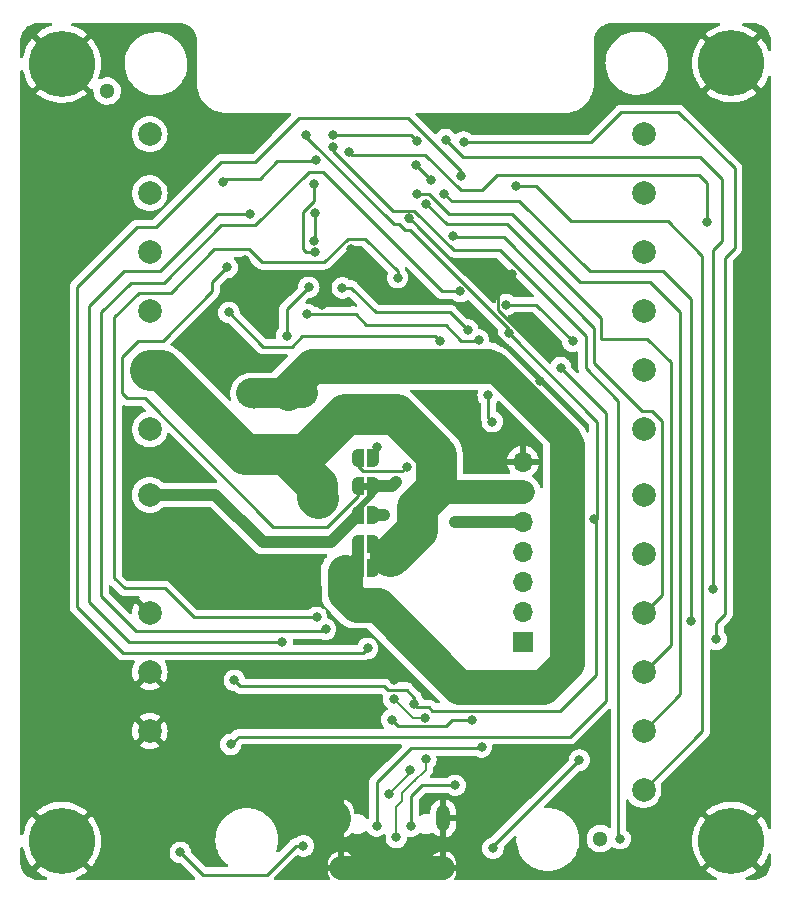
<source format=gbr>
%TF.GenerationSoftware,KiCad,Pcbnew,(6.0.6-0)*%
%TF.CreationDate,2022-09-08T22:09:28-07:00*%
%TF.ProjectId,GlowCore,476c6f77-436f-4726-952e-6b696361645f,rev?*%
%TF.SameCoordinates,Original*%
%TF.FileFunction,Copper,L2,Bot*%
%TF.FilePolarity,Positive*%
%FSLAX46Y46*%
G04 Gerber Fmt 4.6, Leading zero omitted, Abs format (unit mm)*
G04 Created by KiCad (PCBNEW (6.0.6-0)) date 2022-09-08 22:09:28*
%MOMM*%
%LPD*%
G01*
G04 APERTURE LIST*
G04 Aperture macros list*
%AMFreePoly0*
4,1,22,0.500000,-0.750000,0.000000,-0.750000,0.000000,-0.745033,-0.079941,-0.743568,-0.215256,-0.701293,-0.333266,-0.622738,-0.424486,-0.514219,-0.481581,-0.384460,-0.499164,-0.250000,-0.500000,-0.250000,-0.500000,0.250000,-0.499164,0.250000,-0.499963,0.256109,-0.478152,0.396186,-0.417904,0.524511,-0.324060,0.630769,-0.204165,0.706417,-0.067858,0.745374,0.000000,0.744959,0.000000,0.750000,
0.500000,0.750000,0.500000,-0.750000,0.500000,-0.750000,$1*%
%AMFreePoly1*
4,1,20,0.000000,0.744959,0.073905,0.744508,0.209726,0.703889,0.328688,0.626782,0.421226,0.519385,0.479903,0.390333,0.500000,0.250000,0.500000,-0.250000,0.499851,-0.262216,0.476331,-0.402017,0.414519,-0.529596,0.319384,-0.634700,0.198574,-0.708877,0.061801,-0.746166,0.000000,-0.745033,0.000000,-0.750000,-0.500000,-0.750000,-0.500000,0.750000,0.000000,0.750000,0.000000,0.744959,
0.000000,0.744959,$1*%
G04 Aperture macros list end*
%TA.AperFunction,ComponentPad*%
%ADD10C,2.000000*%
%TD*%
%TA.AperFunction,ComponentPad*%
%ADD11C,5.600000*%
%TD*%
%TA.AperFunction,ComponentPad*%
%ADD12O,1.200000X1.800000*%
%TD*%
%TA.AperFunction,ComponentPad*%
%ADD13O,1.200000X2.200000*%
%TD*%
%TA.AperFunction,ComponentPad*%
%ADD14R,1.700000X1.700000*%
%TD*%
%TA.AperFunction,ComponentPad*%
%ADD15O,1.700000X1.700000*%
%TD*%
%TA.AperFunction,SMDPad,CuDef*%
%ADD16FreePoly0,180.000000*%
%TD*%
%TA.AperFunction,SMDPad,CuDef*%
%ADD17FreePoly1,180.000000*%
%TD*%
%TA.AperFunction,SMDPad,CuDef*%
%ADD18FreePoly0,0.000000*%
%TD*%
%TA.AperFunction,SMDPad,CuDef*%
%ADD19FreePoly1,0.000000*%
%TD*%
%TA.AperFunction,ViaPad*%
%ADD20C,1.300000*%
%TD*%
%TA.AperFunction,ViaPad*%
%ADD21C,0.800000*%
%TD*%
%TA.AperFunction,Conductor*%
%ADD22C,3.500000*%
%TD*%
%TA.AperFunction,Conductor*%
%ADD23C,2.000000*%
%TD*%
%TA.AperFunction,Conductor*%
%ADD24C,0.250000*%
%TD*%
%TA.AperFunction,Conductor*%
%ADD25C,0.200000*%
%TD*%
%TA.AperFunction,Conductor*%
%ADD26C,1.000000*%
%TD*%
%TA.AperFunction,Conductor*%
%ADD27C,0.500000*%
%TD*%
%TA.AperFunction,Conductor*%
%ADD28C,3.000000*%
%TD*%
%TA.AperFunction,Conductor*%
%ADD29C,2.500000*%
%TD*%
%TA.AperFunction,Conductor*%
%ADD30C,1.500000*%
%TD*%
G04 APERTURE END LIST*
%TO.C,JP1*%
G36*
X142286800Y-104033600D02*
G01*
X141786800Y-104033600D01*
X141786800Y-103433600D01*
X142286800Y-103433600D01*
X142286800Y-104033600D01*
G37*
%TD*%
D10*
%TO.P,P2,1,1*%
%TO.N,3.3V OUT*%
X123750451Y-104450000D03*
%TO.P,P2,2,2*%
%TO.N,GND*%
X123750451Y-109451270D03*
%TO.P,P2,3,3*%
X123750451Y-114450000D03*
%TO.P,P2,4,4*%
X123750451Y-119451270D03*
%TO.P,P2,5,5*%
X123750451Y-124450000D03*
%TO.P,P2,6,6*%
X123750451Y-129451270D03*
%TD*%
D11*
%TO.P,H4,1,1*%
%TO.N,GND*%
X116300000Y-133761200D03*
%TD*%
D10*
%TO.P,P1,1,1*%
%TO.N,5V OUT*%
X123750451Y-73900000D03*
%TO.P,P1,2,2*%
X123750451Y-78901270D03*
%TO.P,P1,3,3*%
X123750451Y-83900000D03*
%TO.P,P1,4,4*%
X123750451Y-88901270D03*
%TO.P,P1,5,5*%
%TO.N,+5V*%
X123750451Y-93900000D03*
%TO.P,P1,6,6*%
%TO.N,3.3V OUT*%
X123750451Y-98901270D03*
%TD*%
D11*
%TO.P,H2,1,1*%
%TO.N,GND*%
X172987800Y-67900000D03*
%TD*%
%TO.P,H1,1,1*%
%TO.N,GND*%
X116300000Y-67947460D03*
%TD*%
D12*
%TO.P,USB1,SHELL,SHELL*%
%TO.N,GND*%
X139949959Y-136012494D03*
D13*
X139949959Y-131832408D03*
X148590041Y-131832408D03*
D12*
X148590041Y-136012494D03*
%TD*%
D10*
%TO.P,P4,1,1*%
%TO.N,LED2 DATA OUT*%
X165555549Y-98900000D03*
%TO.P,P4,2,2*%
%TO.N,LED1 DATA OUT*%
X165555549Y-93898730D03*
%TO.P,P4,3,3*%
%TO.N,IO4{slash}BUTTON4*%
X165555549Y-88900000D03*
%TO.P,P4,4,4*%
%TO.N,IO18{slash}BUTTON3*%
X165555549Y-83898730D03*
%TO.P,P4,5,5*%
%TO.N,IO19{slash}BUTTON2*%
X165555549Y-78900000D03*
%TO.P,P4,6,6*%
%TO.N,IO23{slash}BUTTON1*%
X165555549Y-73898730D03*
%TD*%
D11*
%TO.P,H3,1,1*%
%TO.N,GND*%
X172987800Y-133761200D03*
%TD*%
D14*
%TO.P,J1,1,Pin_1*%
%TO.N,IO12{slash}MISO*%
X155346400Y-116890800D03*
D15*
%TO.P,J1,2,Pin_2*%
%TO.N,IO13{slash}MOSI*%
X155346400Y-114350800D03*
%TO.P,J1,3,Pin_3*%
%TO.N,IO25{slash}A1{slash}DAC1*%
X155346400Y-111810800D03*
%TO.P,J1,4,Pin_4*%
%TO.N,IO26{slash}A0{slash}DAC2*%
X155346400Y-109270800D03*
%TO.P,J1,5,Pin_5*%
%TO.N,+3V3*%
X155346400Y-106730800D03*
%TO.P,J1,6,Pin_6*%
%TO.N,+5V*%
X155346400Y-104190800D03*
%TO.P,J1,7,Pin_7*%
%TO.N,GND*%
X155346400Y-101650800D03*
%TD*%
D10*
%TO.P,P3,1,1*%
%TO.N,IO21*%
X165555549Y-129450000D03*
%TO.P,P3,2,2*%
%TO.N,IO32{slash}SD*%
X165555549Y-124448730D03*
%TO.P,P3,3,3*%
%TO.N,IO14{slash}SCK*%
X165555549Y-119450000D03*
%TO.P,P3,4,4*%
%TO.N,IO15{slash}WS*%
X165555549Y-114448730D03*
%TO.P,P3,5,5*%
%TO.N,IO33{slash}3.3V RELAY*%
X165555549Y-109450000D03*
%TO.P,P3,6,6*%
%TO.N,IO27{slash}5V RELAY*%
X165555549Y-104448730D03*
%TD*%
D16*
%TO.P,JP1,1,A*%
%TO.N,3.3V OUT*%
X142686800Y-103733600D03*
D17*
%TO.P,JP1,2,B*%
%TO.N,Net-(C12-Pad2)*%
X141386800Y-103733600D03*
%TD*%
D18*
%TO.P,JP5,1,A*%
%TO.N,Net-(JP5-Pad1)*%
X141386800Y-101295200D03*
D19*
%TO.P,JP5,2,B*%
%TO.N,Net-(JP5-Pad2)*%
X142686800Y-101295200D03*
%TD*%
D16*
%TO.P,JP4,1,A*%
%TO.N,+3V3*%
X142676400Y-106172000D03*
D17*
%TO.P,JP4,2,B*%
%TO.N,3.3V OUT*%
X141376400Y-106172000D03*
%TD*%
D16*
%TO.P,JP3,1,A*%
%TO.N,+5V*%
X142676400Y-110642400D03*
D17*
%TO.P,JP3,2,B*%
%TO.N,5V OUT*%
X141376400Y-110642400D03*
%TD*%
D16*
%TO.P,JP2,1,A*%
%TO.N,+5V*%
X142676400Y-108610400D03*
D17*
%TO.P,JP2,2,B*%
%TO.N,5V OUT*%
X141376400Y-108610400D03*
%TD*%
D20*
%TO.N,*%
X161899600Y-133553200D03*
X120142000Y-70256400D03*
D21*
%TO.N,+5V*%
X137871200Y-103632000D03*
X144678400Y-108915200D03*
X137972800Y-105918000D03*
X137972800Y-104749600D03*
%TO.N,GND*%
X136245600Y-119024400D03*
X145694400Y-81026000D03*
X114198400Y-73253600D03*
X113538000Y-109829600D03*
X156819600Y-94843600D03*
X113944400Y-102006400D03*
X154510900Y-72666700D03*
X138328400Y-88341200D03*
X113995200Y-96266000D03*
X157203300Y-72666700D03*
X174904400Y-122072400D03*
X133654800Y-87071200D03*
X114401600Y-127863600D03*
X152044400Y-136194800D03*
X114096800Y-76758800D03*
X174752000Y-127863600D03*
X144424400Y-120142000D03*
X140766800Y-83616800D03*
X154384625Y-85746975D03*
X113842800Y-91287600D03*
X131114800Y-75133200D03*
X113944400Y-80772000D03*
X113690400Y-115773200D03*
X147805300Y-72666700D03*
X175615600Y-76098400D03*
X175717200Y-118973600D03*
X135636000Y-111963200D03*
X156870400Y-91948000D03*
X129082800Y-72847200D03*
X143539906Y-136012494D03*
X131826000Y-84582000D03*
X113842800Y-86258400D03*
X131521200Y-72796400D03*
X136652000Y-135585200D03*
X114401600Y-122529600D03*
X141681200Y-84937600D03*
X134467600Y-111912400D03*
%TO.N,+3V3*%
X154127200Y-90779600D03*
X149606000Y-106730800D03*
X137007600Y-74015600D03*
X146151600Y-122174000D03*
X143611600Y-106172000D03*
X130911600Y-120142000D03*
X161391600Y-106527600D03*
%TO.N,RESET*%
X132232400Y-80670400D03*
X134975600Y-116941600D03*
%TO.N,IO0*%
X150059719Y-87227081D03*
X138633200Y-115824000D03*
%TO.N,VBUS*%
X144221200Y-123494800D03*
X151028400Y-123545600D03*
%TO.N,IO12{slash}MISO*%
X171704000Y-116687600D03*
X151587200Y-91338400D03*
X137058400Y-89154000D03*
X146253200Y-76504800D03*
X150317200Y-74574400D03*
X147523200Y-77774800D03*
%TO.N,IO13{slash}MOSI*%
X148691600Y-78943200D03*
X169570400Y-115163600D03*
%TO.N,IO25{slash}A1{slash}DAC1*%
X171399200Y-112420400D03*
X139293600Y-74015600D03*
X137769600Y-80568800D03*
X137617200Y-82956400D03*
X146354800Y-74523600D03*
X148793200Y-74371200D03*
%TO.N,IO26{slash}A0{slash}DAC2*%
X137769600Y-83921600D03*
X170942000Y-81381600D03*
X137668000Y-78130400D03*
X140614400Y-75387200D03*
%TO.N,USB-C CC1*%
X142951200Y-132486400D03*
X151841200Y-125780800D03*
%TO.N,USB-C CC2*%
X149606000Y-129032000D03*
X145897600Y-132486400D03*
%TO.N,Net-(R4-Pad1)*%
X129946400Y-77978000D03*
X137820400Y-76098400D03*
X139293600Y-74980800D03*
X163576000Y-133553200D03*
%TO.N,Net-(R5-Pad1)*%
X130606800Y-125577600D03*
X158546800Y-93675200D03*
%TO.N,IO32{slash}SD*%
X146405600Y-78943200D03*
%TO.N,IO14{slash}SCK*%
X147167600Y-79806800D03*
%TO.N,IO15{slash}WS*%
X149453600Y-82499200D03*
X148285200Y-91440000D03*
X130454400Y-89001600D03*
%TO.N,IO23{slash}BUTTON1*%
X136753600Y-134162800D03*
X152806400Y-134366000D03*
X160121600Y-126898400D03*
X126339600Y-134721600D03*
%TO.N,RXD0*%
X142189200Y-117449600D03*
X150114000Y-77470000D03*
%TO.N,TXD0*%
X144729200Y-86055200D03*
X137871200Y-114808000D03*
%TO.N,IO4{slash}BUTTON4*%
X159562800Y-91440000D03*
X153924000Y-88341200D03*
%TO.N,3.3V OUT*%
X144576800Y-103378000D03*
%TO.N,USB-C DATA+*%
X147066000Y-123342400D03*
X144424400Y-121767600D03*
X144627600Y-133451600D03*
X147116800Y-126847600D03*
%TO.N,USB-C DATA-*%
X145796000Y-127762000D03*
X144018000Y-129807700D03*
%TO.N,5V OUT*%
X132588000Y-96774000D03*
X136017000Y-96596200D03*
X136753600Y-95859600D03*
X131927600Y-95605600D03*
%TO.N,Net-(JP5-Pad1)*%
X145491200Y-102057200D03*
%TO.N,Net-(JP5-Pad2)*%
X143002000Y-100428801D03*
%TO.N,IO21*%
X154736800Y-78333600D03*
%TO.N,IO27{slash}5V RELAY*%
X137210800Y-86868000D03*
X135331200Y-90982800D03*
%TO.N,IO33{slash}3.3V RELAY*%
X152400000Y-96012000D03*
X150672800Y-90474800D03*
X152755600Y-98247200D03*
X140055600Y-86918800D03*
%TO.N,Net-(C12-Pad2)*%
X130302000Y-85191600D03*
%TD*%
D22*
%TO.N,+5V*%
X137972800Y-104749600D02*
X137871200Y-104648000D01*
D23*
X148336000Y-104190800D02*
X147980400Y-103835200D01*
D22*
X135636000Y-101396800D02*
X135636000Y-100990400D01*
D23*
X155346400Y-104190800D02*
X148336000Y-104190800D01*
D22*
X146354800Y-107391200D02*
X144119600Y-109626400D01*
X135636000Y-100990400D02*
X136956800Y-100990400D01*
X124684800Y-93900000D02*
X131775200Y-100990400D01*
X131775200Y-100990400D02*
X135636000Y-100990400D01*
X147980400Y-103835200D02*
X146354800Y-105460800D01*
X140309600Y-97637600D02*
X144576800Y-97637600D01*
X144576800Y-97637600D02*
X147980400Y-101041200D01*
X137871200Y-104648000D02*
X137871200Y-103632000D01*
X137871200Y-103632000D02*
X135636000Y-101396800D01*
X136956800Y-100990400D02*
X140309600Y-97637600D01*
X123750451Y-93900000D02*
X124684800Y-93900000D01*
X146354800Y-105460800D02*
X146354800Y-107391200D01*
X147980400Y-101041200D02*
X147980400Y-103835200D01*
D24*
%TO.N,GND*%
X156819600Y-94615000D02*
X150393400Y-88188800D01*
X138328400Y-88341200D02*
X138328400Y-86055200D01*
D22*
X135636000Y-111963200D02*
X135585200Y-111912400D01*
X134467600Y-111912400D02*
X134416800Y-111861600D01*
D25*
X137972800Y-111963200D02*
X135636000Y-111963200D01*
D24*
X138328400Y-86055200D02*
X140766800Y-83616800D01*
X138328400Y-86156800D02*
X137972800Y-85801200D01*
D25*
X138226800Y-112217200D02*
X137972800Y-111963200D01*
D24*
X154384625Y-85746975D02*
X153272000Y-86859600D01*
X137972800Y-85801200D02*
X135077200Y-85801200D01*
D22*
X124169721Y-129032000D02*
X136229561Y-129032000D01*
X132232400Y-111861600D02*
X129822070Y-109451270D01*
X129822070Y-109451270D02*
X123750451Y-109451270D01*
D25*
X142036800Y-115773200D02*
X140309600Y-115773200D01*
D22*
X136229561Y-129032000D02*
X139029969Y-131832408D01*
D24*
X138328400Y-88341200D02*
X138328400Y-86156800D01*
D25*
X138226800Y-113690400D02*
X138226800Y-112217200D01*
D24*
X146558000Y-81838800D02*
X145745200Y-81026000D01*
X140766800Y-85140800D02*
X140766800Y-83616800D01*
X150393400Y-88188800D02*
X143814800Y-88188800D01*
X150466175Y-85746975D02*
X146558000Y-81838800D01*
X131114800Y-75133200D02*
X131114800Y-73202800D01*
X143814800Y-88188800D02*
X140766800Y-85140800D01*
X156819600Y-94843600D02*
X156819600Y-94615000D01*
D23*
X148590041Y-136012494D02*
X143539906Y-136012494D01*
D24*
X156362400Y-91948000D02*
X156870400Y-91948000D01*
X133908800Y-86817200D02*
X134061200Y-86817200D01*
X133654800Y-87071200D02*
X133908800Y-86817200D01*
X153272000Y-86859600D02*
X153272000Y-88806800D01*
X156210000Y-91744800D02*
X156210000Y-91795600D01*
D25*
X144424400Y-118160800D02*
X142036800Y-115773200D01*
X140309600Y-115773200D02*
X138226800Y-113690400D01*
D22*
X135585200Y-111912400D02*
X134467600Y-111912400D01*
D24*
X154384625Y-85746975D02*
X150466175Y-85746975D01*
X135077200Y-85801200D02*
X134061200Y-86817200D01*
X156210000Y-91795600D02*
X156362400Y-91948000D01*
D22*
X134416800Y-111861600D02*
X132232400Y-111861600D01*
D24*
X145745200Y-81026000D02*
X145694400Y-81026000D01*
D23*
X143539906Y-136012494D02*
X139949959Y-136012494D01*
D24*
X153272000Y-88806800D02*
X156210000Y-91744800D01*
D25*
X144424400Y-120142000D02*
X144424400Y-118160800D01*
D22*
X123750451Y-129451270D02*
X124169721Y-129032000D01*
D24*
X131826000Y-84582000D02*
X134061200Y-86817200D01*
X131114800Y-73202800D02*
X131521200Y-72796400D01*
%TO.N,+3V3*%
X137007600Y-74117200D02*
X144424400Y-81534000D01*
X130911600Y-120142000D02*
X131419600Y-120650000D01*
X161594800Y-98247200D02*
X154127200Y-90779600D01*
X137007600Y-74015600D02*
X137007600Y-74117200D01*
X161594800Y-106324400D02*
X161594800Y-98247200D01*
D26*
X155346400Y-106730800D02*
X149606000Y-106730800D01*
D24*
X146405600Y-122428000D02*
X146151600Y-122174000D01*
X143916400Y-120954800D02*
X145491200Y-120954800D01*
X145338800Y-82042000D02*
X145796000Y-82042000D01*
X143611600Y-120650000D02*
X143916400Y-120954800D01*
X145796000Y-82042000D02*
X154127200Y-90373200D01*
X161493200Y-106629200D02*
X161493200Y-119735600D01*
X146151600Y-121615200D02*
X146151600Y-122174000D01*
X144830800Y-81534000D02*
X145338800Y-82042000D01*
X161391600Y-106527600D02*
X161594800Y-106324400D01*
D26*
X142676400Y-106172000D02*
X143611600Y-106172000D01*
D24*
X145491200Y-120954800D02*
X146151600Y-121615200D01*
X158496000Y-122732800D02*
X147675600Y-122732800D01*
X161391600Y-106527600D02*
X161493200Y-106629200D01*
X147675600Y-122732800D02*
X147370800Y-122428000D01*
X154127200Y-90373200D02*
X154127200Y-90779600D01*
X161493200Y-119735600D02*
X158496000Y-122732800D01*
X131419600Y-120650000D02*
X143611600Y-120650000D01*
X147370800Y-122428000D02*
X146405600Y-122428000D01*
X144424400Y-81534000D02*
X144830800Y-81534000D01*
%TO.N,RESET*%
X118618000Y-88442800D02*
X121564400Y-85496400D01*
X121970800Y-116890800D02*
X118618000Y-113538000D01*
X134975600Y-116941600D02*
X134924800Y-116890800D01*
X121564400Y-85496400D02*
X124612400Y-85496400D01*
X118618000Y-113538000D02*
X118618000Y-88442800D01*
X129438400Y-80670400D02*
X132232400Y-80670400D01*
X134924800Y-116890800D02*
X121970800Y-116890800D01*
X124612400Y-85496400D02*
X129438400Y-80670400D01*
%TO.N,IO0*%
X150059719Y-87227081D02*
X148491881Y-87227081D01*
X124917200Y-86512400D02*
X122123200Y-86512400D01*
X138480800Y-115976400D02*
X138633200Y-115824000D01*
X122123200Y-86512400D02*
X119634000Y-89001600D01*
X148491881Y-87227081D02*
X138379200Y-77114400D01*
X138379200Y-77114400D02*
X137210800Y-77114400D01*
X122580400Y-115976400D02*
X138480800Y-115976400D01*
X129794000Y-81635600D02*
X124917200Y-86512400D01*
X137210800Y-77114400D02*
X132689600Y-81635600D01*
X119634000Y-113030000D02*
X122580400Y-115976400D01*
X132689600Y-81635600D02*
X129794000Y-81635600D01*
X119634000Y-89001600D02*
X119634000Y-113030000D01*
%TO.N,VBUS*%
X144780000Y-124053600D02*
X144221200Y-123494800D01*
X151028400Y-123545600D02*
X149301200Y-123545600D01*
X149301200Y-123545600D02*
X148793200Y-124053600D01*
X148793200Y-124053600D02*
X144780000Y-124053600D01*
%TO.N,IO12{slash}MISO*%
X168503600Y-72034400D02*
X163677600Y-72034400D01*
X137058400Y-89154000D02*
X140919200Y-89154000D01*
X163677600Y-72034400D02*
X161137600Y-74574400D01*
X142087600Y-90068400D02*
X141173200Y-89154000D01*
X172466000Y-114554000D02*
X172466000Y-84378800D01*
X161137600Y-74574400D02*
X150317200Y-74574400D01*
X140919200Y-89154000D02*
X140970000Y-89103200D01*
X150114000Y-91389200D02*
X148793200Y-90068400D01*
X173278800Y-83566000D02*
X173278800Y-76809600D01*
X151536400Y-91389200D02*
X150114000Y-91389200D01*
X146253200Y-76504800D02*
X147523200Y-77774800D01*
X172466000Y-84378800D02*
X173278800Y-83566000D01*
X173278800Y-76809600D02*
X168503600Y-72034400D01*
X151587200Y-91338400D02*
X151536400Y-91389200D01*
X148793200Y-90068400D02*
X142087600Y-90068400D01*
X141173200Y-89154000D02*
X140919200Y-89154000D01*
X171704000Y-116687600D02*
X171704000Y-115316000D01*
X171704000Y-115316000D02*
X172466000Y-114554000D01*
%TO.N,IO13{slash}MOSI*%
X169570400Y-115163600D02*
X169570400Y-87833200D01*
X149301200Y-79552800D02*
X148691600Y-78943200D01*
X160985200Y-85496400D02*
X155041600Y-79552800D01*
X169570400Y-87833200D02*
X167233600Y-85496400D01*
X167233600Y-85496400D02*
X160985200Y-85496400D01*
X155041600Y-79552800D02*
X149301200Y-79552800D01*
%TO.N,IO25{slash}A1{slash}DAC1*%
X171399200Y-83726068D02*
X172161200Y-82964068D01*
X172161200Y-77673200D02*
X170332400Y-75844400D01*
X137617200Y-82956400D02*
X137769600Y-82804000D01*
X170332400Y-75844400D02*
X150266400Y-75844400D01*
X172161200Y-82964068D02*
X172161200Y-77673200D01*
X146354800Y-74523600D02*
X145846800Y-74015600D01*
X137769600Y-82804000D02*
X137769600Y-80568800D01*
X171399200Y-112420400D02*
X171399200Y-83726068D01*
X145846800Y-74015600D02*
X139293600Y-74015600D01*
X150266400Y-75844400D02*
X148793200Y-74371200D01*
%TO.N,IO26{slash}A0{slash}DAC2*%
X170942000Y-81381600D02*
X170942000Y-78079600D01*
X137668000Y-79552800D02*
X136702800Y-80518000D01*
X170942000Y-78079600D02*
X170230800Y-77368400D01*
X136702800Y-80518000D02*
X136702800Y-83616800D01*
X147066000Y-75641200D02*
X140868400Y-75641200D01*
X137668000Y-78130400D02*
X137668000Y-79552800D01*
X170230800Y-77368400D02*
X153111200Y-77368400D01*
X140868400Y-75641200D02*
X140614400Y-75387200D01*
X137007600Y-83921600D02*
X137769600Y-83921600D01*
X136702800Y-83616800D02*
X137007600Y-83921600D01*
X151841200Y-78638400D02*
X150063200Y-78638400D01*
X153111200Y-77368400D02*
X151841200Y-78638400D01*
X150063200Y-78638400D02*
X147066000Y-75641200D01*
%TO.N,USB-C CC1*%
X151739600Y-125882400D02*
X145846800Y-125882400D01*
X151841200Y-125780800D02*
X151739600Y-125882400D01*
X142951200Y-128778000D02*
X142951200Y-132486400D01*
X145846800Y-125882400D02*
X142951200Y-128778000D01*
%TO.N,USB-C CC2*%
X146151600Y-129692400D02*
X145897600Y-129946400D01*
X145897600Y-129946400D02*
X145897600Y-132486400D01*
X146812000Y-129032000D02*
X146151600Y-129692400D01*
X149606000Y-129032000D02*
X146812000Y-129032000D01*
%TO.N,Net-(R4-Pad1)*%
X133045200Y-77673200D02*
X130251200Y-77673200D01*
X153365200Y-83718400D02*
X160680400Y-91033600D01*
X163423600Y-96469200D02*
X163423600Y-133400800D01*
X130251200Y-77673200D02*
X129946400Y-77978000D01*
X149504400Y-83718400D02*
X153365200Y-83718400D01*
X137718800Y-76200000D02*
X134518400Y-76200000D01*
X139293600Y-75336400D02*
X144331200Y-80374000D01*
X160680400Y-93726000D02*
X163423600Y-96469200D01*
X137820400Y-76098400D02*
X137718800Y-76200000D01*
X139293600Y-74980800D02*
X139293600Y-75336400D01*
X146160000Y-80374000D02*
X149504400Y-83718400D01*
X163423600Y-133400800D02*
X163576000Y-133553200D01*
X144331200Y-80374000D02*
X146160000Y-80374000D01*
X134518400Y-76200000D02*
X133045200Y-77673200D01*
X160680400Y-91033600D02*
X160680400Y-93726000D01*
%TO.N,Net-(R5-Pad1)*%
X131267200Y-124917200D02*
X159359600Y-124917200D01*
X162407600Y-121869200D02*
X162407600Y-97536000D01*
X162407600Y-97536000D02*
X158546800Y-93675200D01*
X130606800Y-125577600D02*
X131267200Y-124917200D01*
X159359600Y-124917200D02*
X162407600Y-121869200D01*
%TO.N,IO32{slash}SD*%
X168656000Y-88950800D02*
X168656000Y-121348279D01*
X146405600Y-78943200D02*
X147374634Y-78943200D01*
X154432000Y-80670400D02*
X160172400Y-86410800D01*
X166116000Y-86410800D02*
X168656000Y-88950800D01*
X168656000Y-121348279D02*
X165555549Y-124448730D01*
X149101834Y-80670400D02*
X154432000Y-80670400D01*
X160172400Y-86410800D02*
X166116000Y-86410800D01*
X147374634Y-78943200D02*
X149101834Y-80670400D01*
%TO.N,IO14{slash}SCK*%
X148894800Y-81534000D02*
X153974800Y-81534000D01*
X147167600Y-79806800D02*
X148894800Y-81534000D01*
X161950400Y-91236800D02*
X165862000Y-91236800D01*
X165862000Y-91236800D02*
X167843200Y-93218000D01*
X167843200Y-93218000D02*
X167843200Y-117162349D01*
X161950400Y-89509600D02*
X161950400Y-91236800D01*
X153974800Y-81534000D02*
X161950400Y-89509600D01*
X167843200Y-117162349D02*
X165555549Y-119450000D01*
%TO.N,IO15{slash}WS*%
X147878800Y-91033600D02*
X136652000Y-91033600D01*
X149453600Y-82499200D02*
X149606000Y-82651600D01*
X135788400Y-91897200D02*
X133350000Y-91897200D01*
X161391600Y-93319600D02*
X165455600Y-97383600D01*
X167081200Y-112923079D02*
X165555549Y-114448730D01*
X167081200Y-98196400D02*
X167081200Y-112923079D01*
X133350000Y-91897200D02*
X130454400Y-89001600D01*
X149606000Y-82651600D02*
X153720800Y-82651600D01*
X153720800Y-82651600D02*
X161391600Y-90322400D01*
X161391600Y-90322400D02*
X161391600Y-93319600D01*
X165455600Y-97383600D02*
X166268400Y-97383600D01*
X136652000Y-91033600D02*
X135788400Y-91897200D01*
X166268400Y-97383600D02*
X167081200Y-98196400D01*
X148285200Y-91440000D02*
X147878800Y-91033600D01*
%TO.N,IO23{slash}BUTTON1*%
X152806400Y-134366000D02*
X152806400Y-134213600D01*
X128219200Y-136601200D02*
X126339600Y-134721600D01*
X152806400Y-134213600D02*
X160121600Y-126898400D01*
X136753600Y-134162800D02*
X136093200Y-134162800D01*
X136093200Y-134162800D02*
X133654800Y-136601200D01*
X133654800Y-136601200D02*
X128219200Y-136601200D01*
%TO.N,RXD0*%
X117602000Y-86868000D02*
X117602000Y-113944400D01*
X122682000Y-81788000D02*
X117602000Y-86868000D01*
X136398000Y-72542400D02*
X132689600Y-76250800D01*
X117602000Y-113944400D02*
X121462800Y-117805200D01*
X129794000Y-76250800D02*
X124256800Y-81788000D01*
X141833600Y-117805200D02*
X142189200Y-117449600D01*
X121462800Y-117805200D02*
X141833600Y-117805200D01*
X150114000Y-77470000D02*
X150114000Y-77063600D01*
X145592800Y-72542400D02*
X136398000Y-72542400D01*
X150114000Y-77063600D02*
X145592800Y-72542400D01*
X124256800Y-81788000D02*
X122682000Y-81788000D01*
X132689600Y-76250800D02*
X129794000Y-76250800D01*
%TO.N,TXD0*%
X127457200Y-114808000D02*
X137871200Y-114808000D01*
X129184400Y-83667600D02*
X125526800Y-87325200D01*
X122834400Y-87325200D02*
X120751600Y-89408000D01*
X121615200Y-112369600D02*
X125018800Y-112369600D01*
X120751600Y-111506000D02*
X121615200Y-112369600D01*
X144729200Y-86055200D02*
X144729200Y-85496400D01*
X132181600Y-83667600D02*
X129184400Y-83667600D01*
X144729200Y-85496400D02*
X141986000Y-82753200D01*
X138531600Y-84734400D02*
X133248400Y-84734400D01*
X141986000Y-82753200D02*
X140512800Y-82753200D01*
X133248400Y-84734400D02*
X132181600Y-83667600D01*
X125018800Y-112369600D02*
X127457200Y-114808000D01*
X120751600Y-89408000D02*
X120751600Y-111506000D01*
X125526800Y-87325200D02*
X122834400Y-87325200D01*
X140512800Y-82753200D02*
X138531600Y-84734400D01*
%TO.N,IO4{slash}BUTTON4*%
X156464000Y-88341200D02*
X159562800Y-91440000D01*
X153924000Y-88341200D02*
X156464000Y-88341200D01*
D27*
%TO.N,3.3V OUT*%
X142686800Y-104353600D02*
X141376400Y-105664000D01*
D26*
X144221200Y-103733600D02*
X142686800Y-103733600D01*
X123750451Y-104450000D02*
X129291200Y-104450000D01*
D24*
X141376400Y-105664000D02*
X141376400Y-106172000D01*
X142686800Y-103733600D02*
X142686800Y-104353600D01*
D26*
X144576800Y-103378000D02*
X144221200Y-103733600D01*
X133299200Y-108458000D02*
X139090400Y-108458000D01*
X129291200Y-104450000D02*
X133299200Y-108458000D01*
X139090400Y-108458000D02*
X141376400Y-106172000D01*
D25*
%TO.N,USB-C DATA+*%
X147116800Y-127711200D02*
X147116800Y-126847600D01*
X145999200Y-123342400D02*
X144424400Y-121767600D01*
X144627600Y-133451600D02*
X144627600Y-130860800D01*
X144627600Y-130860800D02*
X145034000Y-130454400D01*
X145135600Y-129692400D02*
X146075400Y-128752600D01*
X145034000Y-130454400D02*
X145135600Y-130352800D01*
X146151600Y-128676400D02*
X146202400Y-128676400D01*
X146075400Y-128752600D02*
X147116800Y-127711200D01*
X146075400Y-128752600D02*
X146151600Y-128676400D01*
X147066000Y-123342400D02*
X145999200Y-123342400D01*
X145135600Y-130352800D02*
X145135600Y-129692400D01*
%TO.N,USB-C DATA-*%
X144018000Y-129807700D02*
X145796000Y-128029700D01*
X145796000Y-128029700D02*
X145796000Y-127762000D01*
D28*
%TO.N,5V OUT*%
X152349200Y-93522800D02*
X137464800Y-93522800D01*
D26*
X140258800Y-110845600D02*
X141376400Y-109728000D01*
D28*
X137464800Y-93522800D02*
X135432800Y-95554800D01*
X140258800Y-110998000D02*
X140258800Y-112776000D01*
X157073600Y-120700800D02*
X159054800Y-118719600D01*
D29*
X159054800Y-100228400D02*
X159054800Y-99720400D01*
D26*
X141376400Y-108610400D02*
X141376400Y-109728000D01*
D30*
X131927600Y-95605600D02*
X132080000Y-95605600D01*
D29*
X159054800Y-99720400D02*
X152857200Y-93522800D01*
D28*
X141274800Y-113792000D02*
X143052800Y-113792000D01*
D26*
X141376400Y-109728000D02*
X141376400Y-110642400D01*
X140258800Y-110998000D02*
X140258800Y-110845600D01*
D29*
X135432800Y-95859600D02*
X136753600Y-95859600D01*
X132334000Y-95859600D02*
X135432800Y-95859600D01*
D28*
X159054800Y-118719600D02*
X159054800Y-100228400D01*
X143052800Y-113792000D02*
X149961600Y-120700800D01*
D29*
X152857200Y-93522800D02*
X152349200Y-93522800D01*
D28*
X140258800Y-112776000D02*
X141274800Y-113792000D01*
X135432800Y-95554800D02*
X135432800Y-95859600D01*
X149961600Y-120700800D02*
X157073600Y-120700800D01*
D30*
X132080000Y-95605600D02*
X132334000Y-95859600D01*
D24*
%TO.N,Net-(JP5-Pad1)*%
X141833600Y-102412800D02*
X141386800Y-101966000D01*
X145491200Y-102057200D02*
X145135600Y-102412800D01*
X141386800Y-101966000D02*
X141386800Y-101295200D01*
X145135600Y-102412800D02*
X141833600Y-102412800D01*
%TO.N,Net-(JP5-Pad2)*%
X143002000Y-100428801D02*
X143002000Y-100980000D01*
X143002000Y-100980000D02*
X142686800Y-101295200D01*
%TO.N,IO21*%
X170535600Y-124469949D02*
X165555549Y-129450000D01*
X159410400Y-81280000D02*
X167589200Y-81280000D01*
X170535600Y-84226400D02*
X170535600Y-124469949D01*
X156464000Y-78333600D02*
X159410400Y-81280000D01*
X167589200Y-81280000D02*
X170535600Y-84226400D01*
X154736800Y-78333600D02*
X156464000Y-78333600D01*
%TO.N,IO27{slash}5V RELAY*%
X135331200Y-90982800D02*
X135331200Y-88747600D01*
X135331200Y-88747600D02*
X137210800Y-86868000D01*
%TO.N,IO33{slash}3.3V RELAY*%
X142900400Y-89001600D02*
X149199600Y-89001600D01*
X140817600Y-86918800D02*
X142900400Y-89001600D01*
X149199600Y-89001600D02*
X150672800Y-90474800D01*
X140055600Y-86918800D02*
X140817600Y-86918800D01*
X152400000Y-97891600D02*
X152755600Y-98247200D01*
X152400000Y-96012000D02*
X152400000Y-97891600D01*
%TO.N,Net-(C12-Pad2)*%
X141386800Y-104536000D02*
X138785600Y-107137200D01*
X124866400Y-91389200D02*
X129032000Y-87223600D01*
X134213600Y-107137200D02*
X123342400Y-96266000D01*
X121818400Y-96266000D02*
X121361200Y-95808800D01*
X129032000Y-86461600D02*
X130302000Y-85191600D01*
X141386800Y-103733600D02*
X141386800Y-104536000D01*
X121361200Y-92811600D02*
X122783600Y-91389200D01*
X121361200Y-95808800D02*
X121361200Y-92811600D01*
X138785600Y-107137200D02*
X134213600Y-107137200D01*
X123342400Y-96266000D02*
X121818400Y-96266000D01*
X122783600Y-91389200D02*
X124866400Y-91389200D01*
X129032000Y-87223600D02*
X129032000Y-86461600D01*
%TD*%
%TA.AperFunction,Conductor*%
%TO.N,GND*%
G36*
X115449142Y-64527854D02*
G01*
X115495635Y-64581510D01*
X115505739Y-64651784D01*
X115476245Y-64716364D01*
X115419738Y-64752018D01*
X115420250Y-64753548D01*
X115083683Y-64866162D01*
X115077361Y-64868665D01*
X114758034Y-65015539D01*
X114751991Y-65018725D01*
X114450401Y-65199223D01*
X114444755Y-65203031D01*
X114164408Y-65415056D01*
X114159211Y-65419447D01*
X114157972Y-65420615D01*
X114149950Y-65434322D01*
X114149986Y-65435164D01*
X114155037Y-65443286D01*
X116287190Y-67575440D01*
X116301131Y-67583052D01*
X116302966Y-67582921D01*
X116309580Y-67578670D01*
X118442798Y-65445451D01*
X118450412Y-65431507D01*
X118450344Y-65430549D01*
X118445836Y-65423732D01*
X118444418Y-65422525D01*
X118164813Y-65209524D01*
X118159187Y-65205700D01*
X117858214Y-65024141D01*
X117852202Y-65020944D01*
X117533370Y-64872947D01*
X117527070Y-64870427D01*
X117194124Y-64757732D01*
X117185101Y-64755213D01*
X117124866Y-64717632D01*
X117094511Y-64653452D01*
X117103673Y-64583049D01*
X117149443Y-64528776D01*
X117218977Y-64507852D01*
X126219857Y-64507852D01*
X126239245Y-64509353D01*
X126254071Y-64511662D01*
X126254078Y-64511662D01*
X126262946Y-64513043D01*
X126271850Y-64511879D01*
X126271851Y-64511879D01*
X126278200Y-64511049D01*
X126303523Y-64510306D01*
X126472505Y-64522394D01*
X126490290Y-64524951D01*
X126680630Y-64566359D01*
X126697862Y-64571419D01*
X126880374Y-64639494D01*
X126896721Y-64646959D01*
X127067684Y-64740312D01*
X127082808Y-64750032D01*
X127238738Y-64866759D01*
X127252324Y-64878531D01*
X127390056Y-65016262D01*
X127401829Y-65029848D01*
X127518562Y-65185783D01*
X127528281Y-65200906D01*
X127621632Y-65371861D01*
X127629100Y-65388214D01*
X127697174Y-65570718D01*
X127702239Y-65587966D01*
X127704908Y-65600234D01*
X127741439Y-65768146D01*
X127743646Y-65778292D01*
X127746205Y-65796085D01*
X127746499Y-65800203D01*
X127757780Y-65957884D01*
X127757016Y-65976290D01*
X127756919Y-65984214D01*
X127755538Y-65993088D01*
X127758001Y-66011917D01*
X127759665Y-66024644D01*
X127760729Y-66040984D01*
X127760729Y-69550766D01*
X127758983Y-69571670D01*
X127755653Y-69591464D01*
X127755500Y-69604016D01*
X127756190Y-69608831D01*
X127756386Y-69611848D01*
X127756853Y-69616435D01*
X127763222Y-69721722D01*
X127773786Y-69896340D01*
X127774427Y-69906938D01*
X127775112Y-69910674D01*
X127775112Y-69910676D01*
X127816825Y-70138282D01*
X127829133Y-70205443D01*
X127830264Y-70209072D01*
X127918288Y-70491545D01*
X127918291Y-70491552D01*
X127919420Y-70495176D01*
X128043973Y-70771915D01*
X128045939Y-70775167D01*
X128045940Y-70775169D01*
X128127667Y-70910359D01*
X128200975Y-71031622D01*
X128388136Y-71270511D01*
X128602728Y-71485099D01*
X128841621Y-71672255D01*
X129101332Y-71829252D01*
X129378073Y-71953799D01*
X129381713Y-71954933D01*
X129381715Y-71954934D01*
X129664131Y-72042934D01*
X129667809Y-72044080D01*
X129671565Y-72044768D01*
X129671568Y-72044769D01*
X129766892Y-72062236D01*
X129966314Y-72098779D01*
X129970113Y-72099009D01*
X129970115Y-72099009D01*
X130036106Y-72103000D01*
X130238401Y-72115233D01*
X130251694Y-72116749D01*
X130256684Y-72117589D01*
X130263239Y-72117669D01*
X130264377Y-72117683D01*
X130264380Y-72117683D01*
X130269236Y-72117742D01*
X130274044Y-72117053D01*
X130274050Y-72117053D01*
X130296857Y-72113786D01*
X130314721Y-72112513D01*
X135627793Y-72112513D01*
X135695914Y-72132515D01*
X135742407Y-72186171D01*
X135752511Y-72256445D01*
X135723017Y-72321025D01*
X135716889Y-72327607D01*
X134089493Y-73955002D01*
X132464100Y-75580395D01*
X132401788Y-75614421D01*
X132375005Y-75617300D01*
X129872763Y-75617300D01*
X129861579Y-75616773D01*
X129854091Y-75615099D01*
X129846168Y-75615348D01*
X129786033Y-75617238D01*
X129782075Y-75617300D01*
X129754144Y-75617300D01*
X129750229Y-75617795D01*
X129750225Y-75617795D01*
X129750167Y-75617803D01*
X129750138Y-75617806D01*
X129738296Y-75618739D01*
X129694110Y-75620127D01*
X129676744Y-75625172D01*
X129674658Y-75625778D01*
X129655306Y-75629786D01*
X129648235Y-75630680D01*
X129635203Y-75632326D01*
X129627834Y-75635243D01*
X129627832Y-75635244D01*
X129594097Y-75648600D01*
X129582869Y-75652445D01*
X129540407Y-75664782D01*
X129533585Y-75668816D01*
X129533579Y-75668819D01*
X129522968Y-75675094D01*
X129505218Y-75683790D01*
X129493756Y-75688328D01*
X129493751Y-75688331D01*
X129486383Y-75691248D01*
X129479968Y-75695909D01*
X129450625Y-75717227D01*
X129440707Y-75723743D01*
X129422019Y-75734795D01*
X129402637Y-75746258D01*
X129388313Y-75760582D01*
X129373281Y-75773421D01*
X129356893Y-75785328D01*
X129328712Y-75819393D01*
X129320722Y-75828173D01*
X124031300Y-81117595D01*
X123968988Y-81151621D01*
X123942205Y-81154500D01*
X122760767Y-81154500D01*
X122749584Y-81153973D01*
X122742091Y-81152298D01*
X122734165Y-81152547D01*
X122734164Y-81152547D01*
X122674001Y-81154438D01*
X122670043Y-81154500D01*
X122642144Y-81154500D01*
X122638154Y-81155004D01*
X122626320Y-81155936D01*
X122582111Y-81157326D01*
X122574497Y-81159538D01*
X122574492Y-81159539D01*
X122562659Y-81162977D01*
X122543296Y-81166988D01*
X122523203Y-81169526D01*
X122515836Y-81172443D01*
X122515831Y-81172444D01*
X122482092Y-81185802D01*
X122470865Y-81189646D01*
X122428407Y-81201982D01*
X122421581Y-81206019D01*
X122410972Y-81212293D01*
X122393224Y-81220988D01*
X122374383Y-81228448D01*
X122367967Y-81233110D01*
X122367966Y-81233110D01*
X122338613Y-81254436D01*
X122328693Y-81260952D01*
X122297465Y-81279420D01*
X122297462Y-81279422D01*
X122290638Y-81283458D01*
X122276317Y-81297779D01*
X122261284Y-81310619D01*
X122244893Y-81322528D01*
X122239842Y-81328634D01*
X122216702Y-81356605D01*
X122208712Y-81365384D01*
X117209747Y-86364348D01*
X117201461Y-86371888D01*
X117194982Y-86376000D01*
X117189557Y-86381777D01*
X117148357Y-86425651D01*
X117145602Y-86428493D01*
X117125865Y-86448230D01*
X117123385Y-86451427D01*
X117115682Y-86460447D01*
X117085414Y-86492679D01*
X117081595Y-86499625D01*
X117081593Y-86499628D01*
X117075652Y-86510434D01*
X117064801Y-86526953D01*
X117052386Y-86542959D01*
X117049241Y-86550228D01*
X117049238Y-86550232D01*
X117034826Y-86583537D01*
X117029609Y-86594187D01*
X117008305Y-86632940D01*
X117006334Y-86640615D01*
X117006334Y-86640616D01*
X117003267Y-86652562D01*
X116996863Y-86671266D01*
X116988819Y-86689855D01*
X116987580Y-86697678D01*
X116987577Y-86697688D01*
X116981901Y-86733524D01*
X116979495Y-86745144D01*
X116968500Y-86787970D01*
X116968500Y-86808224D01*
X116966949Y-86827934D01*
X116963780Y-86847943D01*
X116964526Y-86855835D01*
X116967941Y-86891961D01*
X116968500Y-86903819D01*
X116968500Y-113865633D01*
X116967973Y-113876816D01*
X116966298Y-113884309D01*
X116966547Y-113892235D01*
X116966547Y-113892236D01*
X116968438Y-113952386D01*
X116968500Y-113956345D01*
X116968500Y-113984256D01*
X116968997Y-113988190D01*
X116968997Y-113988191D01*
X116969005Y-113988256D01*
X116969938Y-114000093D01*
X116971327Y-114044289D01*
X116976978Y-114063739D01*
X116980987Y-114083100D01*
X116983526Y-114103197D01*
X116986445Y-114110568D01*
X116986445Y-114110570D01*
X116999804Y-114144312D01*
X117003649Y-114155542D01*
X117015982Y-114197993D01*
X117020015Y-114204812D01*
X117020017Y-114204817D01*
X117026293Y-114215428D01*
X117034988Y-114233176D01*
X117042448Y-114252017D01*
X117047110Y-114258433D01*
X117047110Y-114258434D01*
X117068436Y-114287787D01*
X117074952Y-114297707D01*
X117093164Y-114328501D01*
X117097458Y-114335762D01*
X117111779Y-114350083D01*
X117124619Y-114365116D01*
X117136528Y-114381507D01*
X117170605Y-114409698D01*
X117179384Y-114417688D01*
X120959148Y-118197453D01*
X120966688Y-118205739D01*
X120970800Y-118212218D01*
X120976577Y-118217643D01*
X121020451Y-118258843D01*
X121023293Y-118261598D01*
X121043030Y-118281335D01*
X121046227Y-118283815D01*
X121055247Y-118291518D01*
X121087479Y-118321786D01*
X121094425Y-118325605D01*
X121094428Y-118325607D01*
X121105234Y-118331548D01*
X121121753Y-118342399D01*
X121137759Y-118354814D01*
X121145028Y-118357959D01*
X121145032Y-118357962D01*
X121178337Y-118372374D01*
X121188987Y-118377591D01*
X121227740Y-118398895D01*
X121235415Y-118400866D01*
X121235416Y-118400866D01*
X121247362Y-118403933D01*
X121266067Y-118410337D01*
X121284655Y-118418381D01*
X121292478Y-118419620D01*
X121292488Y-118419623D01*
X121328324Y-118425299D01*
X121339944Y-118427705D01*
X121371759Y-118435873D01*
X121382770Y-118438700D01*
X121403024Y-118438700D01*
X121422734Y-118440251D01*
X121442743Y-118443420D01*
X121450635Y-118442674D01*
X121469380Y-118440902D01*
X121486762Y-118439259D01*
X121498619Y-118438700D01*
X122377342Y-118438700D01*
X122445463Y-118458702D01*
X122491956Y-118512358D01*
X122502060Y-118582632D01*
X122484774Y-118630535D01*
X122405246Y-118760312D01*
X122400764Y-118769107D01*
X122313717Y-118979258D01*
X122310668Y-118988643D01*
X122257566Y-119209824D01*
X122256023Y-119219571D01*
X122238176Y-119446340D01*
X122238176Y-119456200D01*
X122256023Y-119682969D01*
X122257566Y-119692716D01*
X122310668Y-119913897D01*
X122313717Y-119923282D01*
X122400764Y-120133433D01*
X122405246Y-120142228D01*
X122507883Y-120309715D01*
X122518341Y-120319177D01*
X122527117Y-120315394D01*
X123661356Y-119181155D01*
X123723668Y-119147129D01*
X123794483Y-119152194D01*
X123839546Y-119181155D01*
X124970741Y-120312350D01*
X124983121Y-120319110D01*
X124990771Y-120313383D01*
X125095656Y-120142228D01*
X125100138Y-120133433D01*
X125187185Y-119923282D01*
X125190234Y-119913897D01*
X125243336Y-119692716D01*
X125244879Y-119682969D01*
X125262726Y-119456200D01*
X125262726Y-119446340D01*
X125244879Y-119219571D01*
X125243336Y-119209824D01*
X125190234Y-118988643D01*
X125187185Y-118979258D01*
X125100138Y-118769107D01*
X125095656Y-118760312D01*
X125016128Y-118630535D01*
X124997589Y-118562002D01*
X125019045Y-118494325D01*
X125073684Y-118448992D01*
X125123560Y-118438700D01*
X141754833Y-118438700D01*
X141766016Y-118439227D01*
X141773509Y-118440902D01*
X141781435Y-118440653D01*
X141781436Y-118440653D01*
X141841586Y-118438762D01*
X141845545Y-118438700D01*
X141873456Y-118438700D01*
X141877391Y-118438203D01*
X141877456Y-118438195D01*
X141889293Y-118437262D01*
X141921551Y-118436248D01*
X141925570Y-118436122D01*
X141933489Y-118435873D01*
X141952943Y-118430221D01*
X141972300Y-118426213D01*
X141984530Y-118424668D01*
X141984531Y-118424668D01*
X141992397Y-118423674D01*
X141999768Y-118420755D01*
X141999770Y-118420755D01*
X142033512Y-118407396D01*
X142044742Y-118403551D01*
X142079583Y-118393429D01*
X142079584Y-118393429D01*
X142087193Y-118391218D01*
X142094012Y-118387185D01*
X142094017Y-118387183D01*
X142104628Y-118380907D01*
X142122381Y-118372209D01*
X142135672Y-118366948D01*
X142182052Y-118358100D01*
X142284687Y-118358100D01*
X142291139Y-118356728D01*
X142291144Y-118356728D01*
X142378088Y-118338247D01*
X142471488Y-118318394D01*
X142497129Y-118306978D01*
X142639922Y-118243403D01*
X142639924Y-118243402D01*
X142645952Y-118240718D01*
X142800453Y-118128466D01*
X142824499Y-118101760D01*
X142923821Y-117991452D01*
X142923822Y-117991451D01*
X142928240Y-117986544D01*
X143010965Y-117843260D01*
X143020423Y-117826879D01*
X143020424Y-117826878D01*
X143023727Y-117821156D01*
X143082742Y-117639528D01*
X143087307Y-117596100D01*
X143102014Y-117456165D01*
X143102704Y-117449600D01*
X143099797Y-117421940D01*
X143083432Y-117266235D01*
X143083432Y-117266233D01*
X143082742Y-117259672D01*
X143023727Y-117078044D01*
X142928240Y-116912656D01*
X142902264Y-116883806D01*
X142804875Y-116775645D01*
X142804874Y-116775644D01*
X142800453Y-116770734D01*
X142686029Y-116687600D01*
X142651294Y-116662363D01*
X142651293Y-116662362D01*
X142645952Y-116658482D01*
X142639924Y-116655798D01*
X142639922Y-116655797D01*
X142477519Y-116583491D01*
X142477518Y-116583491D01*
X142471488Y-116580806D01*
X142378088Y-116560953D01*
X142291144Y-116542472D01*
X142291139Y-116542472D01*
X142284687Y-116541100D01*
X142093713Y-116541100D01*
X142087261Y-116542472D01*
X142087256Y-116542472D01*
X142000312Y-116560953D01*
X141906912Y-116580806D01*
X141900882Y-116583491D01*
X141900881Y-116583491D01*
X141738478Y-116655797D01*
X141738476Y-116655798D01*
X141732448Y-116658482D01*
X141727107Y-116662362D01*
X141727106Y-116662363D01*
X141692371Y-116687600D01*
X141577947Y-116770734D01*
X141573526Y-116775644D01*
X141573525Y-116775645D01*
X141476137Y-116883806D01*
X141450160Y-116912656D01*
X141354673Y-117078044D01*
X141352632Y-117084326D01*
X141352532Y-117084633D01*
X141352426Y-117084788D01*
X141349946Y-117090358D01*
X141348928Y-117089905D01*
X141312460Y-117143240D01*
X141247064Y-117170878D01*
X141232698Y-117171700D01*
X136004857Y-117171700D01*
X135936736Y-117151698D01*
X135890243Y-117098042D01*
X135879547Y-117032530D01*
X135888414Y-116948165D01*
X135889104Y-116941600D01*
X135869142Y-116751672D01*
X135871466Y-116751428D01*
X135876055Y-116691303D01*
X135918874Y-116634672D01*
X135985512Y-116610179D01*
X135993899Y-116609900D01*
X138137945Y-116609900D01*
X138189194Y-116620793D01*
X138324501Y-116681035D01*
X138350912Y-116692794D01*
X138444313Y-116712647D01*
X138531256Y-116731128D01*
X138531261Y-116731128D01*
X138537713Y-116732500D01*
X138728687Y-116732500D01*
X138735139Y-116731128D01*
X138735144Y-116731128D01*
X138822087Y-116712647D01*
X138915488Y-116692794D01*
X138927154Y-116687600D01*
X139083922Y-116617803D01*
X139083924Y-116617802D01*
X139089952Y-116615118D01*
X139244453Y-116502866D01*
X139249130Y-116497672D01*
X139367821Y-116365852D01*
X139367822Y-116365851D01*
X139372240Y-116360944D01*
X139467727Y-116195556D01*
X139526742Y-116013928D01*
X139529775Y-115985076D01*
X139546014Y-115830565D01*
X139546704Y-115824000D01*
X139541923Y-115778510D01*
X139527432Y-115640635D01*
X139527432Y-115640633D01*
X139526742Y-115634072D01*
X139467727Y-115452444D01*
X139450851Y-115423213D01*
X139418516Y-115367208D01*
X139372240Y-115287056D01*
X139327224Y-115237060D01*
X139248875Y-115150045D01*
X139248874Y-115150044D01*
X139244453Y-115145134D01*
X139124038Y-115057647D01*
X139095294Y-115036763D01*
X139095293Y-115036762D01*
X139089952Y-115032882D01*
X139083924Y-115030198D01*
X139083922Y-115030197D01*
X138921519Y-114957891D01*
X138921518Y-114957891D01*
X138915488Y-114955206D01*
X138883402Y-114948386D01*
X138820928Y-114914659D01*
X138786606Y-114852510D01*
X138784813Y-114821171D01*
X138784014Y-114821171D01*
X138784014Y-114814565D01*
X138784704Y-114808000D01*
X138778511Y-114749076D01*
X138765432Y-114624635D01*
X138765432Y-114624633D01*
X138764742Y-114618072D01*
X138705727Y-114436444D01*
X138702423Y-114430721D01*
X138677060Y-114386791D01*
X138660322Y-114317795D01*
X138683543Y-114250704D01*
X138739350Y-114206817D01*
X138810025Y-114200068D01*
X138876816Y-114236264D01*
X138911569Y-114272252D01*
X138919330Y-114278315D01*
X138919378Y-114278353D01*
X138930900Y-114288548D01*
X139815035Y-115172683D01*
X139819576Y-115177467D01*
X139876171Y-115240322D01*
X139968467Y-115317768D01*
X139969487Y-115318624D01*
X139971139Y-115320035D01*
X140063103Y-115399977D01*
X140066789Y-115402371D01*
X140066796Y-115402376D01*
X140071403Y-115405368D01*
X140083761Y-115414512D01*
X140087974Y-115418047D01*
X140087981Y-115418052D01*
X140091350Y-115420879D01*
X140165851Y-115467432D01*
X140194638Y-115485420D01*
X140196493Y-115486601D01*
X140298682Y-115552964D01*
X140302676Y-115554827D01*
X140302677Y-115554827D01*
X140307657Y-115557150D01*
X140321163Y-115564482D01*
X140325514Y-115567200D01*
X140329564Y-115569731D01*
X140333576Y-115571517D01*
X140333583Y-115571521D01*
X140440832Y-115619271D01*
X140442833Y-115620183D01*
X140549275Y-115669818D01*
X140549278Y-115669819D01*
X140553260Y-115671676D01*
X140562730Y-115674571D01*
X140577138Y-115679958D01*
X140586175Y-115683982D01*
X140674462Y-115709297D01*
X140703295Y-115717565D01*
X140705383Y-115718183D01*
X140821883Y-115753801D01*
X140831665Y-115755350D01*
X140846679Y-115758680D01*
X140856190Y-115761407D01*
X140860543Y-115762019D01*
X140860549Y-115762020D01*
X140976778Y-115778354D01*
X140978954Y-115778679D01*
X141099320Y-115797744D01*
X141103716Y-115797821D01*
X141103720Y-115797821D01*
X141109230Y-115797917D01*
X141124560Y-115799124D01*
X141134352Y-115800500D01*
X141256112Y-115800500D01*
X141258310Y-115800519D01*
X141380174Y-115802646D01*
X141384530Y-115802111D01*
X141384533Y-115802111D01*
X141390004Y-115801439D01*
X141405360Y-115800500D01*
X142168662Y-115800500D01*
X142236783Y-115820502D01*
X142257757Y-115837405D01*
X148304557Y-121884205D01*
X148338583Y-121946517D01*
X148333518Y-122017332D01*
X148290971Y-122074168D01*
X148224451Y-122098979D01*
X148215462Y-122099300D01*
X147990195Y-122099300D01*
X147922074Y-122079298D01*
X147901100Y-122062395D01*
X147874452Y-122035747D01*
X147866912Y-122027461D01*
X147862800Y-122020982D01*
X147813148Y-121974356D01*
X147810307Y-121971602D01*
X147790570Y-121951865D01*
X147787373Y-121949385D01*
X147778351Y-121941680D01*
X147751900Y-121916841D01*
X147746121Y-121911414D01*
X147739175Y-121907595D01*
X147739172Y-121907593D01*
X147728366Y-121901652D01*
X147711847Y-121890801D01*
X147703343Y-121884205D01*
X147695841Y-121878386D01*
X147688572Y-121875241D01*
X147688568Y-121875238D01*
X147655263Y-121860826D01*
X147644613Y-121855609D01*
X147605860Y-121834305D01*
X147586237Y-121829267D01*
X147567534Y-121822863D01*
X147556220Y-121817967D01*
X147556219Y-121817967D01*
X147548945Y-121814819D01*
X147541122Y-121813580D01*
X147541112Y-121813577D01*
X147505276Y-121807901D01*
X147493656Y-121805495D01*
X147458511Y-121796472D01*
X147458510Y-121796472D01*
X147450830Y-121794500D01*
X147430576Y-121794500D01*
X147410865Y-121792949D01*
X147398686Y-121791020D01*
X147390857Y-121789780D01*
X147382965Y-121790526D01*
X147346839Y-121793941D01*
X147334981Y-121794500D01*
X147054287Y-121794500D01*
X146986166Y-121774498D01*
X146945168Y-121731501D01*
X146943943Y-121729379D01*
X146890640Y-121637056D01*
X146877157Y-121622081D01*
X146831506Y-121571381D01*
X146803365Y-121540128D01*
X146771995Y-121471609D01*
X146771068Y-121464268D01*
X146771067Y-121464265D01*
X146770074Y-121456403D01*
X146767158Y-121449037D01*
X146767156Y-121449031D01*
X146753800Y-121415298D01*
X146749955Y-121404068D01*
X146739830Y-121369217D01*
X146739830Y-121369216D01*
X146737619Y-121361607D01*
X146727305Y-121344166D01*
X146718608Y-121326413D01*
X146714072Y-121314958D01*
X146711152Y-121307583D01*
X146685163Y-121271812D01*
X146678647Y-121261892D01*
X146660178Y-121230663D01*
X146656142Y-121223838D01*
X146641821Y-121209517D01*
X146628980Y-121194483D01*
X146621732Y-121184507D01*
X146617072Y-121178093D01*
X146583007Y-121149912D01*
X146574226Y-121141922D01*
X145994847Y-120562542D01*
X145987313Y-120554263D01*
X145983200Y-120547782D01*
X145933548Y-120501156D01*
X145930707Y-120498402D01*
X145910970Y-120478665D01*
X145907773Y-120476185D01*
X145898751Y-120468480D01*
X145872300Y-120443641D01*
X145866521Y-120438214D01*
X145859575Y-120434395D01*
X145859572Y-120434393D01*
X145848766Y-120428452D01*
X145832247Y-120417601D01*
X145831783Y-120417241D01*
X145816241Y-120405186D01*
X145808972Y-120402041D01*
X145808968Y-120402038D01*
X145775663Y-120387626D01*
X145765013Y-120382409D01*
X145726260Y-120361105D01*
X145706637Y-120356067D01*
X145687934Y-120349663D01*
X145676620Y-120344767D01*
X145676619Y-120344767D01*
X145669345Y-120341619D01*
X145661522Y-120340380D01*
X145661512Y-120340377D01*
X145625676Y-120334701D01*
X145614056Y-120332295D01*
X145578911Y-120323272D01*
X145578910Y-120323272D01*
X145571230Y-120321300D01*
X145550976Y-120321300D01*
X145531265Y-120319749D01*
X145519086Y-120317820D01*
X145511257Y-120316580D01*
X145503365Y-120317326D01*
X145467239Y-120320741D01*
X145455381Y-120321300D01*
X144230995Y-120321300D01*
X144162874Y-120301298D01*
X144141900Y-120284395D01*
X144115252Y-120257747D01*
X144107712Y-120249461D01*
X144103600Y-120242982D01*
X144053948Y-120196356D01*
X144051107Y-120193602D01*
X144031370Y-120173865D01*
X144028173Y-120171385D01*
X144019151Y-120163680D01*
X143992700Y-120138841D01*
X143986921Y-120133414D01*
X143979975Y-120129595D01*
X143979972Y-120129593D01*
X143969166Y-120123652D01*
X143952647Y-120112801D01*
X143952183Y-120112441D01*
X143936641Y-120100386D01*
X143929372Y-120097241D01*
X143929368Y-120097238D01*
X143896063Y-120082826D01*
X143885413Y-120077609D01*
X143846660Y-120056305D01*
X143827037Y-120051267D01*
X143808334Y-120044863D01*
X143797020Y-120039967D01*
X143797019Y-120039967D01*
X143789745Y-120036819D01*
X143781922Y-120035580D01*
X143781912Y-120035577D01*
X143746076Y-120029901D01*
X143734456Y-120027495D01*
X143699311Y-120018472D01*
X143699310Y-120018472D01*
X143691630Y-120016500D01*
X143671376Y-120016500D01*
X143651665Y-120014949D01*
X143639486Y-120013020D01*
X143631657Y-120011780D01*
X143623765Y-120012526D01*
X143587639Y-120015941D01*
X143575781Y-120016500D01*
X131917620Y-120016500D01*
X131849499Y-119996498D01*
X131803006Y-119942842D01*
X131797787Y-119929436D01*
X131760867Y-119815809D01*
X131746127Y-119770444D01*
X131650640Y-119605056D01*
X131522853Y-119463134D01*
X131368352Y-119350882D01*
X131362324Y-119348198D01*
X131362322Y-119348197D01*
X131199919Y-119275891D01*
X131199918Y-119275891D01*
X131193888Y-119273206D01*
X131100487Y-119253353D01*
X131013544Y-119234872D01*
X131013539Y-119234872D01*
X131007087Y-119233500D01*
X130816113Y-119233500D01*
X130809661Y-119234872D01*
X130809656Y-119234872D01*
X130722713Y-119253353D01*
X130629312Y-119273206D01*
X130623282Y-119275891D01*
X130623281Y-119275891D01*
X130460878Y-119348197D01*
X130460876Y-119348198D01*
X130454848Y-119350882D01*
X130300347Y-119463134D01*
X130172560Y-119605056D01*
X130077073Y-119770444D01*
X130018058Y-119952072D01*
X130017368Y-119958633D01*
X130017368Y-119958635D01*
X130011704Y-120012526D01*
X129998096Y-120142000D01*
X129998786Y-120148565D01*
X130011841Y-120272772D01*
X130018058Y-120331928D01*
X130077073Y-120513556D01*
X130080376Y-120519278D01*
X130080377Y-120519279D01*
X130096833Y-120547782D01*
X130172560Y-120678944D01*
X130176978Y-120683851D01*
X130176979Y-120683852D01*
X130277646Y-120795654D01*
X130300347Y-120820866D01*
X130454848Y-120933118D01*
X130460876Y-120935802D01*
X130460878Y-120935803D01*
X130523188Y-120963545D01*
X130629312Y-121010794D01*
X130722712Y-121030647D01*
X130809656Y-121049128D01*
X130809661Y-121049128D01*
X130816113Y-121050500D01*
X130870772Y-121050500D01*
X130938893Y-121070502D01*
X130957024Y-121084649D01*
X130977266Y-121103657D01*
X130980109Y-121106413D01*
X130999830Y-121126134D01*
X131003025Y-121128612D01*
X131012047Y-121136318D01*
X131044279Y-121166586D01*
X131051228Y-121170406D01*
X131062032Y-121176346D01*
X131078556Y-121187199D01*
X131094559Y-121199613D01*
X131135143Y-121217176D01*
X131145773Y-121222383D01*
X131184540Y-121243695D01*
X131192217Y-121245666D01*
X131192222Y-121245668D01*
X131204158Y-121248732D01*
X131222866Y-121255137D01*
X131241455Y-121263181D01*
X131249280Y-121264420D01*
X131249282Y-121264421D01*
X131285119Y-121270097D01*
X131296740Y-121272504D01*
X131331889Y-121281528D01*
X131339570Y-121283500D01*
X131359831Y-121283500D01*
X131379540Y-121285051D01*
X131399543Y-121288219D01*
X131407435Y-121287473D01*
X131412662Y-121286979D01*
X131443554Y-121284059D01*
X131455411Y-121283500D01*
X143297006Y-121283500D01*
X143365127Y-121303502D01*
X143386101Y-121320405D01*
X143412743Y-121347047D01*
X143420287Y-121355337D01*
X143424400Y-121361818D01*
X143430177Y-121367243D01*
X143474067Y-121408458D01*
X143476909Y-121411213D01*
X143496630Y-121430934D01*
X143498490Y-121432377D01*
X143536169Y-121492129D01*
X143534806Y-121565518D01*
X143532901Y-121571381D01*
X143532899Y-121571391D01*
X143530858Y-121577672D01*
X143530168Y-121584238D01*
X143530167Y-121584242D01*
X143514913Y-121729379D01*
X143510896Y-121767600D01*
X143511586Y-121774165D01*
X143529620Y-121945745D01*
X143530858Y-121957528D01*
X143589873Y-122139156D01*
X143685360Y-122304544D01*
X143813147Y-122446466D01*
X143818493Y-122450350D01*
X143818494Y-122450351D01*
X143837596Y-122464230D01*
X143880949Y-122520453D01*
X143887024Y-122591189D01*
X143853891Y-122653980D01*
X143814782Y-122681272D01*
X143764448Y-122703682D01*
X143609947Y-122815934D01*
X143605526Y-122820844D01*
X143605525Y-122820845D01*
X143501882Y-122935953D01*
X143482160Y-122957856D01*
X143478859Y-122963574D01*
X143397325Y-123104795D01*
X143386673Y-123123244D01*
X143327658Y-123304872D01*
X143326968Y-123311433D01*
X143326968Y-123311435D01*
X143322093Y-123357822D01*
X143307696Y-123494800D01*
X143308386Y-123501365D01*
X143314082Y-123555555D01*
X143327658Y-123684728D01*
X143386673Y-123866356D01*
X143482160Y-124031744D01*
X143519660Y-124073392D01*
X143550376Y-124137397D01*
X143541611Y-124207851D01*
X143496148Y-124262382D01*
X143426022Y-124283700D01*
X131345968Y-124283700D01*
X131334785Y-124283173D01*
X131327292Y-124281498D01*
X131319366Y-124281747D01*
X131319365Y-124281747D01*
X131259202Y-124283638D01*
X131255244Y-124283700D01*
X131227344Y-124283700D01*
X131223354Y-124284204D01*
X131211520Y-124285136D01*
X131167311Y-124286526D01*
X131159695Y-124288739D01*
X131159693Y-124288739D01*
X131147852Y-124292179D01*
X131128493Y-124296188D01*
X131127183Y-124296354D01*
X131108403Y-124298726D01*
X131101037Y-124301642D01*
X131101031Y-124301644D01*
X131067298Y-124315000D01*
X131056068Y-124318845D01*
X131021217Y-124328970D01*
X131013607Y-124331181D01*
X131006784Y-124335216D01*
X130996166Y-124341495D01*
X130978413Y-124350192D01*
X130970768Y-124353219D01*
X130959583Y-124357648D01*
X130953168Y-124362309D01*
X130923812Y-124383637D01*
X130913895Y-124390151D01*
X130875838Y-124412658D01*
X130861517Y-124426979D01*
X130846484Y-124439819D01*
X130830093Y-124451728D01*
X130825040Y-124457836D01*
X130801908Y-124485798D01*
X130793918Y-124494578D01*
X130656301Y-124632195D01*
X130593989Y-124666221D01*
X130567206Y-124669100D01*
X130511313Y-124669100D01*
X130504861Y-124670472D01*
X130504856Y-124670472D01*
X130434689Y-124685387D01*
X130324512Y-124708806D01*
X130318482Y-124711491D01*
X130318481Y-124711491D01*
X130156078Y-124783797D01*
X130156076Y-124783798D01*
X130150048Y-124786482D01*
X129995547Y-124898734D01*
X129867760Y-125040656D01*
X129772273Y-125206044D01*
X129713258Y-125387672D01*
X129712568Y-125394233D01*
X129712568Y-125394235D01*
X129695918Y-125552653D01*
X129693296Y-125577600D01*
X129713258Y-125767528D01*
X129772273Y-125949156D01*
X129775576Y-125954878D01*
X129775577Y-125954879D01*
X129788352Y-125977006D01*
X129867760Y-126114544D01*
X129995547Y-126256466D01*
X130079889Y-126317744D01*
X130140053Y-126361456D01*
X130150048Y-126368718D01*
X130156076Y-126371402D01*
X130156078Y-126371403D01*
X130318481Y-126443709D01*
X130324512Y-126446394D01*
X130417912Y-126466247D01*
X130504856Y-126484728D01*
X130504861Y-126484728D01*
X130511313Y-126486100D01*
X130702287Y-126486100D01*
X130708739Y-126484728D01*
X130708744Y-126484728D01*
X130795688Y-126466247D01*
X130889088Y-126446394D01*
X130895119Y-126443709D01*
X131057522Y-126371403D01*
X131057524Y-126371402D01*
X131063552Y-126368718D01*
X131073548Y-126361456D01*
X131133711Y-126317744D01*
X131218053Y-126256466D01*
X131345840Y-126114544D01*
X131425248Y-125977006D01*
X131438023Y-125954879D01*
X131438024Y-125954878D01*
X131441327Y-125949156D01*
X131500342Y-125767528D01*
X131511273Y-125663529D01*
X131538287Y-125597872D01*
X131596508Y-125557243D01*
X131636583Y-125550700D01*
X144978406Y-125550700D01*
X145046527Y-125570702D01*
X145093020Y-125624358D01*
X145103124Y-125694632D01*
X145073630Y-125759212D01*
X145067502Y-125765794D01*
X143802330Y-127030965D01*
X142558947Y-128274348D01*
X142550661Y-128281888D01*
X142544182Y-128286000D01*
X142538757Y-128291777D01*
X142497557Y-128335651D01*
X142494802Y-128338493D01*
X142475065Y-128358230D01*
X142472585Y-128361427D01*
X142464882Y-128370447D01*
X142434614Y-128402679D01*
X142430795Y-128409625D01*
X142430793Y-128409628D01*
X142424852Y-128420434D01*
X142414001Y-128436953D01*
X142401586Y-128452959D01*
X142398441Y-128460228D01*
X142398438Y-128460232D01*
X142384026Y-128493537D01*
X142378809Y-128504187D01*
X142357505Y-128542940D01*
X142355534Y-128550615D01*
X142355534Y-128550616D01*
X142352467Y-128562562D01*
X142346063Y-128581266D01*
X142343519Y-128587146D01*
X142338019Y-128599855D01*
X142336780Y-128607678D01*
X142336777Y-128607688D01*
X142331101Y-128643524D01*
X142328695Y-128655144D01*
X142325721Y-128666729D01*
X142317700Y-128697970D01*
X142317700Y-128718224D01*
X142316149Y-128737934D01*
X142312980Y-128757943D01*
X142313726Y-128765835D01*
X142317141Y-128801961D01*
X142317700Y-128813819D01*
X142317700Y-131767764D01*
X142297698Y-131835885D01*
X142244042Y-131882378D01*
X142173768Y-131892482D01*
X142109188Y-131862988D01*
X142095461Y-131849091D01*
X141979926Y-131712373D01*
X141975520Y-131707159D01*
X141827337Y-131593865D01*
X141821157Y-131590983D01*
X141821155Y-131590982D01*
X141664459Y-131517913D01*
X141664456Y-131517912D01*
X141658282Y-131515033D01*
X141651634Y-131513547D01*
X141651631Y-131513546D01*
X141481287Y-131475470D01*
X141481284Y-131475470D01*
X141476244Y-131474343D01*
X141470521Y-131474023D01*
X141333385Y-131474023D01*
X141329991Y-131474392D01*
X141329986Y-131474392D01*
X141197566Y-131488777D01*
X141127684Y-131476249D01*
X141075668Y-131427928D01*
X141057959Y-131363514D01*
X141057959Y-131282576D01*
X141057674Y-131276600D01*
X141043488Y-131127914D01*
X141041229Y-131116180D01*
X140985087Y-130924809D01*
X140980657Y-130913733D01*
X140889340Y-130736430D01*
X140882890Y-130726384D01*
X140759697Y-130569551D01*
X140751460Y-130560902D01*
X140600836Y-130430196D01*
X140591112Y-130423261D01*
X140418492Y-130323398D01*
X140407628Y-130318424D01*
X140219232Y-130253001D01*
X140218243Y-130252760D01*
X140207951Y-130254228D01*
X140203959Y-130267793D01*
X140203959Y-133392810D01*
X140207932Y-133406341D01*
X140217358Y-133407696D01*
X140306496Y-133386214D01*
X140317791Y-133382325D01*
X140499341Y-133299779D01*
X140509683Y-133293832D01*
X140672356Y-133178440D01*
X140681390Y-133170642D01*
X140764553Y-133083768D01*
X140826108Y-133048391D01*
X140897017Y-133051910D01*
X140920687Y-133064657D01*
X140921372Y-133063527D01*
X140927207Y-133067061D01*
X140932627Y-133071205D01*
X140938807Y-133074087D01*
X140938809Y-133074088D01*
X141095505Y-133147157D01*
X141095508Y-133147158D01*
X141101682Y-133150037D01*
X141108330Y-133151523D01*
X141108333Y-133151524D01*
X141278677Y-133189600D01*
X141278680Y-133189600D01*
X141283720Y-133190727D01*
X141289443Y-133191047D01*
X141426579Y-133191047D01*
X141448617Y-133188653D01*
X141513136Y-133181644D01*
X141565422Y-133175964D01*
X141742210Y-133116468D01*
X141902098Y-133020398D01*
X141985641Y-132941395D01*
X142048875Y-132909125D01*
X142119522Y-132916164D01*
X142175148Y-132960281D01*
X142181330Y-132969945D01*
X142212160Y-133023344D01*
X142216578Y-133028251D01*
X142216579Y-133028252D01*
X142326235Y-133150037D01*
X142339947Y-133165266D01*
X142494448Y-133277518D01*
X142500476Y-133280202D01*
X142500478Y-133280203D01*
X142637970Y-133341418D01*
X142668912Y-133355194D01*
X142743118Y-133370967D01*
X142849256Y-133393528D01*
X142849261Y-133393528D01*
X142855713Y-133394900D01*
X143046687Y-133394900D01*
X143053139Y-133393528D01*
X143053144Y-133393528D01*
X143159282Y-133370967D01*
X143233488Y-133355194D01*
X143264430Y-133341418D01*
X143401922Y-133280203D01*
X143401924Y-133280202D01*
X143407952Y-133277518D01*
X143429762Y-133261672D01*
X143530264Y-133188653D01*
X143597132Y-133164794D01*
X143666283Y-133180875D01*
X143715764Y-133231789D01*
X143729635Y-133303758D01*
X143714096Y-133451600D01*
X143714786Y-133458165D01*
X143730525Y-133607909D01*
X143734058Y-133641528D01*
X143793073Y-133823156D01*
X143888560Y-133988544D01*
X143892978Y-133993451D01*
X143892979Y-133993452D01*
X143937353Y-134042734D01*
X144016347Y-134130466D01*
X144028984Y-134139647D01*
X144160739Y-134235373D01*
X144170848Y-134242718D01*
X144176876Y-134245402D01*
X144176878Y-134245403D01*
X144328336Y-134312836D01*
X144345312Y-134320394D01*
X144438712Y-134340247D01*
X144525656Y-134358728D01*
X144525661Y-134358728D01*
X144532113Y-134360100D01*
X144723087Y-134360100D01*
X144729539Y-134358728D01*
X144729544Y-134358728D01*
X144816488Y-134340247D01*
X144909888Y-134320394D01*
X144926864Y-134312836D01*
X145078322Y-134245403D01*
X145078324Y-134245402D01*
X145084352Y-134242718D01*
X145094462Y-134235373D01*
X145226216Y-134139647D01*
X145238853Y-134130466D01*
X145317847Y-134042734D01*
X145362221Y-133993452D01*
X145362222Y-133993451D01*
X145366640Y-133988544D01*
X145462127Y-133823156D01*
X145521142Y-133641528D01*
X145524676Y-133607909D01*
X145529648Y-133560600D01*
X145538009Y-133481043D01*
X145565022Y-133415387D01*
X145623243Y-133374757D01*
X145689516Y-133370967D01*
X145795656Y-133393528D01*
X145795661Y-133393528D01*
X145802113Y-133394900D01*
X145993087Y-133394900D01*
X145999539Y-133393528D01*
X145999544Y-133393528D01*
X146105682Y-133370967D01*
X146179888Y-133355194D01*
X146210830Y-133341418D01*
X146348322Y-133280203D01*
X146348324Y-133280202D01*
X146354352Y-133277518D01*
X146508853Y-133165266D01*
X146566384Y-133101372D01*
X146626829Y-133064133D01*
X146697813Y-133065485D01*
X146713269Y-133071488D01*
X146875541Y-133147157D01*
X146875544Y-133147158D01*
X146881718Y-133150037D01*
X146888366Y-133151523D01*
X146888369Y-133151524D01*
X147058713Y-133189600D01*
X147058716Y-133189600D01*
X147063756Y-133190727D01*
X147069479Y-133191047D01*
X147206615Y-133191047D01*
X147228653Y-133188653D01*
X147293172Y-133181644D01*
X147345458Y-133175964D01*
X147522246Y-133116468D01*
X147613572Y-133061594D01*
X147682265Y-133043654D01*
X147749752Y-133065701D01*
X147777549Y-133091759D01*
X147780301Y-133095262D01*
X147788540Y-133103914D01*
X147939164Y-133234620D01*
X147948888Y-133241555D01*
X148121508Y-133341418D01*
X148132372Y-133346392D01*
X148320768Y-133411815D01*
X148321757Y-133412056D01*
X148332049Y-133410588D01*
X148336041Y-133397023D01*
X148336041Y-133392810D01*
X148844041Y-133392810D01*
X148848014Y-133406341D01*
X148857440Y-133407696D01*
X148946578Y-133386214D01*
X148957873Y-133382325D01*
X149139423Y-133299779D01*
X149149765Y-133293832D01*
X149312438Y-133178440D01*
X149321466Y-133170647D01*
X149459383Y-133026577D01*
X149466779Y-133017212D01*
X149574962Y-132849667D01*
X149580458Y-132839063D01*
X149655002Y-132654096D01*
X149658396Y-132642638D01*
X149696898Y-132445480D01*
X149697975Y-132436617D01*
X149698041Y-132433908D01*
X149698041Y-132104523D01*
X149693566Y-132089284D01*
X149692176Y-132088079D01*
X149684493Y-132086408D01*
X148862156Y-132086408D01*
X148846917Y-132090883D01*
X148845712Y-132092273D01*
X148844041Y-132099956D01*
X148844041Y-133392810D01*
X148336041Y-133392810D01*
X148336041Y-131560293D01*
X148844041Y-131560293D01*
X148848516Y-131575532D01*
X148849906Y-131576737D01*
X148857589Y-131578408D01*
X149679926Y-131578408D01*
X149695165Y-131573933D01*
X149696370Y-131572543D01*
X149698041Y-131564860D01*
X149698041Y-131282576D01*
X149697756Y-131276600D01*
X149683570Y-131127914D01*
X149681311Y-131116180D01*
X149625169Y-130924809D01*
X149620739Y-130913733D01*
X149529422Y-130736430D01*
X149522972Y-130726384D01*
X149399779Y-130569551D01*
X149391542Y-130560902D01*
X149240918Y-130430196D01*
X149231194Y-130423261D01*
X149058574Y-130323398D01*
X149047710Y-130318424D01*
X148859314Y-130253001D01*
X148858325Y-130252760D01*
X148848033Y-130254228D01*
X148844041Y-130267793D01*
X148844041Y-131560293D01*
X148336041Y-131560293D01*
X148336041Y-130272006D01*
X148332068Y-130258475D01*
X148322642Y-130257120D01*
X148233504Y-130278602D01*
X148222209Y-130282491D01*
X148040659Y-130365037D01*
X148030317Y-130370984D01*
X147867644Y-130486376D01*
X147858616Y-130494169D01*
X147720699Y-130638239D01*
X147713303Y-130647604D01*
X147605120Y-130815149D01*
X147599624Y-130825753D01*
X147525080Y-131010720D01*
X147521686Y-131022178D01*
X147483184Y-131219336D01*
X147482107Y-131228199D01*
X147482041Y-131230908D01*
X147482041Y-131367532D01*
X147462039Y-131435653D01*
X147408383Y-131482146D01*
X147338109Y-131492250D01*
X147328556Y-131490498D01*
X147261326Y-131475471D01*
X147261327Y-131475471D01*
X147256280Y-131474343D01*
X147250557Y-131474023D01*
X147113421Y-131474023D01*
X146974578Y-131489106D01*
X146797790Y-131548602D01*
X146791937Y-131552119D01*
X146721995Y-131594144D01*
X146653302Y-131612084D01*
X146585815Y-131590037D01*
X146540961Y-131535005D01*
X146531100Y-131486141D01*
X146531100Y-130260994D01*
X146551102Y-130192873D01*
X146568005Y-130171899D01*
X147037499Y-129702405D01*
X147099811Y-129668379D01*
X147126594Y-129665500D01*
X148897800Y-129665500D01*
X148965921Y-129685502D01*
X148985147Y-129701843D01*
X148985420Y-129701540D01*
X148990332Y-129705963D01*
X148994747Y-129710866D01*
X149016329Y-129726546D01*
X149139008Y-129815678D01*
X149149248Y-129823118D01*
X149155276Y-129825802D01*
X149155278Y-129825803D01*
X149317681Y-129898109D01*
X149323712Y-129900794D01*
X149417112Y-129920647D01*
X149504056Y-129939128D01*
X149504061Y-129939128D01*
X149510513Y-129940500D01*
X149701487Y-129940500D01*
X149707939Y-129939128D01*
X149707944Y-129939128D01*
X149794888Y-129920647D01*
X149888288Y-129900794D01*
X149894319Y-129898109D01*
X150056722Y-129825803D01*
X150056724Y-129825802D01*
X150062752Y-129823118D01*
X150217253Y-129710866D01*
X150243445Y-129681777D01*
X150340621Y-129573852D01*
X150340622Y-129573851D01*
X150345040Y-129568944D01*
X150413633Y-129450138D01*
X150437223Y-129409279D01*
X150437224Y-129409278D01*
X150440527Y-129403556D01*
X150499542Y-129221928D01*
X150519504Y-129032000D01*
X150499542Y-128842072D01*
X150440527Y-128660444D01*
X150434145Y-128649389D01*
X150394813Y-128581266D01*
X150345040Y-128495056D01*
X150313685Y-128460232D01*
X150221675Y-128358045D01*
X150221674Y-128358044D01*
X150217253Y-128353134D01*
X150062752Y-128240882D01*
X150056724Y-128238198D01*
X150056722Y-128238197D01*
X149894319Y-128165891D01*
X149894318Y-128165891D01*
X149888288Y-128163206D01*
X149772701Y-128138637D01*
X149707944Y-128124872D01*
X149707939Y-128124872D01*
X149701487Y-128123500D01*
X149510513Y-128123500D01*
X149504061Y-128124872D01*
X149504056Y-128124872D01*
X149439299Y-128138637D01*
X149323712Y-128163206D01*
X149317682Y-128165891D01*
X149317681Y-128165891D01*
X149155278Y-128238197D01*
X149155276Y-128238198D01*
X149149248Y-128240882D01*
X149143907Y-128244762D01*
X149143906Y-128244763D01*
X149079197Y-128291777D01*
X148994747Y-128353134D01*
X148990332Y-128358037D01*
X148985420Y-128362460D01*
X148984295Y-128361211D01*
X148930986Y-128394051D01*
X148897800Y-128398500D01*
X147594239Y-128398500D01*
X147526118Y-128378498D01*
X147479625Y-128324842D01*
X147469521Y-128254568D01*
X147499015Y-128189988D01*
X147505144Y-128183405D01*
X147513034Y-128175515D01*
X147525425Y-128164648D01*
X147544237Y-128150213D01*
X147550787Y-128145187D01*
X147575274Y-128113275D01*
X147575280Y-128113269D01*
X147643296Y-128024629D01*
X147643297Y-128024627D01*
X147648324Y-128018076D01*
X147709638Y-127870051D01*
X147717952Y-127806900D01*
X147723179Y-127767196D01*
X147723179Y-127767194D01*
X147725300Y-127751085D01*
X147725301Y-127751071D01*
X147729472Y-127719388D01*
X147730550Y-127711200D01*
X147726378Y-127679507D01*
X147725300Y-127663064D01*
X147725300Y-127577890D01*
X147745302Y-127509769D01*
X147757664Y-127493580D01*
X147851421Y-127389452D01*
X147851422Y-127389451D01*
X147855840Y-127384544D01*
X147951327Y-127219156D01*
X148010342Y-127037528D01*
X148019139Y-126953834D01*
X148029614Y-126854165D01*
X148030304Y-126847600D01*
X148010342Y-126657672D01*
X148012666Y-126657428D01*
X148017255Y-126597303D01*
X148060074Y-126540672D01*
X148126712Y-126516179D01*
X148135099Y-126515900D01*
X151266406Y-126515900D01*
X151340467Y-126539964D01*
X151341442Y-126540672D01*
X151384448Y-126571918D01*
X151390476Y-126574602D01*
X151390478Y-126574603D01*
X151552881Y-126646909D01*
X151558912Y-126649594D01*
X151652312Y-126669447D01*
X151739256Y-126687928D01*
X151739261Y-126687928D01*
X151745713Y-126689300D01*
X151936687Y-126689300D01*
X151943139Y-126687928D01*
X151943144Y-126687928D01*
X152030088Y-126669447D01*
X152123488Y-126649594D01*
X152129519Y-126646909D01*
X152291922Y-126574603D01*
X152291924Y-126574602D01*
X152297952Y-126571918D01*
X152452453Y-126459666D01*
X152580240Y-126317744D01*
X152675727Y-126152356D01*
X152734742Y-125970728D01*
X152735631Y-125962275D01*
X152754014Y-125787365D01*
X152754704Y-125780800D01*
X152745147Y-125689870D01*
X152757919Y-125620032D01*
X152806421Y-125568185D01*
X152870457Y-125550700D01*
X159280833Y-125550700D01*
X159292016Y-125551227D01*
X159299509Y-125552902D01*
X159307435Y-125552653D01*
X159307436Y-125552653D01*
X159367586Y-125550762D01*
X159371545Y-125550700D01*
X159399456Y-125550700D01*
X159403391Y-125550203D01*
X159403456Y-125550195D01*
X159415293Y-125549262D01*
X159447551Y-125548248D01*
X159451570Y-125548122D01*
X159459489Y-125547873D01*
X159478943Y-125542221D01*
X159498300Y-125538213D01*
X159510530Y-125536668D01*
X159510531Y-125536668D01*
X159518397Y-125535674D01*
X159525768Y-125532755D01*
X159525770Y-125532755D01*
X159559512Y-125519396D01*
X159570742Y-125515551D01*
X159605583Y-125505429D01*
X159605584Y-125505429D01*
X159613193Y-125503218D01*
X159620012Y-125499185D01*
X159620017Y-125499183D01*
X159630628Y-125492907D01*
X159648376Y-125484212D01*
X159667217Y-125476752D01*
X159702987Y-125450764D01*
X159712907Y-125444248D01*
X159744135Y-125425780D01*
X159744138Y-125425778D01*
X159750962Y-125421742D01*
X159765283Y-125407421D01*
X159780317Y-125394580D01*
X159790294Y-125387331D01*
X159796707Y-125382672D01*
X159824898Y-125348595D01*
X159832888Y-125339816D01*
X162575005Y-122597700D01*
X162637317Y-122563674D01*
X162708133Y-122568739D01*
X162764968Y-122611286D01*
X162789779Y-122677806D01*
X162790100Y-122686795D01*
X162790100Y-132516656D01*
X162770098Y-132584777D01*
X162716442Y-132631270D01*
X162646168Y-132641374D01*
X162596864Y-132623218D01*
X162432681Y-132519626D01*
X162427801Y-132516547D01*
X162230041Y-132437649D01*
X162224381Y-132436523D01*
X162224377Y-132436522D01*
X162026882Y-132397238D01*
X162026880Y-132397238D01*
X162021215Y-132396111D01*
X162015440Y-132396035D01*
X162015436Y-132396035D01*
X161908761Y-132394639D01*
X161808316Y-132393324D01*
X161802619Y-132394303D01*
X161802618Y-132394303D01*
X161604164Y-132428403D01*
X161604161Y-132428404D01*
X161598474Y-132429381D01*
X161398716Y-132503075D01*
X161215734Y-132611939D01*
X161055654Y-132752325D01*
X160923838Y-132919533D01*
X160921149Y-132924644D01*
X160921147Y-132924647D01*
X160909401Y-132946973D01*
X160824700Y-133107962D01*
X160822986Y-133113483D01*
X160822984Y-133113487D01*
X160785371Y-133234620D01*
X160761561Y-133311302D01*
X160736536Y-133522744D01*
X160750461Y-133735206D01*
X160751882Y-133740802D01*
X160751883Y-133740807D01*
X160800055Y-133930479D01*
X160802872Y-133941572D01*
X160805289Y-133946815D01*
X160830144Y-134000729D01*
X160892011Y-134134931D01*
X161014896Y-134308809D01*
X161167409Y-134457381D01*
X161172205Y-134460586D01*
X161172208Y-134460588D01*
X161288416Y-134538235D01*
X161344443Y-134575671D01*
X161349746Y-134577949D01*
X161349749Y-134577951D01*
X161534763Y-134657439D01*
X161540070Y-134659719D01*
X161615916Y-134676881D01*
X161742101Y-134705434D01*
X161742106Y-134705435D01*
X161747738Y-134706709D01*
X161753509Y-134706936D01*
X161753511Y-134706936D01*
X161814852Y-134709346D01*
X161960491Y-134715069D01*
X161966200Y-134714241D01*
X161966204Y-134714241D01*
X162165490Y-134685345D01*
X162165494Y-134685344D01*
X162171205Y-134684516D01*
X162372823Y-134616076D01*
X162558593Y-134512040D01*
X162722293Y-134375893D01*
X162812718Y-134267169D01*
X162871654Y-134227585D01*
X162942636Y-134226148D01*
X162983652Y-134245802D01*
X163097000Y-134328154D01*
X163119248Y-134344318D01*
X163125276Y-134347002D01*
X163125278Y-134347003D01*
X163198457Y-134379584D01*
X163293712Y-134421994D01*
X163387112Y-134441847D01*
X163474056Y-134460328D01*
X163474061Y-134460328D01*
X163480513Y-134461700D01*
X163671487Y-134461700D01*
X163677939Y-134460328D01*
X163677944Y-134460328D01*
X163764888Y-134441847D01*
X163858288Y-134421994D01*
X163953543Y-134379584D01*
X164026722Y-134347003D01*
X164026724Y-134347002D01*
X164032752Y-134344318D01*
X164058506Y-134325607D01*
X164172395Y-134242861D01*
X164187253Y-134232066D01*
X164249620Y-134162800D01*
X164310621Y-134095052D01*
X164310622Y-134095051D01*
X164315040Y-134090144D01*
X164404049Y-133935977D01*
X164407223Y-133930479D01*
X164407224Y-133930478D01*
X164410527Y-133924756D01*
X164466324Y-133753032D01*
X169675133Y-133753032D01*
X169692917Y-134104093D01*
X169693627Y-134110849D01*
X169749220Y-134457923D01*
X169750659Y-134464578D01*
X169843408Y-134803610D01*
X169845557Y-134810071D01*
X169974381Y-135137112D01*
X169977212Y-135143295D01*
X170140603Y-135454510D01*
X170144086Y-135460352D01*
X170340130Y-135752096D01*
X170344233Y-135757540D01*
X170464225Y-135900036D01*
X170476964Y-135908479D01*
X170487408Y-135902381D01*
X172615780Y-133774010D01*
X172623392Y-133760069D01*
X172623261Y-133758234D01*
X172619010Y-133751620D01*
X170488792Y-131621403D01*
X170475255Y-131614011D01*
X170465553Y-131620799D01*
X170358230Y-131746457D01*
X170354096Y-131751864D01*
X170156015Y-132042241D01*
X170152497Y-132048051D01*
X169986934Y-132358122D01*
X169984059Y-132364287D01*
X169852955Y-132690418D01*
X169850762Y-132696858D01*
X169755646Y-133035244D01*
X169754163Y-133041879D01*
X169696150Y-133388554D01*
X169695391Y-133395326D01*
X169675157Y-133746237D01*
X169675133Y-133753032D01*
X164466324Y-133753032D01*
X164469542Y-133743128D01*
X164470776Y-133731393D01*
X164488814Y-133559765D01*
X164489504Y-133553200D01*
X164475173Y-133416844D01*
X164470232Y-133369835D01*
X164470232Y-133369833D01*
X164469542Y-133363272D01*
X164410527Y-133181644D01*
X164407176Y-133175839D01*
X164341216Y-133061594D01*
X164315040Y-133016256D01*
X164273342Y-132969945D01*
X164191675Y-132879245D01*
X164191674Y-132879244D01*
X164187253Y-132874334D01*
X164109039Y-132817508D01*
X164065685Y-132761286D01*
X164057100Y-132715572D01*
X164057100Y-131248062D01*
X170837750Y-131248062D01*
X170837786Y-131248904D01*
X170842837Y-131257026D01*
X172974990Y-133389180D01*
X172988931Y-133396792D01*
X172990766Y-133396661D01*
X172997380Y-133392410D01*
X175130598Y-131259191D01*
X175138212Y-131245247D01*
X175138144Y-131244289D01*
X175133636Y-131237472D01*
X175132218Y-131236265D01*
X174852613Y-131023264D01*
X174846987Y-131019440D01*
X174546014Y-130837881D01*
X174540002Y-130834684D01*
X174221170Y-130686687D01*
X174214870Y-130684167D01*
X173881929Y-130571473D01*
X173875351Y-130569637D01*
X173532217Y-130493567D01*
X173525478Y-130492451D01*
X173176110Y-130453880D01*
X173169329Y-130453501D01*
X172817815Y-130452887D01*
X172811042Y-130453242D01*
X172461520Y-130490595D01*
X172454810Y-130491682D01*
X172111386Y-130566561D01*
X172104811Y-130568372D01*
X171771483Y-130679902D01*
X171765161Y-130682405D01*
X171445834Y-130829279D01*
X171439791Y-130832465D01*
X171138201Y-131012963D01*
X171132555Y-131016771D01*
X170852208Y-131228796D01*
X170847011Y-131233187D01*
X170845772Y-131234355D01*
X170837750Y-131248062D01*
X164057100Y-131248062D01*
X164057100Y-130338607D01*
X164077102Y-130270486D01*
X164130758Y-130223993D01*
X164201032Y-130213889D01*
X164265612Y-130243383D01*
X164290532Y-130272772D01*
X164328784Y-130335193D01*
X164328791Y-130335202D01*
X164331373Y-130339416D01*
X164485580Y-130519969D01*
X164666133Y-130674176D01*
X164670341Y-130676755D01*
X164670347Y-130676759D01*
X164830983Y-130775197D01*
X164868586Y-130798240D01*
X164873156Y-130800133D01*
X164873160Y-130800135D01*
X165083382Y-130887211D01*
X165087955Y-130889105D01*
X165168158Y-130908360D01*
X165314025Y-130943380D01*
X165314031Y-130943381D01*
X165318838Y-130944535D01*
X165555549Y-130963165D01*
X165792260Y-130944535D01*
X165797067Y-130943381D01*
X165797073Y-130943380D01*
X165942940Y-130908360D01*
X166023143Y-130889105D01*
X166027716Y-130887211D01*
X166237938Y-130800135D01*
X166237942Y-130800133D01*
X166242512Y-130798240D01*
X166280115Y-130775197D01*
X166440751Y-130676759D01*
X166440757Y-130676755D01*
X166444965Y-130674176D01*
X166625518Y-130519969D01*
X166779725Y-130339416D01*
X166782304Y-130335208D01*
X166782308Y-130335202D01*
X166901203Y-130141183D01*
X166903789Y-130136963D01*
X166985735Y-129939128D01*
X166992760Y-129922167D01*
X166992761Y-129922165D01*
X166994654Y-129917594D01*
X167045464Y-129705955D01*
X167048929Y-129691524D01*
X167048930Y-129691518D01*
X167050084Y-129686711D01*
X167068714Y-129450000D01*
X167050084Y-129213289D01*
X167006561Y-129032000D01*
X166996489Y-128990049D01*
X167000036Y-128919141D01*
X167029913Y-128871540D01*
X170927847Y-124973606D01*
X170936137Y-124966062D01*
X170942618Y-124961949D01*
X170989259Y-124912281D01*
X170992013Y-124909440D01*
X171011735Y-124889718D01*
X171014212Y-124886525D01*
X171021917Y-124877504D01*
X171046759Y-124851049D01*
X171052186Y-124845270D01*
X171056007Y-124838320D01*
X171061946Y-124827517D01*
X171072802Y-124810990D01*
X171080357Y-124801251D01*
X171080358Y-124801249D01*
X171085214Y-124794989D01*
X171102774Y-124754409D01*
X171107991Y-124743761D01*
X171125475Y-124711958D01*
X171125476Y-124711956D01*
X171129295Y-124705009D01*
X171132778Y-124691446D01*
X171134333Y-124685387D01*
X171140737Y-124666683D01*
X171145633Y-124655369D01*
X171145633Y-124655368D01*
X171148781Y-124648094D01*
X171150020Y-124640271D01*
X171150023Y-124640261D01*
X171155699Y-124604425D01*
X171158105Y-124592805D01*
X171167128Y-124557660D01*
X171167128Y-124557659D01*
X171169100Y-124549979D01*
X171169100Y-124529725D01*
X171170651Y-124510014D01*
X171172580Y-124497835D01*
X171173820Y-124490006D01*
X171169659Y-124445987D01*
X171169100Y-124434130D01*
X171169100Y-117637947D01*
X171189102Y-117569826D01*
X171242758Y-117523333D01*
X171313032Y-117513229D01*
X171346346Y-117522839D01*
X171421712Y-117556394D01*
X171515112Y-117576247D01*
X171602056Y-117594728D01*
X171602061Y-117594728D01*
X171608513Y-117596100D01*
X171799487Y-117596100D01*
X171805939Y-117594728D01*
X171805944Y-117594728D01*
X171892888Y-117576247D01*
X171986288Y-117556394D01*
X172083239Y-117513229D01*
X172154722Y-117481403D01*
X172154724Y-117481402D01*
X172160752Y-117478718D01*
X172191794Y-117456165D01*
X172238900Y-117421940D01*
X172315253Y-117366466D01*
X172411411Y-117259672D01*
X172438621Y-117229452D01*
X172438622Y-117229451D01*
X172443040Y-117224544D01*
X172516076Y-117098042D01*
X172535223Y-117064879D01*
X172535224Y-117064878D01*
X172538527Y-117059156D01*
X172597542Y-116877528D01*
X172609175Y-116766851D01*
X172616814Y-116694165D01*
X172617504Y-116687600D01*
X172609367Y-116610179D01*
X172598232Y-116504235D01*
X172598232Y-116504233D01*
X172597542Y-116497672D01*
X172538527Y-116316044D01*
X172443040Y-116150656D01*
X172369863Y-116069385D01*
X172339147Y-116005379D01*
X172337500Y-115985076D01*
X172337500Y-115630595D01*
X172357502Y-115562474D01*
X172374405Y-115541499D01*
X172858258Y-115057647D01*
X172866537Y-115050113D01*
X172873018Y-115046000D01*
X172919644Y-114996348D01*
X172922398Y-114993507D01*
X172942135Y-114973770D01*
X172944615Y-114970573D01*
X172952320Y-114961551D01*
X172977159Y-114935100D01*
X172982586Y-114929321D01*
X172986405Y-114922375D01*
X172986407Y-114922372D01*
X172992348Y-114911566D01*
X173003199Y-114895047D01*
X173010758Y-114885301D01*
X173015614Y-114879041D01*
X173018759Y-114871772D01*
X173018762Y-114871768D01*
X173033174Y-114838463D01*
X173038391Y-114827813D01*
X173059695Y-114789060D01*
X173064733Y-114769437D01*
X173071137Y-114750734D01*
X173076033Y-114739420D01*
X173076033Y-114739419D01*
X173079181Y-114732145D01*
X173080420Y-114724322D01*
X173080423Y-114724312D01*
X173086099Y-114688476D01*
X173088505Y-114676856D01*
X173097528Y-114641711D01*
X173097528Y-114641710D01*
X173099500Y-114634030D01*
X173099500Y-114613776D01*
X173101051Y-114594065D01*
X173102980Y-114581886D01*
X173104220Y-114574057D01*
X173100059Y-114530038D01*
X173099500Y-114518181D01*
X173099500Y-84693395D01*
X173119502Y-84625274D01*
X173136405Y-84604299D01*
X173388805Y-84351900D01*
X173671058Y-84069647D01*
X173679337Y-84062113D01*
X173685818Y-84058000D01*
X173732444Y-84008348D01*
X173735198Y-84005507D01*
X173754935Y-83985770D01*
X173757415Y-83982573D01*
X173765120Y-83973551D01*
X173795386Y-83941321D01*
X173799205Y-83934375D01*
X173799207Y-83934372D01*
X173805148Y-83923566D01*
X173815999Y-83907047D01*
X173823558Y-83897301D01*
X173828414Y-83891041D01*
X173831559Y-83883772D01*
X173831562Y-83883768D01*
X173845974Y-83850463D01*
X173851191Y-83839813D01*
X173872495Y-83801060D01*
X173877533Y-83781437D01*
X173883937Y-83762734D01*
X173888833Y-83751420D01*
X173888833Y-83751419D01*
X173891981Y-83744145D01*
X173893220Y-83736322D01*
X173893223Y-83736312D01*
X173898899Y-83700476D01*
X173901305Y-83688856D01*
X173910328Y-83653711D01*
X173910328Y-83653710D01*
X173912300Y-83646030D01*
X173912300Y-83625776D01*
X173913851Y-83606065D01*
X173915780Y-83593886D01*
X173917020Y-83586057D01*
X173912859Y-83542038D01*
X173912300Y-83530181D01*
X173912300Y-76888368D01*
X173912827Y-76877185D01*
X173914502Y-76869692D01*
X173912362Y-76801601D01*
X173912300Y-76797644D01*
X173912300Y-76769744D01*
X173911796Y-76765753D01*
X173910863Y-76753911D01*
X173910830Y-76752844D01*
X173909474Y-76709711D01*
X173903821Y-76690252D01*
X173899812Y-76670893D01*
X173899646Y-76669583D01*
X173897274Y-76650803D01*
X173894358Y-76643437D01*
X173894356Y-76643431D01*
X173881000Y-76609698D01*
X173877155Y-76598468D01*
X173867030Y-76563617D01*
X173867030Y-76563616D01*
X173864819Y-76556007D01*
X173854505Y-76538566D01*
X173845808Y-76520813D01*
X173841272Y-76509358D01*
X173838352Y-76501983D01*
X173812363Y-76466212D01*
X173805847Y-76456292D01*
X173783342Y-76418238D01*
X173769021Y-76403917D01*
X173756180Y-76388883D01*
X173748931Y-76378906D01*
X173744272Y-76372493D01*
X173710195Y-76344302D01*
X173701416Y-76336312D01*
X169007252Y-71642147D01*
X168999712Y-71633861D01*
X168995600Y-71627382D01*
X168945948Y-71580756D01*
X168943107Y-71578002D01*
X168923370Y-71558265D01*
X168920173Y-71555785D01*
X168911151Y-71548080D01*
X168897716Y-71535464D01*
X168878921Y-71517814D01*
X168871975Y-71513995D01*
X168871972Y-71513993D01*
X168861166Y-71508052D01*
X168844647Y-71497201D01*
X168844183Y-71496841D01*
X168828641Y-71484786D01*
X168821372Y-71481641D01*
X168821368Y-71481638D01*
X168788063Y-71467226D01*
X168777413Y-71462009D01*
X168738660Y-71440705D01*
X168719037Y-71435667D01*
X168700334Y-71429263D01*
X168689020Y-71424367D01*
X168689019Y-71424367D01*
X168681745Y-71421219D01*
X168673922Y-71419980D01*
X168673912Y-71419977D01*
X168638076Y-71414301D01*
X168626456Y-71411895D01*
X168591311Y-71402872D01*
X168591310Y-71402872D01*
X168583630Y-71400900D01*
X168563376Y-71400900D01*
X168543665Y-71399349D01*
X168541134Y-71398948D01*
X168523657Y-71396180D01*
X168515765Y-71396926D01*
X168479639Y-71400341D01*
X168467781Y-71400900D01*
X163756363Y-71400900D01*
X163745179Y-71400373D01*
X163737691Y-71398699D01*
X163729768Y-71398948D01*
X163669633Y-71400838D01*
X163665675Y-71400900D01*
X163637744Y-71400900D01*
X163633829Y-71401395D01*
X163633825Y-71401395D01*
X163633767Y-71401403D01*
X163633738Y-71401406D01*
X163621896Y-71402339D01*
X163577710Y-71403727D01*
X163560819Y-71408634D01*
X163558258Y-71409378D01*
X163538906Y-71413386D01*
X163526668Y-71414932D01*
X163526666Y-71414933D01*
X163518803Y-71415926D01*
X163477686Y-71432206D01*
X163466485Y-71436041D01*
X163424006Y-71448382D01*
X163417187Y-71452415D01*
X163417182Y-71452417D01*
X163406571Y-71458693D01*
X163388821Y-71467390D01*
X163369983Y-71474848D01*
X163363567Y-71479509D01*
X163363566Y-71479510D01*
X163334225Y-71500828D01*
X163324301Y-71507347D01*
X163293060Y-71525822D01*
X163293055Y-71525826D01*
X163286237Y-71529858D01*
X163271913Y-71544182D01*
X163256881Y-71557021D01*
X163240493Y-71568928D01*
X163212312Y-71602993D01*
X163204322Y-71611773D01*
X160912100Y-73903995D01*
X160849788Y-73938021D01*
X160823005Y-73940900D01*
X151025400Y-73940900D01*
X150957279Y-73920898D01*
X150938053Y-73904557D01*
X150937780Y-73904860D01*
X150932868Y-73900437D01*
X150928453Y-73895534D01*
X150851982Y-73839974D01*
X150779294Y-73787163D01*
X150779293Y-73787162D01*
X150773952Y-73783282D01*
X150767924Y-73780598D01*
X150767922Y-73780597D01*
X150605519Y-73708291D01*
X150605518Y-73708291D01*
X150599488Y-73705606D01*
X150506088Y-73685753D01*
X150419144Y-73667272D01*
X150419139Y-73667272D01*
X150412687Y-73665900D01*
X150221713Y-73665900D01*
X150215261Y-73667272D01*
X150215256Y-73667272D01*
X150128312Y-73685753D01*
X150034912Y-73705606D01*
X150028882Y-73708291D01*
X150028881Y-73708291D01*
X149866478Y-73780597D01*
X149866476Y-73780598D01*
X149860448Y-73783282D01*
X149855107Y-73787162D01*
X149855106Y-73787163D01*
X149721708Y-73884083D01*
X149654840Y-73907941D01*
X149585689Y-73891861D01*
X149538529Y-73845149D01*
X149532240Y-73834256D01*
X149404453Y-73692334D01*
X149249952Y-73580082D01*
X149243924Y-73577398D01*
X149243922Y-73577397D01*
X149081519Y-73505091D01*
X149081518Y-73505091D01*
X149075488Y-73502406D01*
X148963754Y-73478656D01*
X148895144Y-73464072D01*
X148895139Y-73464072D01*
X148888687Y-73462700D01*
X148697713Y-73462700D01*
X148691261Y-73464072D01*
X148691256Y-73464072D01*
X148622646Y-73478656D01*
X148510912Y-73502406D01*
X148504882Y-73505091D01*
X148504881Y-73505091D01*
X148342478Y-73577397D01*
X148342476Y-73577398D01*
X148336448Y-73580082D01*
X148181947Y-73692334D01*
X148054160Y-73834256D01*
X148050861Y-73839969D01*
X148050858Y-73839974D01*
X148047871Y-73845148D01*
X148036119Y-73865504D01*
X147984738Y-73914497D01*
X147915025Y-73927935D01*
X147849113Y-73901549D01*
X147837905Y-73891600D01*
X146273913Y-72327608D01*
X146239887Y-72265296D01*
X146244952Y-72194481D01*
X146287499Y-72137645D01*
X146354019Y-72112834D01*
X146363008Y-72112513D01*
X158781464Y-72112513D01*
X158802369Y-72114259D01*
X158822162Y-72117589D01*
X158828196Y-72117663D01*
X158829846Y-72117683D01*
X158829850Y-72117683D01*
X158834714Y-72117742D01*
X158839537Y-72117052D01*
X158841939Y-72116895D01*
X158847666Y-72116313D01*
X159133834Y-72099001D01*
X159133838Y-72099001D01*
X159137632Y-72098771D01*
X159141374Y-72098085D01*
X159141376Y-72098085D01*
X159432380Y-72044756D01*
X159432386Y-72044754D01*
X159436132Y-72044068D01*
X159725863Y-71953783D01*
X160002598Y-71829234D01*
X160005855Y-71827265D01*
X160005859Y-71827263D01*
X160259049Y-71674203D01*
X160262303Y-71672236D01*
X160311915Y-71633368D01*
X160472768Y-71507347D01*
X160501191Y-71485079D01*
X160715778Y-71270493D01*
X160718121Y-71267502D01*
X160718125Y-71267498D01*
X160900592Y-71034596D01*
X160900594Y-71034593D01*
X160902935Y-71031605D01*
X161007430Y-70858750D01*
X161057962Y-70775161D01*
X161057964Y-70775157D01*
X161059933Y-70771900D01*
X161184482Y-70495165D01*
X161185612Y-70491540D01*
X161185615Y-70491531D01*
X161259036Y-70255916D01*
X161274767Y-70205435D01*
X161279145Y-70181550D01*
X161328786Y-69910674D01*
X161328787Y-69910668D01*
X161329471Y-69906934D01*
X161330112Y-69896340D01*
X161345931Y-69634857D01*
X161347445Y-69621574D01*
X161347480Y-69621368D01*
X161347481Y-69621362D01*
X161348287Y-69616568D01*
X161348440Y-69604016D01*
X161344483Y-69576383D01*
X161343211Y-69558523D01*
X161343211Y-67949025D01*
X162334624Y-67949025D01*
X162338359Y-67996485D01*
X162359456Y-68264539D01*
X162360140Y-68273235D01*
X162424976Y-68591918D01*
X162528168Y-68900324D01*
X162668175Y-69193856D01*
X162670237Y-69197093D01*
X162670240Y-69197098D01*
X162706093Y-69253375D01*
X162842911Y-69468137D01*
X162845354Y-69471100D01*
X162845355Y-69471102D01*
X163034201Y-69700190D01*
X163049771Y-69719078D01*
X163285672Y-69942939D01*
X163547096Y-70136383D01*
X163630981Y-70183843D01*
X163826789Y-70294626D01*
X163826793Y-70294628D01*
X163830146Y-70296525D01*
X163833707Y-70298000D01*
X163833709Y-70298001D01*
X163940140Y-70342086D01*
X164130602Y-70420978D01*
X164198649Y-70439849D01*
X164440270Y-70506857D01*
X164440278Y-70506859D01*
X164443986Y-70507887D01*
X164765626Y-70555956D01*
X164768924Y-70556100D01*
X164880688Y-70560980D01*
X164880692Y-70560980D01*
X164882064Y-70561040D01*
X165080368Y-70561040D01*
X165322375Y-70546238D01*
X165326158Y-70545537D01*
X165326165Y-70545536D01*
X165526229Y-70508456D01*
X165642142Y-70486973D01*
X165848185Y-70422008D01*
X165866032Y-70416381D01*
X170836960Y-70416381D01*
X170837037Y-70417470D01*
X170839498Y-70421206D01*
X171113432Y-70631404D01*
X171119062Y-70635259D01*
X171419391Y-70817862D01*
X171425393Y-70821080D01*
X171743697Y-70970184D01*
X171750002Y-70972732D01*
X172082543Y-71086587D01*
X172089113Y-71088446D01*
X172431983Y-71165714D01*
X172438712Y-71166853D01*
X172787943Y-71206643D01*
X172794733Y-71207046D01*
X173146219Y-71208886D01*
X173153020Y-71208554D01*
X173502653Y-71172423D01*
X173509381Y-71171357D01*
X173853074Y-71097676D01*
X173859622Y-71095897D01*
X174193349Y-70985527D01*
X174199691Y-70983041D01*
X174519518Y-70837288D01*
X174525577Y-70834121D01*
X174827795Y-70654676D01*
X174833459Y-70650884D01*
X175114532Y-70439849D01*
X175119758Y-70435464D01*
X175129413Y-70426428D01*
X175137482Y-70412750D01*
X175137454Y-70412024D01*
X175132312Y-70403723D01*
X173000610Y-68272020D01*
X172986669Y-68264408D01*
X172984834Y-68264539D01*
X172978220Y-68268790D01*
X170844574Y-70402437D01*
X170836960Y-70416381D01*
X165866032Y-70416381D01*
X165948630Y-70390338D01*
X165948633Y-70390337D01*
X165952302Y-70389180D01*
X165955799Y-70387586D01*
X165955805Y-70387584D01*
X166244724Y-70255916D01*
X166244728Y-70255914D01*
X166248232Y-70254317D01*
X166322065Y-70209072D01*
X166522243Y-70086403D01*
X166522246Y-70086401D01*
X166525521Y-70084394D01*
X166528525Y-70082004D01*
X166528530Y-70082001D01*
X166652777Y-69983170D01*
X166780034Y-69881945D01*
X166782728Y-69879204D01*
X166782732Y-69879200D01*
X167005283Y-69652730D01*
X167005287Y-69652725D01*
X167007978Y-69649987D01*
X167205955Y-69391979D01*
X167352621Y-69142989D01*
X167369059Y-69115083D01*
X167369061Y-69115080D01*
X167371012Y-69111767D01*
X167500690Y-68813528D01*
X167538852Y-68684697D01*
X167562939Y-68603378D01*
X167593055Y-68501709D01*
X167646731Y-68180957D01*
X167659354Y-67891832D01*
X169675133Y-67891832D01*
X169692917Y-68242893D01*
X169693627Y-68249649D01*
X169749220Y-68596723D01*
X169750659Y-68603378D01*
X169843408Y-68942410D01*
X169845557Y-68948871D01*
X169974381Y-69275912D01*
X169977212Y-69282095D01*
X170140603Y-69593310D01*
X170144086Y-69599152D01*
X170340130Y-69890896D01*
X170344233Y-69896340D01*
X170464225Y-70038836D01*
X170476964Y-70047279D01*
X170487408Y-70041181D01*
X172615780Y-67912810D01*
X172623392Y-67898869D01*
X172623261Y-67897034D01*
X172619010Y-67890420D01*
X170488792Y-65760203D01*
X170475255Y-65752811D01*
X170465553Y-65759599D01*
X170358230Y-65885257D01*
X170354096Y-65890664D01*
X170156015Y-66181041D01*
X170152497Y-66186851D01*
X169986934Y-66496922D01*
X169984059Y-66503087D01*
X169852955Y-66829218D01*
X169850762Y-66835658D01*
X169755646Y-67174044D01*
X169754163Y-67180679D01*
X169696150Y-67527354D01*
X169695391Y-67534126D01*
X169675157Y-67885037D01*
X169675133Y-67891832D01*
X167659354Y-67891832D01*
X167660916Y-67856055D01*
X167646099Y-67667783D01*
X167635702Y-67535680D01*
X167635702Y-67535677D01*
X167635400Y-67531845D01*
X167570564Y-67213162D01*
X167467372Y-66904756D01*
X167452905Y-66874424D01*
X167329019Y-66614692D01*
X167327365Y-66611224D01*
X167152629Y-66336943D01*
X167150185Y-66333978D01*
X166948212Y-66088965D01*
X166948208Y-66088960D01*
X166945769Y-66086002D01*
X166709868Y-65862141D01*
X166448444Y-65668697D01*
X166290149Y-65579138D01*
X166168751Y-65510454D01*
X166168747Y-65510452D01*
X166165394Y-65508555D01*
X165864938Y-65384102D01*
X165761482Y-65355411D01*
X165555270Y-65298223D01*
X165555262Y-65298221D01*
X165551554Y-65297193D01*
X165229914Y-65249124D01*
X165226616Y-65248980D01*
X165114852Y-65244100D01*
X165114848Y-65244100D01*
X165113476Y-65244040D01*
X164915172Y-65244040D01*
X164673165Y-65258842D01*
X164669382Y-65259543D01*
X164669375Y-65259544D01*
X164513282Y-65288474D01*
X164353398Y-65318107D01*
X164202874Y-65365567D01*
X164046910Y-65414742D01*
X164046907Y-65414743D01*
X164043238Y-65415900D01*
X164039741Y-65417494D01*
X164039735Y-65417496D01*
X163750816Y-65549164D01*
X163750812Y-65549166D01*
X163747308Y-65550763D01*
X163744029Y-65552773D01*
X163744026Y-65552774D01*
X163473668Y-65718450D01*
X163470019Y-65720686D01*
X163467015Y-65723076D01*
X163467010Y-65723079D01*
X163369967Y-65800271D01*
X163215506Y-65923135D01*
X163212812Y-65925876D01*
X163212808Y-65925880D01*
X162990257Y-66152350D01*
X162990253Y-66152355D01*
X162987562Y-66155093D01*
X162919170Y-66244223D01*
X162809117Y-66387647D01*
X162789585Y-66413101D01*
X162706084Y-66554858D01*
X162646836Y-66655442D01*
X162624528Y-66693313D01*
X162494850Y-66991552D01*
X162493756Y-66995246D01*
X162493754Y-66995251D01*
X162479696Y-67042711D01*
X162402485Y-67303371D01*
X162348809Y-67624123D01*
X162334624Y-67949025D01*
X161343211Y-67949025D01*
X161343211Y-66048723D01*
X161344712Y-66029334D01*
X161347020Y-66014514D01*
X161348402Y-66005640D01*
X161347238Y-65996736D01*
X161347238Y-65996730D01*
X161346408Y-65990380D01*
X161345666Y-65965059D01*
X161356969Y-65807059D01*
X161357754Y-65796083D01*
X161360313Y-65778291D01*
X161362000Y-65770539D01*
X161399050Y-65600234D01*
X161401721Y-65587957D01*
X161406786Y-65570709D01*
X161457342Y-65435164D01*
X161474857Y-65388208D01*
X161482324Y-65371856D01*
X161486142Y-65364865D01*
X161544035Y-65258842D01*
X161575676Y-65200897D01*
X161585394Y-65185775D01*
X161702124Y-65029840D01*
X161713897Y-65016253D01*
X161851630Y-64878518D01*
X161865215Y-64866746D01*
X162021150Y-64750010D01*
X162036273Y-64740291D01*
X162087323Y-64712414D01*
X162207232Y-64646935D01*
X162223578Y-64639470D01*
X162406084Y-64571393D01*
X162423320Y-64566330D01*
X162503559Y-64548872D01*
X162613664Y-64524917D01*
X162631457Y-64522358D01*
X162793157Y-64510786D01*
X162812022Y-64511569D01*
X162819582Y-64511661D01*
X162828458Y-64513043D01*
X162860009Y-64508916D01*
X162876351Y-64507852D01*
X171926846Y-64507852D01*
X171994967Y-64527854D01*
X172041460Y-64581510D01*
X172051564Y-64651784D01*
X172022070Y-64716364D01*
X171966826Y-64753341D01*
X171771483Y-64818702D01*
X171765161Y-64821205D01*
X171445834Y-64968079D01*
X171439791Y-64971265D01*
X171138201Y-65151763D01*
X171132555Y-65155571D01*
X170852208Y-65367596D01*
X170847011Y-65371987D01*
X170845772Y-65373155D01*
X170837750Y-65386862D01*
X170837786Y-65387704D01*
X170842837Y-65395826D01*
X172974990Y-67527980D01*
X172988931Y-67535592D01*
X172990766Y-67535461D01*
X172997380Y-67531210D01*
X175130598Y-65397991D01*
X175138212Y-65384047D01*
X175138144Y-65383089D01*
X175133636Y-65376272D01*
X175132218Y-65375065D01*
X174852613Y-65162064D01*
X174846987Y-65158240D01*
X174546014Y-64976681D01*
X174540002Y-64973484D01*
X174221170Y-64825487D01*
X174214853Y-64822961D01*
X174008754Y-64753200D01*
X173950642Y-64712414D01*
X173923806Y-64646685D01*
X173936766Y-64576881D01*
X173985408Y-64525165D01*
X174049151Y-64507852D01*
X174811114Y-64507852D01*
X174830498Y-64509352D01*
X174845332Y-64511662D01*
X174845335Y-64511662D01*
X174854205Y-64513043D01*
X174869461Y-64511048D01*
X174894783Y-64510305D01*
X175034752Y-64520314D01*
X175063750Y-64522388D01*
X175081545Y-64524946D01*
X175099152Y-64528776D01*
X175271882Y-64566350D01*
X175289117Y-64571410D01*
X175461995Y-64635890D01*
X175471624Y-64639481D01*
X175487976Y-64646949D01*
X175658928Y-64740295D01*
X175674053Y-64750015D01*
X175829984Y-64866745D01*
X175843570Y-64878518D01*
X175981297Y-65016247D01*
X175993070Y-65029834D01*
X175993104Y-65029879D01*
X176089193Y-65158240D01*
X176109795Y-65185762D01*
X176119511Y-65200880D01*
X176212866Y-65371853D01*
X176220326Y-65388192D01*
X176282918Y-65556015D01*
X176288392Y-65570692D01*
X176293457Y-65587942D01*
X176329319Y-65752811D01*
X176334857Y-65778273D01*
X176337415Y-65796065D01*
X176348985Y-65957884D01*
X176348997Y-65958056D01*
X176348273Y-65975454D01*
X176348166Y-65984190D01*
X176346784Y-65993063D01*
X176347948Y-66001966D01*
X176347948Y-66001967D01*
X176350912Y-66024638D01*
X176351975Y-66040972D01*
X176351975Y-66749706D01*
X176331973Y-66817827D01*
X176278317Y-66864320D01*
X176208043Y-66874424D01*
X176143463Y-66844930D01*
X176108904Y-66796294D01*
X175996398Y-66513578D01*
X175993542Y-66507398D01*
X175829069Y-66196763D01*
X175825569Y-66190937D01*
X175628497Y-65899862D01*
X175624390Y-65894453D01*
X175511365Y-65761179D01*
X175498540Y-65752743D01*
X175488216Y-65758795D01*
X173359820Y-67887190D01*
X173352208Y-67901131D01*
X173352339Y-67902966D01*
X173356590Y-67909580D01*
X175486809Y-70039798D01*
X175500405Y-70047223D01*
X175510018Y-70040522D01*
X175610318Y-69923912D01*
X175614476Y-69918514D01*
X175813562Y-69628840D01*
X175817110Y-69623029D01*
X175983742Y-69313559D01*
X175986649Y-69307381D01*
X176109232Y-69005498D01*
X176153394Y-68949907D01*
X176220599Y-68927017D01*
X176289511Y-68944094D01*
X176338251Y-68995717D01*
X176351975Y-69052902D01*
X176351975Y-132610906D01*
X176331973Y-132679027D01*
X176278317Y-132725520D01*
X176208043Y-132735624D01*
X176143463Y-132706130D01*
X176108904Y-132657494D01*
X175996398Y-132374778D01*
X175993542Y-132368598D01*
X175829069Y-132057963D01*
X175825569Y-132052137D01*
X175628497Y-131761062D01*
X175624390Y-131755653D01*
X175511365Y-131622379D01*
X175498540Y-131613943D01*
X175488216Y-131619995D01*
X173359820Y-133748390D01*
X173352208Y-133762331D01*
X173352339Y-133764166D01*
X173356590Y-133770780D01*
X175486809Y-135900998D01*
X175500405Y-135908423D01*
X175510018Y-135901722D01*
X175610318Y-135785112D01*
X175614476Y-135779714D01*
X175813562Y-135490040D01*
X175817110Y-135484229D01*
X175983742Y-135174759D01*
X175986649Y-135168581D01*
X176109232Y-134866698D01*
X176153394Y-134811107D01*
X176220599Y-134788217D01*
X176289511Y-134805294D01*
X176338251Y-134856917D01*
X176351975Y-134914102D01*
X176351975Y-135516423D01*
X176350475Y-135535808D01*
X176348165Y-135550641D01*
X176348165Y-135550645D01*
X176346784Y-135559514D01*
X176348622Y-135573567D01*
X176348779Y-135574766D01*
X176349522Y-135600092D01*
X176345475Y-135656686D01*
X176337438Y-135769059D01*
X176334880Y-135786854D01*
X176293476Y-135977188D01*
X176288411Y-135994437D01*
X176220343Y-136176937D01*
X176212879Y-136193281D01*
X176119527Y-136364245D01*
X176109810Y-136379364D01*
X176007619Y-136515876D01*
X175993082Y-136535295D01*
X175981309Y-136548882D01*
X175843579Y-136686610D01*
X175829992Y-136698383D01*
X175674056Y-136815114D01*
X175658933Y-136824833D01*
X175487980Y-136918179D01*
X175471627Y-136925647D01*
X175289129Y-136993714D01*
X175271879Y-136998779D01*
X175081547Y-137040181D01*
X175063753Y-137042739D01*
X174901830Y-137054318D01*
X174884074Y-137053580D01*
X174875630Y-137053477D01*
X174866757Y-137052095D01*
X174836250Y-137056084D01*
X174835185Y-137056223D01*
X174818850Y-137057286D01*
X174312528Y-137057286D01*
X174244407Y-137037284D01*
X174197914Y-136983628D01*
X174187810Y-136913354D01*
X174217304Y-136848774D01*
X174260277Y-136816631D01*
X174519518Y-136698488D01*
X174525577Y-136695321D01*
X174827795Y-136515876D01*
X174833459Y-136512084D01*
X175114532Y-136301049D01*
X175119758Y-136296664D01*
X175129413Y-136287628D01*
X175137482Y-136273950D01*
X175137454Y-136273224D01*
X175132312Y-136264923D01*
X173000610Y-134133220D01*
X172986669Y-134125608D01*
X172984834Y-134125739D01*
X172978220Y-134129990D01*
X170844574Y-136263637D01*
X170836960Y-136277581D01*
X170837037Y-136278670D01*
X170839498Y-136282406D01*
X171113432Y-136492604D01*
X171119062Y-136496459D01*
X171419391Y-136679062D01*
X171425393Y-136682280D01*
X171713382Y-136817184D01*
X171766585Y-136864194D01*
X171785927Y-136932506D01*
X171765267Y-137000429D01*
X171711164Y-137046401D01*
X171659933Y-137057286D01*
X149659387Y-137057286D01*
X149591266Y-137037284D01*
X149544773Y-136983628D01*
X149534669Y-136913354D01*
X149553535Y-136862939D01*
X149574959Y-136829758D01*
X149580458Y-136819149D01*
X149655002Y-136634182D01*
X149658396Y-136622724D01*
X149696898Y-136425566D01*
X149697975Y-136416703D01*
X149698041Y-136413994D01*
X149698041Y-136284609D01*
X149693566Y-136269370D01*
X149692176Y-136268165D01*
X149684493Y-136266494D01*
X147500156Y-136266494D01*
X147484917Y-136270969D01*
X147483712Y-136272359D01*
X147482041Y-136280042D01*
X147482041Y-136362326D01*
X147482326Y-136368302D01*
X147496512Y-136516988D01*
X147498771Y-136528722D01*
X147554913Y-136720093D01*
X147559343Y-136731168D01*
X147632697Y-136873594D01*
X147646106Y-136943313D01*
X147619693Y-137009213D01*
X147561844Y-137050372D01*
X147520681Y-137057286D01*
X141019305Y-137057286D01*
X140951184Y-137037284D01*
X140904691Y-136983628D01*
X140894587Y-136913354D01*
X140913453Y-136862939D01*
X140934877Y-136829758D01*
X140940376Y-136819149D01*
X141014920Y-136634182D01*
X141018314Y-136622724D01*
X141056816Y-136425566D01*
X141057893Y-136416703D01*
X141057959Y-136413994D01*
X141057959Y-136284609D01*
X141053484Y-136269370D01*
X141052094Y-136268165D01*
X141044411Y-136266494D01*
X138860074Y-136266494D01*
X138844835Y-136270969D01*
X138843630Y-136272359D01*
X138841959Y-136280042D01*
X138841959Y-136362326D01*
X138842244Y-136368302D01*
X138856430Y-136516988D01*
X138858689Y-136528722D01*
X138914831Y-136720093D01*
X138919261Y-136731168D01*
X138992615Y-136873594D01*
X139006024Y-136943313D01*
X138979611Y-137009213D01*
X138921762Y-137050372D01*
X138880599Y-137057286D01*
X134398808Y-137057286D01*
X134330687Y-137037284D01*
X134284194Y-136983628D01*
X134274090Y-136913354D01*
X134303584Y-136848774D01*
X134309713Y-136842191D01*
X135411525Y-135740379D01*
X138841959Y-135740379D01*
X138846434Y-135755618D01*
X138847824Y-135756823D01*
X138855507Y-135758494D01*
X139677844Y-135758494D01*
X139693083Y-135754019D01*
X139694288Y-135752629D01*
X139695959Y-135744946D01*
X139695959Y-135740379D01*
X140203959Y-135740379D01*
X140208434Y-135755618D01*
X140209824Y-135756823D01*
X140217507Y-135758494D01*
X141039844Y-135758494D01*
X141055083Y-135754019D01*
X141056288Y-135752629D01*
X141057959Y-135744946D01*
X141057959Y-135740379D01*
X147482041Y-135740379D01*
X147486516Y-135755618D01*
X147487906Y-135756823D01*
X147495589Y-135758494D01*
X148317926Y-135758494D01*
X148333165Y-135754019D01*
X148334370Y-135752629D01*
X148336041Y-135744946D01*
X148336041Y-135740379D01*
X148844041Y-135740379D01*
X148848516Y-135755618D01*
X148849906Y-135756823D01*
X148857589Y-135758494D01*
X149679926Y-135758494D01*
X149695165Y-135754019D01*
X149696370Y-135752629D01*
X149698041Y-135744946D01*
X149698041Y-135662662D01*
X149697756Y-135656686D01*
X149683570Y-135508000D01*
X149681311Y-135496266D01*
X149625169Y-135304895D01*
X149620739Y-135293819D01*
X149529422Y-135116516D01*
X149522972Y-135106470D01*
X149399779Y-134949637D01*
X149391542Y-134940988D01*
X149240918Y-134810282D01*
X149231194Y-134803347D01*
X149058574Y-134703484D01*
X149047710Y-134698510D01*
X148859314Y-134633087D01*
X148858325Y-134632846D01*
X148848033Y-134634314D01*
X148844041Y-134647879D01*
X148844041Y-135740379D01*
X148336041Y-135740379D01*
X148336041Y-134652092D01*
X148332068Y-134638561D01*
X148322642Y-134637206D01*
X148233504Y-134658688D01*
X148222209Y-134662577D01*
X148040659Y-134745123D01*
X148030317Y-134751070D01*
X147867644Y-134866462D01*
X147858616Y-134874255D01*
X147720699Y-135018325D01*
X147713303Y-135027690D01*
X147605120Y-135195235D01*
X147599624Y-135205839D01*
X147525080Y-135390806D01*
X147521686Y-135402264D01*
X147483184Y-135599422D01*
X147482107Y-135608285D01*
X147482041Y-135610994D01*
X147482041Y-135740379D01*
X141057959Y-135740379D01*
X141057959Y-135662662D01*
X141057674Y-135656686D01*
X141043488Y-135508000D01*
X141041229Y-135496266D01*
X140985087Y-135304895D01*
X140980657Y-135293819D01*
X140889340Y-135116516D01*
X140882890Y-135106470D01*
X140759697Y-134949637D01*
X140751460Y-134940988D01*
X140600836Y-134810282D01*
X140591112Y-134803347D01*
X140418492Y-134703484D01*
X140407628Y-134698510D01*
X140219232Y-134633087D01*
X140218243Y-134632846D01*
X140207951Y-134634314D01*
X140203959Y-134647879D01*
X140203959Y-135740379D01*
X139695959Y-135740379D01*
X139695959Y-134652092D01*
X139691986Y-134638561D01*
X139682560Y-134637206D01*
X139593422Y-134658688D01*
X139582127Y-134662577D01*
X139400577Y-134745123D01*
X139390235Y-134751070D01*
X139227562Y-134866462D01*
X139218534Y-134874255D01*
X139080617Y-135018325D01*
X139073221Y-135027690D01*
X138965038Y-135195235D01*
X138959542Y-135205839D01*
X138884998Y-135390806D01*
X138881604Y-135402264D01*
X138843102Y-135599422D01*
X138842025Y-135608285D01*
X138841959Y-135610994D01*
X138841959Y-135740379D01*
X135411525Y-135740379D01*
X136167208Y-134984696D01*
X136229520Y-134950670D01*
X136300335Y-134955735D01*
X136307551Y-134958684D01*
X136465277Y-135028908D01*
X136465285Y-135028911D01*
X136471312Y-135031594D01*
X136564713Y-135051447D01*
X136651656Y-135069928D01*
X136651661Y-135069928D01*
X136658113Y-135071300D01*
X136849087Y-135071300D01*
X136855539Y-135069928D01*
X136855544Y-135069928D01*
X136942487Y-135051447D01*
X137035888Y-135031594D01*
X137065691Y-135018325D01*
X137204322Y-134956603D01*
X137204324Y-134956602D01*
X137210352Y-134953918D01*
X137216245Y-134949637D01*
X137280511Y-134902944D01*
X137364853Y-134841666D01*
X137369520Y-134836483D01*
X137488221Y-134704652D01*
X137488222Y-134704651D01*
X137492640Y-134699744D01*
X137572048Y-134562206D01*
X137584823Y-134540079D01*
X137584824Y-134540078D01*
X137588127Y-134534356D01*
X137642830Y-134366000D01*
X151892896Y-134366000D01*
X151893586Y-134372565D01*
X151910309Y-134531672D01*
X151912858Y-134555928D01*
X151971873Y-134737556D01*
X152067360Y-134902944D01*
X152071778Y-134907851D01*
X152071779Y-134907852D01*
X152113257Y-134953918D01*
X152195147Y-135044866D01*
X152349648Y-135157118D01*
X152355676Y-135159802D01*
X152355678Y-135159803D01*
X152518081Y-135232109D01*
X152524112Y-135234794D01*
X152617512Y-135254647D01*
X152704456Y-135273128D01*
X152704461Y-135273128D01*
X152710913Y-135274500D01*
X152901887Y-135274500D01*
X152908339Y-135273128D01*
X152908344Y-135273128D01*
X152995288Y-135254647D01*
X153088688Y-135234794D01*
X153094719Y-135232109D01*
X153257122Y-135159803D01*
X153257124Y-135159802D01*
X153263152Y-135157118D01*
X153417653Y-135044866D01*
X153499543Y-134953918D01*
X153541021Y-134907852D01*
X153541022Y-134907851D01*
X153545440Y-134902944D01*
X153640927Y-134737556D01*
X153699942Y-134555928D01*
X153702492Y-134531672D01*
X153719214Y-134372565D01*
X153719904Y-134366000D01*
X153717217Y-134340437D01*
X153710018Y-134271936D01*
X153722790Y-134202098D01*
X153746233Y-134169671D01*
X154593651Y-133322253D01*
X154655963Y-133288227D01*
X154726778Y-133293292D01*
X154783614Y-133335839D01*
X154808425Y-133402359D01*
X154808626Y-133416844D01*
X154800488Y-133603248D01*
X154796854Y-133686485D01*
X154801079Y-133740173D01*
X154821586Y-134000729D01*
X154822370Y-134010695D01*
X154887206Y-134329378D01*
X154990398Y-134637784D01*
X154992052Y-134641253D01*
X154992053Y-134641254D01*
X155002224Y-134662577D01*
X155130405Y-134931316D01*
X155132467Y-134934553D01*
X155132470Y-134934558D01*
X155194289Y-135031594D01*
X155305141Y-135205597D01*
X155307584Y-135208560D01*
X155307585Y-135208562D01*
X155468980Y-135404349D01*
X155512001Y-135456538D01*
X155747902Y-135680399D01*
X156009326Y-135873843D01*
X156109988Y-135930795D01*
X156289019Y-136032086D01*
X156289023Y-136032088D01*
X156292376Y-136033985D01*
X156592832Y-136158438D01*
X156689978Y-136185379D01*
X156902500Y-136244317D01*
X156902508Y-136244319D01*
X156906216Y-136245347D01*
X157227856Y-136293416D01*
X157231154Y-136293560D01*
X157342918Y-136298440D01*
X157342922Y-136298440D01*
X157344294Y-136298500D01*
X157542598Y-136298500D01*
X157784605Y-136283698D01*
X157788388Y-136282997D01*
X157788395Y-136282996D01*
X157988459Y-136245916D01*
X158104372Y-136224433D01*
X158313682Y-136158438D01*
X158410860Y-136127798D01*
X158410863Y-136127797D01*
X158414532Y-136126640D01*
X158418029Y-136125046D01*
X158418035Y-136125044D01*
X158706954Y-135993376D01*
X158706958Y-135993374D01*
X158710462Y-135991777D01*
X158719899Y-135985994D01*
X158984473Y-135823863D01*
X158984476Y-135823861D01*
X158987751Y-135821854D01*
X158990755Y-135819464D01*
X158990760Y-135819461D01*
X159115007Y-135720630D01*
X159242264Y-135619405D01*
X159244958Y-135616664D01*
X159244962Y-135616660D01*
X159467513Y-135390190D01*
X159467517Y-135390185D01*
X159470208Y-135387447D01*
X159657553Y-135143295D01*
X159665835Y-135132502D01*
X159665837Y-135132498D01*
X159668185Y-135129439D01*
X159804969Y-134897226D01*
X159831289Y-134852543D01*
X159831291Y-134852540D01*
X159833242Y-134849227D01*
X159962920Y-134550988D01*
X159966152Y-134540079D01*
X160013692Y-134379584D01*
X160055285Y-134239169D01*
X160108961Y-133918417D01*
X160123146Y-133593515D01*
X160107682Y-133397023D01*
X160097932Y-133273140D01*
X160097932Y-133273137D01*
X160097630Y-133269305D01*
X160032794Y-132950622D01*
X159929602Y-132642216D01*
X159920541Y-132623218D01*
X159791249Y-132352152D01*
X159789595Y-132348684D01*
X159756333Y-132296472D01*
X159663377Y-132150561D01*
X159614859Y-132074403D01*
X159467470Y-131895606D01*
X159410442Y-131826425D01*
X159410438Y-131826420D01*
X159407999Y-131823462D01*
X159172098Y-131599601D01*
X158910674Y-131406157D01*
X158705781Y-131290234D01*
X158630981Y-131247914D01*
X158630977Y-131247912D01*
X158627624Y-131246015D01*
X158607000Y-131237472D01*
X158342503Y-131127914D01*
X158327168Y-131121562D01*
X158194785Y-131084849D01*
X158017500Y-131035683D01*
X158017492Y-131035681D01*
X158013784Y-131034653D01*
X157692144Y-130986584D01*
X157688846Y-130986440D01*
X157577082Y-130981560D01*
X157577078Y-130981560D01*
X157575706Y-130981500D01*
X157377402Y-130981500D01*
X157375489Y-130981617D01*
X157237494Y-130990057D01*
X157168279Y-130974251D01*
X157118598Y-130923534D01*
X157104222Y-130854007D01*
X157129718Y-130787747D01*
X157140707Y-130775197D01*
X158506626Y-129409279D01*
X160072100Y-127843805D01*
X160134412Y-127809779D01*
X160161195Y-127806900D01*
X160217087Y-127806900D01*
X160223539Y-127805528D01*
X160223544Y-127805528D01*
X160310488Y-127787047D01*
X160403888Y-127767194D01*
X160511263Y-127719388D01*
X160572322Y-127692203D01*
X160572324Y-127692202D01*
X160578352Y-127689518D01*
X160732853Y-127577266D01*
X160776793Y-127528466D01*
X160856221Y-127440252D01*
X160856222Y-127440251D01*
X160860640Y-127435344D01*
X160956127Y-127269956D01*
X161015142Y-127088328D01*
X161019822Y-127043806D01*
X161034414Y-126904965D01*
X161035104Y-126898400D01*
X161015142Y-126708472D01*
X160956127Y-126526844D01*
X160949809Y-126515900D01*
X160866383Y-126371403D01*
X160860640Y-126361456D01*
X160732853Y-126219534D01*
X160595103Y-126119452D01*
X160583694Y-126111163D01*
X160583693Y-126111162D01*
X160578352Y-126107282D01*
X160572324Y-126104598D01*
X160572322Y-126104597D01*
X160409919Y-126032291D01*
X160409918Y-126032291D01*
X160403888Y-126029606D01*
X160310488Y-126009753D01*
X160223544Y-125991272D01*
X160223539Y-125991272D01*
X160217087Y-125989900D01*
X160026113Y-125989900D01*
X160019661Y-125991272D01*
X160019656Y-125991272D01*
X159932712Y-126009753D01*
X159839312Y-126029606D01*
X159833282Y-126032291D01*
X159833281Y-126032291D01*
X159670878Y-126104597D01*
X159670876Y-126104598D01*
X159664848Y-126107282D01*
X159659507Y-126111162D01*
X159659506Y-126111163D01*
X159648097Y-126119452D01*
X159510347Y-126219534D01*
X159382560Y-126361456D01*
X159376817Y-126371403D01*
X159293392Y-126515900D01*
X159287073Y-126526844D01*
X159228058Y-126708472D01*
X159227368Y-126715033D01*
X159227368Y-126715035D01*
X159210693Y-126873693D01*
X159183680Y-126939350D01*
X159174478Y-126949618D01*
X155915291Y-130208804D01*
X152681024Y-133443071D01*
X152618127Y-133477222D01*
X152524112Y-133497206D01*
X152518082Y-133499891D01*
X152518081Y-133499891D01*
X152355678Y-133572197D01*
X152355676Y-133572198D01*
X152349648Y-133574882D01*
X152344307Y-133578762D01*
X152344306Y-133578763D01*
X152329280Y-133589680D01*
X152195147Y-133687134D01*
X152190726Y-133692044D01*
X152190725Y-133692045D01*
X152116924Y-133774010D01*
X152067360Y-133829056D01*
X152064059Y-133834774D01*
X151984328Y-133972872D01*
X151971873Y-133994444D01*
X151912858Y-134176072D01*
X151912168Y-134182633D01*
X151912168Y-134182635D01*
X151897689Y-134320394D01*
X151892896Y-134366000D01*
X137642830Y-134366000D01*
X137647142Y-134352728D01*
X137648089Y-134343724D01*
X137666414Y-134169365D01*
X137667104Y-134162800D01*
X137660934Y-134104093D01*
X137647832Y-133979435D01*
X137647832Y-133979433D01*
X137647142Y-133972872D01*
X137588127Y-133791244D01*
X137572494Y-133764166D01*
X137550914Y-133726790D01*
X137492640Y-133625856D01*
X137476481Y-133607909D01*
X137369275Y-133488845D01*
X137369274Y-133488844D01*
X137364853Y-133483934D01*
X137210352Y-133371682D01*
X137204324Y-133368998D01*
X137204322Y-133368997D01*
X137041919Y-133296691D01*
X137041918Y-133296691D01*
X137035888Y-133294006D01*
X136919680Y-133269305D01*
X136855544Y-133255672D01*
X136855539Y-133255672D01*
X136849087Y-133254300D01*
X136658113Y-133254300D01*
X136651661Y-133255672D01*
X136651656Y-133255672D01*
X136587520Y-133269305D01*
X136471312Y-133294006D01*
X136465282Y-133296691D01*
X136465281Y-133296691D01*
X136302878Y-133368997D01*
X136302876Y-133368998D01*
X136296848Y-133371682D01*
X136291507Y-133375562D01*
X136291506Y-133375563D01*
X136151584Y-133477223D01*
X136142347Y-133483934D01*
X136137928Y-133488841D01*
X136133020Y-133493261D01*
X136132030Y-133492162D01*
X136078115Y-133525380D01*
X136054524Y-133529300D01*
X136053344Y-133529300D01*
X136049429Y-133529795D01*
X136049425Y-133529795D01*
X136049367Y-133529803D01*
X136049338Y-133529806D01*
X136037496Y-133530739D01*
X135993310Y-133532127D01*
X135975944Y-133537172D01*
X135973858Y-133537778D01*
X135954506Y-133541786D01*
X135947435Y-133542680D01*
X135934403Y-133544326D01*
X135927034Y-133547243D01*
X135927032Y-133547244D01*
X135893297Y-133560600D01*
X135882069Y-133564445D01*
X135839607Y-133576782D01*
X135832785Y-133580816D01*
X135832779Y-133580819D01*
X135822168Y-133587094D01*
X135804418Y-133595790D01*
X135792956Y-133600328D01*
X135792951Y-133600331D01*
X135785583Y-133603248D01*
X135779168Y-133607909D01*
X135749825Y-133629227D01*
X135739907Y-133635743D01*
X135730126Y-133641528D01*
X135701837Y-133658258D01*
X135687513Y-133672582D01*
X135672481Y-133685421D01*
X135656093Y-133697328D01*
X135627912Y-133731393D01*
X135619922Y-133740173D01*
X134681978Y-134678117D01*
X134619666Y-134712143D01*
X134548851Y-134707078D01*
X134492015Y-134664531D01*
X134467204Y-134598011D01*
X134473737Y-134551239D01*
X134472890Y-134550988D01*
X134500618Y-134457381D01*
X134565255Y-134239169D01*
X134618931Y-133918417D01*
X134633116Y-133593515D01*
X134617652Y-133397023D01*
X134607902Y-133273140D01*
X134607902Y-133273137D01*
X134607600Y-133269305D01*
X134542764Y-132950622D01*
X134439572Y-132642216D01*
X134430511Y-132623218D01*
X134315570Y-132382240D01*
X138841959Y-132382240D01*
X138842244Y-132388216D01*
X138856430Y-132536902D01*
X138858689Y-132548636D01*
X138914831Y-132740007D01*
X138919261Y-132751083D01*
X139010578Y-132928386D01*
X139017028Y-132938432D01*
X139140221Y-133095265D01*
X139148458Y-133103914D01*
X139299082Y-133234620D01*
X139308806Y-133241555D01*
X139481426Y-133341418D01*
X139492290Y-133346392D01*
X139680686Y-133411815D01*
X139681675Y-133412056D01*
X139691967Y-133410588D01*
X139695959Y-133397023D01*
X139695959Y-132104523D01*
X139691484Y-132089284D01*
X139690094Y-132088079D01*
X139682411Y-132086408D01*
X138860074Y-132086408D01*
X138844835Y-132090883D01*
X138843630Y-132092273D01*
X138841959Y-132099956D01*
X138841959Y-132382240D01*
X134315570Y-132382240D01*
X134301219Y-132352152D01*
X134299565Y-132348684D01*
X134266303Y-132296472D01*
X134173347Y-132150561D01*
X134124829Y-132074403D01*
X133977440Y-131895606D01*
X133920412Y-131826425D01*
X133920408Y-131826420D01*
X133917969Y-131823462D01*
X133682068Y-131599601D01*
X133628946Y-131560293D01*
X138841959Y-131560293D01*
X138846434Y-131575532D01*
X138847824Y-131576737D01*
X138855507Y-131578408D01*
X139677844Y-131578408D01*
X139693083Y-131573933D01*
X139694288Y-131572543D01*
X139695959Y-131564860D01*
X139695959Y-130272006D01*
X139691986Y-130258475D01*
X139682560Y-130257120D01*
X139593422Y-130278602D01*
X139582127Y-130282491D01*
X139400577Y-130365037D01*
X139390235Y-130370984D01*
X139227562Y-130486376D01*
X139218534Y-130494169D01*
X139080617Y-130638239D01*
X139073221Y-130647604D01*
X138965038Y-130815149D01*
X138959542Y-130825753D01*
X138884998Y-131010720D01*
X138881604Y-131022178D01*
X138843102Y-131219336D01*
X138842025Y-131228199D01*
X138841959Y-131230908D01*
X138841959Y-131560293D01*
X133628946Y-131560293D01*
X133420644Y-131406157D01*
X133215751Y-131290234D01*
X133140951Y-131247914D01*
X133140947Y-131247912D01*
X133137594Y-131246015D01*
X133116970Y-131237472D01*
X132852473Y-131127914D01*
X132837138Y-131121562D01*
X132704755Y-131084849D01*
X132527470Y-131035683D01*
X132527462Y-131035681D01*
X132523754Y-131034653D01*
X132202114Y-130986584D01*
X132198816Y-130986440D01*
X132087052Y-130981560D01*
X132087048Y-130981560D01*
X132085676Y-130981500D01*
X131887372Y-130981500D01*
X131645365Y-130996302D01*
X131641582Y-130997003D01*
X131641575Y-130997004D01*
X131505750Y-131022178D01*
X131325598Y-131055567D01*
X131143923Y-131112849D01*
X131019110Y-131152202D01*
X131019107Y-131152203D01*
X131015438Y-131153360D01*
X131011941Y-131154954D01*
X131011935Y-131154956D01*
X130723016Y-131286624D01*
X130723012Y-131286626D01*
X130719508Y-131288223D01*
X130716229Y-131290233D01*
X130716226Y-131290234D01*
X130590088Y-131367532D01*
X130442219Y-131458146D01*
X130439215Y-131460536D01*
X130439210Y-131460539D01*
X130345594Y-131535005D01*
X130187706Y-131660595D01*
X130185012Y-131663336D01*
X130185008Y-131663340D01*
X129962457Y-131889810D01*
X129962453Y-131889815D01*
X129959762Y-131892553D01*
X129871911Y-132007043D01*
X129766786Y-132144044D01*
X129761785Y-132150561D01*
X129748251Y-132173538D01*
X129616482Y-132397238D01*
X129596728Y-132430773D01*
X129467050Y-132729012D01*
X129465956Y-132732706D01*
X129465954Y-132732711D01*
X129457490Y-132761286D01*
X129374685Y-133040831D01*
X129321009Y-133361583D01*
X129306824Y-133686485D01*
X129311049Y-133740173D01*
X129331556Y-134000729D01*
X129332340Y-134010695D01*
X129397176Y-134329378D01*
X129500368Y-134637784D01*
X129502022Y-134641253D01*
X129502023Y-134641254D01*
X129512194Y-134662577D01*
X129640375Y-134931316D01*
X129642437Y-134934553D01*
X129642440Y-134934558D01*
X129704259Y-135031594D01*
X129815111Y-135205597D01*
X129817554Y-135208560D01*
X129817555Y-135208562D01*
X129978950Y-135404349D01*
X130021971Y-135456538D01*
X130257872Y-135680399D01*
X130314197Y-135722077D01*
X130338977Y-135740414D01*
X130381838Y-135797013D01*
X130387296Y-135867800D01*
X130353618Y-135930300D01*
X130291495Y-135964670D01*
X130264029Y-135967700D01*
X128533794Y-135967700D01*
X128465673Y-135947698D01*
X128444699Y-135930795D01*
X127286722Y-134772817D01*
X127252696Y-134710505D01*
X127250507Y-134696892D01*
X127246901Y-134662577D01*
X127241717Y-134613256D01*
X127233832Y-134538235D01*
X127233832Y-134538233D01*
X127233142Y-134531672D01*
X127174127Y-134350044D01*
X127168581Y-134340437D01*
X127108254Y-134235949D01*
X127078640Y-134184656D01*
X127065148Y-134169671D01*
X126955275Y-134047645D01*
X126955274Y-134047644D01*
X126950853Y-134042734D01*
X126846056Y-133966594D01*
X126801694Y-133934363D01*
X126801693Y-133934362D01*
X126796352Y-133930482D01*
X126790324Y-133927798D01*
X126790322Y-133927797D01*
X126627919Y-133855491D01*
X126627918Y-133855491D01*
X126621888Y-133852806D01*
X126509321Y-133828879D01*
X126441544Y-133814472D01*
X126441539Y-133814472D01*
X126435087Y-133813100D01*
X126244113Y-133813100D01*
X126237661Y-133814472D01*
X126237656Y-133814472D01*
X126169879Y-133828879D01*
X126057312Y-133852806D01*
X126051282Y-133855491D01*
X126051281Y-133855491D01*
X125888878Y-133927797D01*
X125888876Y-133927798D01*
X125882848Y-133930482D01*
X125877507Y-133934362D01*
X125877506Y-133934363D01*
X125833144Y-133966594D01*
X125728347Y-134042734D01*
X125723926Y-134047644D01*
X125723925Y-134047645D01*
X125614053Y-134169671D01*
X125600560Y-134184656D01*
X125570946Y-134235949D01*
X125510620Y-134340437D01*
X125505073Y-134350044D01*
X125446058Y-134531672D01*
X125445368Y-134538233D01*
X125445368Y-134538235D01*
X125428994Y-134694026D01*
X125426096Y-134721600D01*
X125426786Y-134728165D01*
X125439859Y-134852543D01*
X125446058Y-134911528D01*
X125505073Y-135093156D01*
X125600560Y-135258544D01*
X125604978Y-135263451D01*
X125604979Y-135263452D01*
X125687485Y-135355084D01*
X125728347Y-135400466D01*
X125801445Y-135453575D01*
X125851635Y-135490040D01*
X125882848Y-135512718D01*
X125888876Y-135515402D01*
X125888878Y-135515403D01*
X126051281Y-135587709D01*
X126057312Y-135590394D01*
X126136331Y-135607190D01*
X126237656Y-135628728D01*
X126237661Y-135628728D01*
X126244113Y-135630100D01*
X126300006Y-135630100D01*
X126368127Y-135650102D01*
X126389101Y-135667005D01*
X127564286Y-136842191D01*
X127598312Y-136904503D01*
X127593247Y-136975319D01*
X127550700Y-137032154D01*
X127484180Y-137056965D01*
X127475191Y-137057286D01*
X117624728Y-137057286D01*
X117556607Y-137037284D01*
X117510114Y-136983628D01*
X117500010Y-136913354D01*
X117529504Y-136848774D01*
X117572477Y-136816631D01*
X117831718Y-136698488D01*
X117837777Y-136695321D01*
X118139995Y-136515876D01*
X118145659Y-136512084D01*
X118426732Y-136301049D01*
X118431958Y-136296664D01*
X118441613Y-136287628D01*
X118449682Y-136273950D01*
X118449654Y-136273224D01*
X118444512Y-136264923D01*
X116312810Y-134133220D01*
X116298869Y-134125608D01*
X116297034Y-134125739D01*
X116290420Y-134129990D01*
X114156774Y-136263637D01*
X114149160Y-136277581D01*
X114149237Y-136278670D01*
X114151698Y-136282406D01*
X114425632Y-136492604D01*
X114431262Y-136496459D01*
X114731591Y-136679062D01*
X114737593Y-136682280D01*
X115025582Y-136817184D01*
X115078785Y-136864194D01*
X115098127Y-136932506D01*
X115077467Y-137000429D01*
X115023364Y-137046401D01*
X114972133Y-137057286D01*
X114333577Y-137057286D01*
X114314192Y-137055786D01*
X114299359Y-137053476D01*
X114299355Y-137053476D01*
X114290486Y-137052095D01*
X114275230Y-137054090D01*
X114249908Y-137054833D01*
X114117143Y-137045338D01*
X114080940Y-137042749D01*
X114063145Y-137040191D01*
X113872810Y-136998787D01*
X113855561Y-136993722D01*
X113673063Y-136925654D01*
X113656710Y-136918186D01*
X113485756Y-136824839D01*
X113470633Y-136815120D01*
X113314693Y-136698386D01*
X113301106Y-136686612D01*
X113163388Y-136548894D01*
X113151614Y-136535307D01*
X113034880Y-136379367D01*
X113025161Y-136364244D01*
X112931814Y-136193290D01*
X112924346Y-136176937D01*
X112856278Y-135994439D01*
X112851213Y-135977190D01*
X112809809Y-135786855D01*
X112807251Y-135769061D01*
X112800910Y-135680399D01*
X112795674Y-135607186D01*
X112796421Y-135589227D01*
X112796523Y-135580942D01*
X112797905Y-135572066D01*
X112796741Y-135563163D01*
X112796741Y-135563156D01*
X112793778Y-135540496D01*
X112792714Y-135524160D01*
X112792714Y-134363652D01*
X112812716Y-134295531D01*
X112866372Y-134249038D01*
X112936646Y-134238934D01*
X113001226Y-134268428D01*
X113039610Y-134328154D01*
X113043128Y-134343724D01*
X113061420Y-134457923D01*
X113062859Y-134464578D01*
X113155608Y-134803610D01*
X113157757Y-134810071D01*
X113286581Y-135137112D01*
X113289412Y-135143295D01*
X113452803Y-135454510D01*
X113456286Y-135460352D01*
X113652330Y-135752096D01*
X113656433Y-135757540D01*
X113776425Y-135900036D01*
X113789164Y-135908479D01*
X113799608Y-135902381D01*
X115927980Y-133774010D01*
X115934357Y-133762331D01*
X116664408Y-133762331D01*
X116664539Y-133764166D01*
X116668790Y-133770780D01*
X118799009Y-135900998D01*
X118812605Y-135908423D01*
X118822218Y-135901722D01*
X118922518Y-135785112D01*
X118926676Y-135779714D01*
X119125762Y-135490040D01*
X119129310Y-135484229D01*
X119295942Y-135174759D01*
X119298849Y-135168581D01*
X119431090Y-134842913D01*
X119433304Y-134836483D01*
X119529598Y-134498437D01*
X119531105Y-134491807D01*
X119590332Y-134145318D01*
X119591112Y-134138578D01*
X119612668Y-133786125D01*
X119612784Y-133782523D01*
X119612853Y-133763019D01*
X119612761Y-133759394D01*
X119593666Y-133406815D01*
X119592931Y-133400049D01*
X119536130Y-133053185D01*
X119534663Y-133046513D01*
X119440736Y-132707827D01*
X119438562Y-132701363D01*
X119308598Y-132374778D01*
X119305742Y-132368598D01*
X119141269Y-132057963D01*
X119137769Y-132052137D01*
X118940697Y-131761062D01*
X118936590Y-131755653D01*
X118823565Y-131622379D01*
X118810740Y-131613943D01*
X118800416Y-131619995D01*
X116672020Y-133748390D01*
X116664408Y-133762331D01*
X115934357Y-133762331D01*
X115935592Y-133760069D01*
X115935461Y-133758234D01*
X115931210Y-133751620D01*
X113800992Y-131621403D01*
X113787455Y-131614011D01*
X113777753Y-131620799D01*
X113670430Y-131746457D01*
X113666296Y-131751864D01*
X113468215Y-132042241D01*
X113464697Y-132048051D01*
X113299134Y-132358122D01*
X113296259Y-132364287D01*
X113165155Y-132690418D01*
X113162962Y-132696858D01*
X113067846Y-133035244D01*
X113066363Y-133041879D01*
X113042986Y-133181577D01*
X113012015Y-133245462D01*
X112951422Y-133282462D01*
X112880444Y-133280829D01*
X112821617Y-133241081D01*
X112793617Y-133175839D01*
X112792714Y-133160781D01*
X112792714Y-131248062D01*
X114149950Y-131248062D01*
X114149986Y-131248904D01*
X114155037Y-131257026D01*
X116287190Y-133389180D01*
X116301131Y-133396792D01*
X116302966Y-133396661D01*
X116309580Y-133392410D01*
X118442798Y-131259191D01*
X118450412Y-131245247D01*
X118450344Y-131244289D01*
X118445836Y-131237472D01*
X118444418Y-131236265D01*
X118164813Y-131023264D01*
X118159187Y-131019440D01*
X117858214Y-130837881D01*
X117852202Y-130834684D01*
X117533370Y-130686687D01*
X117527070Y-130684167D01*
X117526399Y-130683940D01*
X122882611Y-130683940D01*
X122888338Y-130691590D01*
X123059493Y-130796475D01*
X123068288Y-130800957D01*
X123278439Y-130888004D01*
X123287824Y-130891053D01*
X123509005Y-130944155D01*
X123518752Y-130945698D01*
X123745521Y-130963545D01*
X123755381Y-130963545D01*
X123982150Y-130945698D01*
X123991897Y-130944155D01*
X124213078Y-130891053D01*
X124222463Y-130888004D01*
X124432614Y-130800957D01*
X124441409Y-130796475D01*
X124608896Y-130693838D01*
X124618358Y-130683380D01*
X124614575Y-130674604D01*
X123763263Y-129823292D01*
X123749319Y-129815678D01*
X123747486Y-129815809D01*
X123740871Y-129820060D01*
X122889371Y-130671560D01*
X122882611Y-130683940D01*
X117526399Y-130683940D01*
X117194129Y-130571473D01*
X117187551Y-130569637D01*
X116844417Y-130493567D01*
X116837678Y-130492451D01*
X116488310Y-130453880D01*
X116481529Y-130453501D01*
X116130015Y-130452887D01*
X116123242Y-130453242D01*
X115773720Y-130490595D01*
X115767010Y-130491682D01*
X115423586Y-130566561D01*
X115417011Y-130568372D01*
X115083683Y-130679902D01*
X115077361Y-130682405D01*
X114758034Y-130829279D01*
X114751991Y-130832465D01*
X114450401Y-131012963D01*
X114444755Y-131016771D01*
X114164408Y-131228796D01*
X114159211Y-131233187D01*
X114157972Y-131234355D01*
X114149950Y-131248062D01*
X112792714Y-131248062D01*
X112792714Y-129456200D01*
X122238176Y-129456200D01*
X122256023Y-129682969D01*
X122257566Y-129692716D01*
X122310668Y-129913897D01*
X122313717Y-129923282D01*
X122400764Y-130133433D01*
X122405246Y-130142228D01*
X122507883Y-130309715D01*
X122518341Y-130319177D01*
X122527117Y-130315394D01*
X123378429Y-129464082D01*
X123384807Y-129452402D01*
X124114859Y-129452402D01*
X124114990Y-129454235D01*
X124119241Y-129460850D01*
X124970741Y-130312350D01*
X124983121Y-130319110D01*
X124990771Y-130313383D01*
X125095656Y-130142228D01*
X125100138Y-130133433D01*
X125187185Y-129923282D01*
X125190234Y-129913897D01*
X125243336Y-129692716D01*
X125244879Y-129682969D01*
X125262726Y-129456200D01*
X125262726Y-129446340D01*
X125244879Y-129219571D01*
X125243336Y-129209824D01*
X125190234Y-128988643D01*
X125187185Y-128979258D01*
X125100138Y-128769107D01*
X125095656Y-128760312D01*
X124993019Y-128592825D01*
X124982561Y-128583363D01*
X124973785Y-128587146D01*
X124122473Y-129438458D01*
X124114859Y-129452402D01*
X123384807Y-129452402D01*
X123386043Y-129450138D01*
X123385912Y-129448305D01*
X123381661Y-129441690D01*
X122530161Y-128590190D01*
X122517781Y-128583430D01*
X122510131Y-128589157D01*
X122405246Y-128760312D01*
X122400764Y-128769107D01*
X122313717Y-128979258D01*
X122310668Y-128988643D01*
X122257566Y-129209824D01*
X122256023Y-129219571D01*
X122238176Y-129446340D01*
X122238176Y-129456200D01*
X112792714Y-129456200D01*
X112792714Y-128219160D01*
X122882544Y-128219160D01*
X122886327Y-128227936D01*
X123737639Y-129079248D01*
X123751583Y-129086862D01*
X123753416Y-129086731D01*
X123760031Y-129082480D01*
X124611531Y-128230980D01*
X124618291Y-128218600D01*
X124612564Y-128210950D01*
X124441409Y-128106065D01*
X124432614Y-128101583D01*
X124222463Y-128014536D01*
X124213078Y-128011487D01*
X123991897Y-127958385D01*
X123982150Y-127956842D01*
X123755381Y-127938995D01*
X123745521Y-127938995D01*
X123518752Y-127956842D01*
X123509005Y-127958385D01*
X123287824Y-128011487D01*
X123278439Y-128014536D01*
X123068288Y-128101583D01*
X123059493Y-128106065D01*
X122892006Y-128208702D01*
X122882544Y-128219160D01*
X112792714Y-128219160D01*
X112792714Y-125682670D01*
X122882611Y-125682670D01*
X122888338Y-125690320D01*
X123059493Y-125795205D01*
X123068288Y-125799687D01*
X123278439Y-125886734D01*
X123287824Y-125889783D01*
X123509005Y-125942885D01*
X123518752Y-125944428D01*
X123745521Y-125962275D01*
X123755381Y-125962275D01*
X123982150Y-125944428D01*
X123991897Y-125942885D01*
X124213078Y-125889783D01*
X124222463Y-125886734D01*
X124432614Y-125799687D01*
X124441409Y-125795205D01*
X124608896Y-125692568D01*
X124618358Y-125682110D01*
X124614575Y-125673334D01*
X123763263Y-124822022D01*
X123749319Y-124814408D01*
X123747486Y-124814539D01*
X123740871Y-124818790D01*
X122889371Y-125670290D01*
X122882611Y-125682670D01*
X112792714Y-125682670D01*
X112792714Y-124454930D01*
X122238176Y-124454930D01*
X122256023Y-124681699D01*
X122257566Y-124691446D01*
X122310668Y-124912627D01*
X122313717Y-124922012D01*
X122400764Y-125132163D01*
X122405246Y-125140958D01*
X122507883Y-125308445D01*
X122518341Y-125317907D01*
X122527117Y-125314124D01*
X123378429Y-124462812D01*
X123384807Y-124451132D01*
X124114859Y-124451132D01*
X124114990Y-124452965D01*
X124119241Y-124459580D01*
X124970741Y-125311080D01*
X124983121Y-125317840D01*
X124990771Y-125312113D01*
X125095656Y-125140958D01*
X125100138Y-125132163D01*
X125187185Y-124922012D01*
X125190234Y-124912627D01*
X125243336Y-124691446D01*
X125244879Y-124681699D01*
X125262726Y-124454930D01*
X125262726Y-124445070D01*
X125244879Y-124218301D01*
X125243336Y-124208554D01*
X125190234Y-123987373D01*
X125187185Y-123977988D01*
X125100138Y-123767837D01*
X125095656Y-123759042D01*
X124993019Y-123591555D01*
X124982561Y-123582093D01*
X124973785Y-123585876D01*
X124122473Y-124437188D01*
X124114859Y-124451132D01*
X123384807Y-124451132D01*
X123386043Y-124448868D01*
X123385912Y-124447035D01*
X123381661Y-124440420D01*
X122530161Y-123588920D01*
X122517781Y-123582160D01*
X122510131Y-123587887D01*
X122405246Y-123759042D01*
X122400764Y-123767837D01*
X122313717Y-123977988D01*
X122310668Y-123987373D01*
X122257566Y-124208554D01*
X122256023Y-124218301D01*
X122238176Y-124445070D01*
X122238176Y-124454930D01*
X112792714Y-124454930D01*
X112792714Y-123217890D01*
X122882544Y-123217890D01*
X122886327Y-123226666D01*
X123737639Y-124077978D01*
X123751583Y-124085592D01*
X123753416Y-124085461D01*
X123760031Y-124081210D01*
X124611531Y-123229710D01*
X124618291Y-123217330D01*
X124612564Y-123209680D01*
X124441409Y-123104795D01*
X124432614Y-123100313D01*
X124222463Y-123013266D01*
X124213078Y-123010217D01*
X123991897Y-122957115D01*
X123982150Y-122955572D01*
X123755381Y-122937725D01*
X123745521Y-122937725D01*
X123518752Y-122955572D01*
X123509005Y-122957115D01*
X123287824Y-123010217D01*
X123278439Y-123013266D01*
X123068288Y-123100313D01*
X123059493Y-123104795D01*
X122892006Y-123207432D01*
X122882544Y-123217890D01*
X112792714Y-123217890D01*
X112792714Y-120683940D01*
X122882611Y-120683940D01*
X122888338Y-120691590D01*
X123059493Y-120796475D01*
X123068288Y-120800957D01*
X123278439Y-120888004D01*
X123287824Y-120891053D01*
X123509005Y-120944155D01*
X123518752Y-120945698D01*
X123745521Y-120963545D01*
X123755381Y-120963545D01*
X123982150Y-120945698D01*
X123991897Y-120944155D01*
X124213078Y-120891053D01*
X124222463Y-120888004D01*
X124432614Y-120800957D01*
X124441409Y-120796475D01*
X124608896Y-120693838D01*
X124618358Y-120683380D01*
X124614575Y-120674604D01*
X123763263Y-119823292D01*
X123749319Y-119815678D01*
X123747486Y-119815809D01*
X123740871Y-119820060D01*
X122889371Y-120671560D01*
X122882611Y-120683940D01*
X112792714Y-120683940D01*
X112792714Y-78901270D01*
X122237286Y-78901270D01*
X122255916Y-79137981D01*
X122257070Y-79142788D01*
X122257071Y-79142794D01*
X122292091Y-79288661D01*
X122311346Y-79368864D01*
X122313239Y-79373435D01*
X122313240Y-79373437D01*
X122378169Y-79530189D01*
X122402211Y-79588233D01*
X122404797Y-79592453D01*
X122523692Y-79786472D01*
X122523696Y-79786478D01*
X122526275Y-79790686D01*
X122680482Y-79971239D01*
X122861035Y-80125446D01*
X122865243Y-80128025D01*
X122865249Y-80128029D01*
X123046319Y-80238989D01*
X123063488Y-80249510D01*
X123068058Y-80251403D01*
X123068062Y-80251405D01*
X123236723Y-80321266D01*
X123282857Y-80340375D01*
X123363060Y-80359630D01*
X123508927Y-80394650D01*
X123508933Y-80394651D01*
X123513740Y-80395805D01*
X123750451Y-80414435D01*
X123987162Y-80395805D01*
X123991969Y-80394651D01*
X123991975Y-80394650D01*
X124137842Y-80359630D01*
X124218045Y-80340375D01*
X124264179Y-80321266D01*
X124432840Y-80251405D01*
X124432844Y-80251403D01*
X124437414Y-80249510D01*
X124454583Y-80238989D01*
X124635653Y-80128029D01*
X124635659Y-80128025D01*
X124639867Y-80125446D01*
X124820420Y-79971239D01*
X124974627Y-79790686D01*
X124977206Y-79786478D01*
X124977210Y-79786472D01*
X125096105Y-79592453D01*
X125098691Y-79588233D01*
X125122734Y-79530189D01*
X125187662Y-79373437D01*
X125187663Y-79373435D01*
X125189556Y-79368864D01*
X125208811Y-79288661D01*
X125243831Y-79142794D01*
X125243832Y-79142788D01*
X125244986Y-79137981D01*
X125263616Y-78901270D01*
X125244986Y-78664559D01*
X125243140Y-78656866D01*
X125207694Y-78509226D01*
X125189556Y-78433676D01*
X125180567Y-78411974D01*
X125100586Y-78218881D01*
X125100584Y-78218877D01*
X125098691Y-78214307D01*
X125074119Y-78174209D01*
X124977210Y-78016068D01*
X124977206Y-78016062D01*
X124974627Y-78011854D01*
X124820420Y-77831301D01*
X124639867Y-77677094D01*
X124635659Y-77674515D01*
X124635653Y-77674511D01*
X124441634Y-77555616D01*
X124437414Y-77553030D01*
X124432844Y-77551137D01*
X124432840Y-77551135D01*
X124222618Y-77464059D01*
X124222616Y-77464058D01*
X124218045Y-77462165D01*
X124097822Y-77433302D01*
X123991975Y-77407890D01*
X123991969Y-77407889D01*
X123987162Y-77406735D01*
X123750451Y-77388105D01*
X123513740Y-77406735D01*
X123508933Y-77407889D01*
X123508927Y-77407890D01*
X123403080Y-77433302D01*
X123282857Y-77462165D01*
X123278286Y-77464058D01*
X123278284Y-77464059D01*
X123068062Y-77551135D01*
X123068058Y-77551137D01*
X123063488Y-77553030D01*
X123059268Y-77555616D01*
X122865249Y-77674511D01*
X122865243Y-77674515D01*
X122861035Y-77677094D01*
X122680482Y-77831301D01*
X122526275Y-78011854D01*
X122523696Y-78016062D01*
X122523692Y-78016068D01*
X122426783Y-78174209D01*
X122402211Y-78214307D01*
X122400318Y-78218877D01*
X122400316Y-78218881D01*
X122320335Y-78411974D01*
X122311346Y-78433676D01*
X122293208Y-78509226D01*
X122257763Y-78656866D01*
X122255916Y-78664559D01*
X122237286Y-78901270D01*
X112792714Y-78901270D01*
X112792714Y-73900000D01*
X122237286Y-73900000D01*
X122255916Y-74136711D01*
X122257070Y-74141518D01*
X122257071Y-74141524D01*
X122292091Y-74287391D01*
X122311346Y-74367594D01*
X122313239Y-74372165D01*
X122313240Y-74372167D01*
X122385586Y-74546826D01*
X122402211Y-74586963D01*
X122404797Y-74591183D01*
X122523692Y-74785202D01*
X122523696Y-74785208D01*
X122526275Y-74789416D01*
X122680482Y-74969969D01*
X122861035Y-75124176D01*
X122865243Y-75126755D01*
X122865249Y-75126759D01*
X123002555Y-75210900D01*
X123063488Y-75248240D01*
X123068058Y-75250133D01*
X123068062Y-75250135D01*
X123268883Y-75333317D01*
X123282857Y-75339105D01*
X123325756Y-75349404D01*
X123508927Y-75393380D01*
X123508933Y-75393381D01*
X123513740Y-75394535D01*
X123750451Y-75413165D01*
X123987162Y-75394535D01*
X123991969Y-75393381D01*
X123991975Y-75393380D01*
X124175146Y-75349404D01*
X124218045Y-75339105D01*
X124232019Y-75333317D01*
X124432840Y-75250135D01*
X124432844Y-75250133D01*
X124437414Y-75248240D01*
X124498347Y-75210900D01*
X124635653Y-75126759D01*
X124635659Y-75126755D01*
X124639867Y-75124176D01*
X124820420Y-74969969D01*
X124974627Y-74789416D01*
X124977206Y-74785208D01*
X124977210Y-74785202D01*
X125096105Y-74591183D01*
X125098691Y-74586963D01*
X125115317Y-74546826D01*
X125187662Y-74372167D01*
X125187663Y-74372165D01*
X125189556Y-74367594D01*
X125208811Y-74287391D01*
X125243831Y-74141524D01*
X125243832Y-74141518D01*
X125244986Y-74136711D01*
X125263616Y-73900000D01*
X125244986Y-73663289D01*
X125189556Y-73432406D01*
X125114726Y-73251749D01*
X125100586Y-73217611D01*
X125100584Y-73217607D01*
X125098691Y-73213037D01*
X125075933Y-73175900D01*
X124977210Y-73014798D01*
X124977206Y-73014792D01*
X124974627Y-73010584D01*
X124820420Y-72830031D01*
X124639867Y-72675824D01*
X124635659Y-72673245D01*
X124635653Y-72673241D01*
X124441634Y-72554346D01*
X124437414Y-72551760D01*
X124432844Y-72549867D01*
X124432840Y-72549865D01*
X124222618Y-72462789D01*
X124222616Y-72462788D01*
X124218045Y-72460895D01*
X124137842Y-72441640D01*
X123991975Y-72406620D01*
X123991969Y-72406619D01*
X123987162Y-72405465D01*
X123750451Y-72386835D01*
X123513740Y-72405465D01*
X123508933Y-72406619D01*
X123508927Y-72406620D01*
X123363060Y-72441640D01*
X123282857Y-72460895D01*
X123278286Y-72462788D01*
X123278284Y-72462789D01*
X123068062Y-72549865D01*
X123068058Y-72549867D01*
X123063488Y-72551760D01*
X123059268Y-72554346D01*
X122865249Y-72673241D01*
X122865243Y-72673245D01*
X122861035Y-72675824D01*
X122680482Y-72830031D01*
X122526275Y-73010584D01*
X122523696Y-73014792D01*
X122523692Y-73014798D01*
X122424969Y-73175900D01*
X122402211Y-73213037D01*
X122400318Y-73217607D01*
X122400316Y-73217611D01*
X122386176Y-73251749D01*
X122311346Y-73432406D01*
X122255916Y-73663289D01*
X122237286Y-73900000D01*
X112792714Y-73900000D01*
X112792714Y-70463841D01*
X114149160Y-70463841D01*
X114149237Y-70464930D01*
X114151698Y-70468666D01*
X114425632Y-70678864D01*
X114431262Y-70682719D01*
X114731591Y-70865322D01*
X114737593Y-70868540D01*
X115055897Y-71017644D01*
X115062202Y-71020192D01*
X115394743Y-71134047D01*
X115401313Y-71135906D01*
X115744183Y-71213174D01*
X115750912Y-71214313D01*
X116100143Y-71254103D01*
X116106933Y-71254506D01*
X116458419Y-71256346D01*
X116465220Y-71256014D01*
X116814853Y-71219883D01*
X116821581Y-71218817D01*
X117165274Y-71145136D01*
X117171822Y-71143357D01*
X117505549Y-71032987D01*
X117511891Y-71030501D01*
X117831718Y-70884748D01*
X117837777Y-70881581D01*
X118139995Y-70702136D01*
X118145659Y-70698344D01*
X118426732Y-70487309D01*
X118431958Y-70482924D01*
X118441613Y-70473888D01*
X118449682Y-70460210D01*
X118449654Y-70459484D01*
X118444512Y-70451183D01*
X116312810Y-68319480D01*
X116298869Y-68311868D01*
X116297034Y-68311999D01*
X116290420Y-68316250D01*
X114156774Y-70449897D01*
X114149160Y-70463841D01*
X112792714Y-70463841D01*
X112792714Y-68549912D01*
X112812716Y-68481791D01*
X112866372Y-68435298D01*
X112936646Y-68425194D01*
X113001226Y-68454688D01*
X113039610Y-68514414D01*
X113043128Y-68529984D01*
X113061420Y-68644183D01*
X113062859Y-68650838D01*
X113155608Y-68989870D01*
X113157757Y-68996331D01*
X113286581Y-69323372D01*
X113289412Y-69329555D01*
X113452803Y-69640770D01*
X113456286Y-69646612D01*
X113652330Y-69938356D01*
X113656433Y-69943800D01*
X113776425Y-70086296D01*
X113789164Y-70094739D01*
X113799608Y-70088641D01*
X115927980Y-67960270D01*
X115934357Y-67948591D01*
X116664408Y-67948591D01*
X116664539Y-67950426D01*
X116668790Y-67957040D01*
X118799009Y-70087258D01*
X118812954Y-70094873D01*
X118844634Y-70092607D01*
X118914008Y-70107699D01*
X118964210Y-70157901D01*
X118979494Y-70221230D01*
X118978936Y-70225944D01*
X118992861Y-70438406D01*
X118994282Y-70444002D01*
X118994283Y-70444007D01*
X119022591Y-70555468D01*
X119045272Y-70644772D01*
X119047689Y-70650015D01*
X119084389Y-70729623D01*
X119134411Y-70838131D01*
X119257296Y-71012009D01*
X119409809Y-71160581D01*
X119414605Y-71163786D01*
X119414608Y-71163788D01*
X119498561Y-71219883D01*
X119586843Y-71278871D01*
X119592146Y-71281149D01*
X119592149Y-71281151D01*
X119674324Y-71316456D01*
X119782470Y-71362919D01*
X119858316Y-71380081D01*
X119984501Y-71408634D01*
X119984506Y-71408635D01*
X119990138Y-71409909D01*
X119995909Y-71410136D01*
X119995911Y-71410136D01*
X120047016Y-71412144D01*
X120202891Y-71418269D01*
X120208600Y-71417441D01*
X120208604Y-71417441D01*
X120407890Y-71388545D01*
X120407894Y-71388544D01*
X120413605Y-71387716D01*
X120615223Y-71319276D01*
X120800993Y-71215240D01*
X120964693Y-71079093D01*
X121100840Y-70915393D01*
X121204876Y-70729623D01*
X121273316Y-70528005D01*
X121276383Y-70506857D01*
X121303337Y-70320961D01*
X121303337Y-70320959D01*
X121303869Y-70317291D01*
X121305463Y-70256400D01*
X121293487Y-70126069D01*
X121286510Y-70050130D01*
X121286509Y-70050127D01*
X121285981Y-70044376D01*
X121280296Y-70024219D01*
X121229754Y-69845011D01*
X121229753Y-69845009D01*
X121228186Y-69839452D01*
X121216757Y-69816275D01*
X121136570Y-69653673D01*
X121134015Y-69648492D01*
X121118842Y-69628172D01*
X121010074Y-69482514D01*
X121006622Y-69477891D01*
X120850271Y-69333363D01*
X120670201Y-69219747D01*
X120472441Y-69140849D01*
X120466781Y-69139723D01*
X120466777Y-69139722D01*
X120269282Y-69100438D01*
X120269280Y-69100438D01*
X120263615Y-69099311D01*
X120257840Y-69099235D01*
X120257836Y-69099235D01*
X120151161Y-69097839D01*
X120050716Y-69096524D01*
X120045019Y-69097503D01*
X120045018Y-69097503D01*
X119846564Y-69131603D01*
X119846561Y-69131604D01*
X119840874Y-69132581D01*
X119641116Y-69206275D01*
X119591598Y-69235736D01*
X119522830Y-69253375D01*
X119455439Y-69231035D01*
X119410825Y-69175807D01*
X119403151Y-69105227D01*
X119410433Y-69080046D01*
X119431090Y-69029174D01*
X119433304Y-69022743D01*
X119529598Y-68684697D01*
X119531105Y-68678067D01*
X119590332Y-68331578D01*
X119591112Y-68324838D01*
X119611194Y-67996485D01*
X121616824Y-67996485D01*
X121617126Y-68000320D01*
X121641656Y-68311999D01*
X121642340Y-68320695D01*
X121707176Y-68639378D01*
X121810368Y-68947784D01*
X121812022Y-68951253D01*
X121812023Y-68951254D01*
X121867391Y-69067336D01*
X121950375Y-69241316D01*
X122125111Y-69515597D01*
X122127554Y-69518560D01*
X122127555Y-69518562D01*
X122295028Y-69721722D01*
X122331971Y-69766538D01*
X122567872Y-69990399D01*
X122829296Y-70183843D01*
X122950304Y-70252306D01*
X123108989Y-70342086D01*
X123108993Y-70342088D01*
X123112346Y-70343985D01*
X123412802Y-70468438D01*
X123496073Y-70491531D01*
X123722470Y-70554317D01*
X123722478Y-70554319D01*
X123726186Y-70555347D01*
X124047826Y-70603416D01*
X124051124Y-70603560D01*
X124162888Y-70608440D01*
X124162892Y-70608440D01*
X124164264Y-70608500D01*
X124362568Y-70608500D01*
X124604575Y-70593698D01*
X124608358Y-70592997D01*
X124608365Y-70592996D01*
X124764459Y-70564065D01*
X124924342Y-70534433D01*
X125234502Y-70436640D01*
X125237999Y-70435046D01*
X125238005Y-70435044D01*
X125526924Y-70303376D01*
X125526928Y-70303374D01*
X125530432Y-70301777D01*
X125536594Y-70298001D01*
X125804443Y-70133863D01*
X125804446Y-70133861D01*
X125807721Y-70131854D01*
X125810725Y-70129464D01*
X125810730Y-70129461D01*
X125943044Y-70024213D01*
X126062234Y-69929405D01*
X126064928Y-69926664D01*
X126064932Y-69926660D01*
X126287483Y-69700190D01*
X126287487Y-69700185D01*
X126290178Y-69697447D01*
X126466134Y-69468137D01*
X126485805Y-69442502D01*
X126485807Y-69442498D01*
X126488155Y-69439439D01*
X126606901Y-69237848D01*
X126651259Y-69162543D01*
X126651261Y-69162540D01*
X126653212Y-69159227D01*
X126782890Y-68860988D01*
X126795902Y-68817062D01*
X126845139Y-68650838D01*
X126875255Y-68549169D01*
X126928931Y-68228417D01*
X126943116Y-67903515D01*
X126930358Y-67741410D01*
X126917902Y-67583140D01*
X126917902Y-67583137D01*
X126917600Y-67579305D01*
X126852764Y-67260622D01*
X126749572Y-66952216D01*
X126609565Y-66658684D01*
X126577265Y-66607982D01*
X126483347Y-66460561D01*
X126434829Y-66384403D01*
X126393262Y-66333978D01*
X126230412Y-66136425D01*
X126230408Y-66136420D01*
X126227969Y-66133462D01*
X125992068Y-65909601D01*
X125730644Y-65716157D01*
X125525751Y-65600234D01*
X125450951Y-65557914D01*
X125450947Y-65557912D01*
X125447594Y-65556015D01*
X125431055Y-65549164D01*
X125175442Y-65443286D01*
X125147138Y-65431562D01*
X125026085Y-65397991D01*
X124837470Y-65345683D01*
X124837462Y-65345681D01*
X124833754Y-65344653D01*
X124512114Y-65296584D01*
X124508816Y-65296440D01*
X124397052Y-65291560D01*
X124397048Y-65291560D01*
X124395676Y-65291500D01*
X124197372Y-65291500D01*
X123955365Y-65306302D01*
X123951582Y-65307003D01*
X123951575Y-65307004D01*
X123795481Y-65335935D01*
X123635598Y-65365567D01*
X123479635Y-65414742D01*
X123329110Y-65462202D01*
X123329107Y-65462203D01*
X123325438Y-65463360D01*
X123321941Y-65464954D01*
X123321935Y-65464956D01*
X123033016Y-65596624D01*
X123033012Y-65596626D01*
X123029508Y-65598223D01*
X123026229Y-65600233D01*
X123026226Y-65600234D01*
X122765181Y-65760203D01*
X122752219Y-65768146D01*
X122749215Y-65770536D01*
X122749210Y-65770539D01*
X122702539Y-65807663D01*
X122497706Y-65970595D01*
X122495012Y-65973336D01*
X122495008Y-65973340D01*
X122272457Y-66199810D01*
X122272453Y-66199815D01*
X122269762Y-66202553D01*
X122071785Y-66460561D01*
X121906728Y-66740773D01*
X121777050Y-67039012D01*
X121684685Y-67350831D01*
X121631009Y-67671583D01*
X121616824Y-67996485D01*
X119611194Y-67996485D01*
X119612668Y-67972385D01*
X119612784Y-67968783D01*
X119612853Y-67949279D01*
X119612761Y-67945654D01*
X119593666Y-67593075D01*
X119592931Y-67586309D01*
X119536130Y-67239445D01*
X119534663Y-67232773D01*
X119440736Y-66894087D01*
X119438562Y-66887623D01*
X119308598Y-66561038D01*
X119305742Y-66554858D01*
X119141269Y-66244223D01*
X119137769Y-66238397D01*
X118940697Y-65947322D01*
X118936590Y-65941913D01*
X118823565Y-65808639D01*
X118810740Y-65800203D01*
X118800416Y-65806255D01*
X116672020Y-67934650D01*
X116664408Y-67948591D01*
X115934357Y-67948591D01*
X115935592Y-67946329D01*
X115935461Y-67944494D01*
X115931210Y-67937880D01*
X113800992Y-65807663D01*
X113787455Y-65800271D01*
X113777753Y-65807059D01*
X113670430Y-65932717D01*
X113666296Y-65938124D01*
X113468215Y-66228501D01*
X113464697Y-66234311D01*
X113299134Y-66544382D01*
X113296259Y-66550547D01*
X113165155Y-66876678D01*
X113162962Y-66883118D01*
X113067846Y-67221504D01*
X113066363Y-67228139D01*
X113042986Y-67367837D01*
X113012015Y-67431722D01*
X112951422Y-67468722D01*
X112880444Y-67467089D01*
X112821617Y-67427341D01*
X112793617Y-67362099D01*
X112792714Y-67347041D01*
X112792714Y-66048723D01*
X112794215Y-66029334D01*
X112796523Y-66014514D01*
X112797905Y-66005640D01*
X112796741Y-65996736D01*
X112796741Y-65996732D01*
X112795911Y-65990382D01*
X112795169Y-65965060D01*
X112807257Y-65796094D01*
X112809816Y-65778299D01*
X112851222Y-65587977D01*
X112856287Y-65570728D01*
X112924362Y-65388226D01*
X112931827Y-65371880D01*
X113025184Y-65200918D01*
X113034891Y-65185814D01*
X113151628Y-65029877D01*
X113163399Y-65016293D01*
X113203013Y-64976681D01*
X113301129Y-64878568D01*
X113314715Y-64866796D01*
X113463776Y-64755213D01*
X113470649Y-64750068D01*
X113485765Y-64740354D01*
X113656721Y-64647008D01*
X113673073Y-64639540D01*
X113824536Y-64583049D01*
X113855569Y-64571475D01*
X113872815Y-64566410D01*
X114063149Y-64525008D01*
X114080940Y-64522450D01*
X114243085Y-64510855D01*
X114260090Y-64511562D01*
X114260090Y-64511552D01*
X114269062Y-64511662D01*
X114277934Y-64513043D01*
X114286837Y-64511879D01*
X114286842Y-64511879D01*
X114309504Y-64508916D01*
X114325840Y-64507852D01*
X115381021Y-64507852D01*
X115449142Y-64527854D01*
G37*
%TD.AperFunction*%
%TA.AperFunction,Conductor*%
G36*
X120476012Y-112126771D02*
G01*
X120482595Y-112132900D01*
X121111548Y-112761853D01*
X121119088Y-112770139D01*
X121123200Y-112776618D01*
X121128977Y-112782043D01*
X121172851Y-112823243D01*
X121175693Y-112825998D01*
X121195430Y-112845735D01*
X121198627Y-112848215D01*
X121207647Y-112855918D01*
X121239879Y-112886186D01*
X121246825Y-112890005D01*
X121246828Y-112890007D01*
X121257634Y-112895948D01*
X121274153Y-112906799D01*
X121290159Y-112919214D01*
X121297428Y-112922359D01*
X121297432Y-112922362D01*
X121330737Y-112936774D01*
X121341387Y-112941991D01*
X121380140Y-112963295D01*
X121387815Y-112965266D01*
X121387816Y-112965266D01*
X121399762Y-112968333D01*
X121418467Y-112974737D01*
X121437055Y-112982781D01*
X121444878Y-112984020D01*
X121444888Y-112984023D01*
X121480724Y-112989699D01*
X121492344Y-112992105D01*
X121527489Y-113001128D01*
X121535170Y-113003100D01*
X121555424Y-113003100D01*
X121575134Y-113004651D01*
X121595143Y-113007820D01*
X121603035Y-113007074D01*
X121639161Y-113003659D01*
X121651019Y-113003100D01*
X122792961Y-113003100D01*
X122861082Y-113023102D01*
X122907575Y-113076758D01*
X122917679Y-113147032D01*
X122886396Y-113213634D01*
X122882544Y-113217891D01*
X122886327Y-113226666D01*
X124020566Y-114360905D01*
X124054592Y-114423217D01*
X124049527Y-114494032D01*
X124020566Y-114539095D01*
X123839546Y-114720115D01*
X123777234Y-114754141D01*
X123706419Y-114749076D01*
X123661356Y-114720115D01*
X122530161Y-113588920D01*
X122517781Y-113582160D01*
X122510131Y-113587887D01*
X122405246Y-113759042D01*
X122400764Y-113767837D01*
X122313717Y-113977988D01*
X122310668Y-113987373D01*
X122257566Y-114208554D01*
X122256023Y-114218301D01*
X122238228Y-114444408D01*
X122212943Y-114510749D01*
X122155805Y-114552889D01*
X122084955Y-114557448D01*
X122023521Y-114523617D01*
X121551802Y-114051897D01*
X120304405Y-112804500D01*
X120270379Y-112742188D01*
X120267500Y-112715405D01*
X120267500Y-112221995D01*
X120287502Y-112153874D01*
X120341158Y-112107381D01*
X120411432Y-112097277D01*
X120476012Y-112126771D01*
G37*
%TD.AperFunction*%
%TA.AperFunction,Conductor*%
G36*
X121571800Y-96853351D02*
G01*
X121583340Y-96859695D01*
X121591017Y-96861666D01*
X121591022Y-96861668D01*
X121602958Y-96864732D01*
X121621666Y-96871137D01*
X121640255Y-96879181D01*
X121648080Y-96880420D01*
X121648082Y-96880421D01*
X121683919Y-96886097D01*
X121695540Y-96888504D01*
X121723355Y-96895645D01*
X121738370Y-96899500D01*
X121758631Y-96899500D01*
X121778340Y-96901051D01*
X121798343Y-96904219D01*
X121806235Y-96903473D01*
X121811462Y-96902979D01*
X121842354Y-96900059D01*
X121854211Y-96899500D01*
X123027806Y-96899500D01*
X123095927Y-96919502D01*
X123116901Y-96936405D01*
X123413912Y-97233416D01*
X123447938Y-97295728D01*
X123442873Y-97366543D01*
X123400326Y-97423379D01*
X123354230Y-97445030D01*
X123282857Y-97462165D01*
X123278286Y-97464058D01*
X123278284Y-97464059D01*
X123068062Y-97551135D01*
X123068058Y-97551137D01*
X123063488Y-97553030D01*
X123059268Y-97555616D01*
X122865249Y-97674511D01*
X122865243Y-97674515D01*
X122861035Y-97677094D01*
X122680482Y-97831301D01*
X122526275Y-98011854D01*
X122523696Y-98016062D01*
X122523692Y-98016068D01*
X122433880Y-98162628D01*
X122402211Y-98214307D01*
X122400318Y-98218877D01*
X122400316Y-98218881D01*
X122388586Y-98247200D01*
X122311346Y-98433676D01*
X122293117Y-98509604D01*
X122266504Y-98620458D01*
X122255916Y-98664559D01*
X122237286Y-98901270D01*
X122255916Y-99137981D01*
X122257070Y-99142788D01*
X122257071Y-99142794D01*
X122292091Y-99288661D01*
X122311346Y-99368864D01*
X122313239Y-99373435D01*
X122313240Y-99373437D01*
X122375594Y-99523973D01*
X122402211Y-99588233D01*
X122404797Y-99592453D01*
X122523692Y-99786472D01*
X122523696Y-99786478D01*
X122526275Y-99790686D01*
X122680482Y-99971239D01*
X122861035Y-100125446D01*
X122865243Y-100128025D01*
X122865249Y-100128029D01*
X122980729Y-100198795D01*
X123063488Y-100249510D01*
X123068058Y-100251403D01*
X123068062Y-100251405D01*
X123271785Y-100335789D01*
X123282857Y-100340375D01*
X123363060Y-100359630D01*
X123508927Y-100394650D01*
X123508933Y-100394651D01*
X123513740Y-100395805D01*
X123750451Y-100414435D01*
X123987162Y-100395805D01*
X123991969Y-100394651D01*
X123991975Y-100394650D01*
X124137842Y-100359630D01*
X124218045Y-100340375D01*
X124229117Y-100335789D01*
X124432840Y-100251405D01*
X124432844Y-100251403D01*
X124437414Y-100249510D01*
X124520173Y-100198795D01*
X124635653Y-100128029D01*
X124635659Y-100128025D01*
X124639867Y-100125446D01*
X124820420Y-99971239D01*
X124974627Y-99790686D01*
X124977206Y-99786478D01*
X124977210Y-99786472D01*
X125096105Y-99592453D01*
X125098691Y-99588233D01*
X125125309Y-99523973D01*
X125187662Y-99373437D01*
X125187663Y-99373435D01*
X125189556Y-99368864D01*
X125206691Y-99297491D01*
X125242043Y-99235921D01*
X125305069Y-99203238D01*
X125375760Y-99209818D01*
X125418305Y-99237809D01*
X129403362Y-103222866D01*
X129437388Y-103285178D01*
X129432323Y-103355993D01*
X129389776Y-103412829D01*
X129323256Y-103437640D01*
X129301541Y-103437317D01*
X129301433Y-103437306D01*
X129300865Y-103437248D01*
X129300861Y-103437248D01*
X129294738Y-103436626D01*
X129252459Y-103440623D01*
X129249091Y-103440941D01*
X129237233Y-103441500D01*
X124931007Y-103441500D01*
X124862886Y-103421498D01*
X124835197Y-103397332D01*
X124823629Y-103383788D01*
X124823628Y-103383787D01*
X124820420Y-103380031D01*
X124639867Y-103225824D01*
X124635659Y-103223245D01*
X124635653Y-103223241D01*
X124441634Y-103104346D01*
X124437414Y-103101760D01*
X124432844Y-103099867D01*
X124432840Y-103099865D01*
X124222618Y-103012789D01*
X124222616Y-103012788D01*
X124218045Y-103010895D01*
X124137842Y-102991640D01*
X123991975Y-102956620D01*
X123991969Y-102956619D01*
X123987162Y-102955465D01*
X123750451Y-102936835D01*
X123513740Y-102955465D01*
X123508933Y-102956619D01*
X123508927Y-102956620D01*
X123363060Y-102991640D01*
X123282857Y-103010895D01*
X123278286Y-103012788D01*
X123278284Y-103012789D01*
X123068062Y-103099865D01*
X123068058Y-103099867D01*
X123063488Y-103101760D01*
X123059268Y-103104346D01*
X122865249Y-103223241D01*
X122865243Y-103223245D01*
X122861035Y-103225824D01*
X122680482Y-103380031D01*
X122677274Y-103383787D01*
X122671184Y-103390918D01*
X122526275Y-103560584D01*
X122523696Y-103564792D01*
X122523692Y-103564798D01*
X122449912Y-103685196D01*
X122402211Y-103763037D01*
X122400318Y-103767607D01*
X122400316Y-103767611D01*
X122341437Y-103909759D01*
X122311346Y-103982406D01*
X122255916Y-104213289D01*
X122237286Y-104450000D01*
X122255916Y-104686711D01*
X122257070Y-104691518D01*
X122257071Y-104691524D01*
X122278682Y-104781539D01*
X122311346Y-104917594D01*
X122313239Y-104922165D01*
X122313240Y-104922167D01*
X122399919Y-105131429D01*
X122402211Y-105136963D01*
X122404797Y-105141183D01*
X122523692Y-105335202D01*
X122523696Y-105335208D01*
X122526275Y-105339416D01*
X122680482Y-105519969D01*
X122861035Y-105674176D01*
X122865243Y-105676755D01*
X122865249Y-105676759D01*
X122964647Y-105737670D01*
X123063488Y-105798240D01*
X123068058Y-105800133D01*
X123068062Y-105800135D01*
X123275218Y-105885941D01*
X123282857Y-105889105D01*
X123342471Y-105903417D01*
X123508927Y-105943380D01*
X123508933Y-105943381D01*
X123513740Y-105944535D01*
X123750451Y-105963165D01*
X123987162Y-105944535D01*
X123991969Y-105943381D01*
X123991975Y-105943380D01*
X124158431Y-105903417D01*
X124218045Y-105889105D01*
X124225684Y-105885941D01*
X124432840Y-105800135D01*
X124432844Y-105800133D01*
X124437414Y-105798240D01*
X124536255Y-105737670D01*
X124635653Y-105676759D01*
X124635659Y-105676755D01*
X124639867Y-105674176D01*
X124820420Y-105519969D01*
X124835197Y-105502668D01*
X124894648Y-105463860D01*
X124931007Y-105458500D01*
X128821275Y-105458500D01*
X128889396Y-105478502D01*
X128910370Y-105495405D01*
X132542345Y-109127379D01*
X132551447Y-109137522D01*
X132575168Y-109167025D01*
X132579896Y-109170992D01*
X132613621Y-109199291D01*
X132617269Y-109202472D01*
X132619081Y-109204115D01*
X132621275Y-109206309D01*
X132654549Y-109233642D01*
X132655347Y-109234304D01*
X132726674Y-109294154D01*
X132731344Y-109296722D01*
X132735461Y-109300103D01*
X132793345Y-109331140D01*
X132817286Y-109343977D01*
X132818445Y-109344606D01*
X132894581Y-109386462D01*
X132894589Y-109386465D01*
X132899987Y-109389433D01*
X132905069Y-109391045D01*
X132909763Y-109393562D01*
X132998731Y-109420762D01*
X132999759Y-109421082D01*
X133088506Y-109449235D01*
X133093802Y-109449829D01*
X133098898Y-109451387D01*
X133191457Y-109460790D01*
X133192593Y-109460911D01*
X133226208Y-109464681D01*
X133238930Y-109466108D01*
X133238934Y-109466108D01*
X133242427Y-109466500D01*
X133245954Y-109466500D01*
X133246939Y-109466555D01*
X133252619Y-109467002D01*
X133282025Y-109469989D01*
X133289537Y-109470752D01*
X133289539Y-109470752D01*
X133295662Y-109471374D01*
X133341308Y-109467059D01*
X133353167Y-109466500D01*
X138651762Y-109466500D01*
X138719883Y-109486502D01*
X138766376Y-109540158D01*
X138776480Y-109610432D01*
X138748283Y-109673491D01*
X138669269Y-109767657D01*
X138629921Y-109814550D01*
X138481069Y-110052764D01*
X138445153Y-110133433D01*
X138384133Y-110270486D01*
X138366818Y-110309375D01*
X138289393Y-110579390D01*
X138288782Y-110583740D01*
X138288781Y-110583743D01*
X138274313Y-110686690D01*
X138250300Y-110857552D01*
X138250300Y-112720105D01*
X138250127Y-112726699D01*
X138246050Y-112804500D01*
X138245702Y-112811138D01*
X138246085Y-112815515D01*
X138246085Y-112815519D01*
X138256321Y-112932514D01*
X138256493Y-112934707D01*
X138262591Y-113021914D01*
X138264989Y-113056212D01*
X138265902Y-113060507D01*
X138267046Y-113065887D01*
X138269319Y-113081100D01*
X138269798Y-113086575D01*
X138269800Y-113086588D01*
X138270183Y-113090966D01*
X138271171Y-113095245D01*
X138271172Y-113095252D01*
X138297593Y-113209695D01*
X138298068Y-113211840D01*
X138316869Y-113300287D01*
X138323391Y-113330970D01*
X138326453Y-113339381D01*
X138326778Y-113340275D01*
X138331145Y-113355019D01*
X138333372Y-113364663D01*
X138334950Y-113368775D01*
X138334951Y-113368777D01*
X138340225Y-113382517D01*
X138367810Y-113454377D01*
X138377020Y-113478371D01*
X138377790Y-113480431D01*
X138417954Y-113590782D01*
X138417958Y-113590791D01*
X138419463Y-113594926D01*
X138421530Y-113598813D01*
X138424108Y-113603662D01*
X138430483Y-113617652D01*
X138432454Y-113622786D01*
X138432459Y-113622798D01*
X138434035Y-113626902D01*
X138493136Y-113733521D01*
X138494148Y-113735388D01*
X138549270Y-113839058D01*
X138549276Y-113839067D01*
X138551336Y-113842942D01*
X138553921Y-113846499D01*
X138553924Y-113846505D01*
X138557155Y-113850953D01*
X138565420Y-113863926D01*
X138570217Y-113872579D01*
X138596257Y-113907136D01*
X138621277Y-113973574D01*
X138606405Y-114042996D01*
X138556362Y-114093357D01*
X138487036Y-114108668D01*
X138421566Y-114084897D01*
X138333294Y-114020763D01*
X138333293Y-114020762D01*
X138327952Y-114016882D01*
X138321924Y-114014198D01*
X138321922Y-114014197D01*
X138159519Y-113941891D01*
X138159518Y-113941891D01*
X138153488Y-113939206D01*
X138060088Y-113919353D01*
X137973144Y-113900872D01*
X137973139Y-113900872D01*
X137966687Y-113899500D01*
X137775713Y-113899500D01*
X137769261Y-113900872D01*
X137769256Y-113900872D01*
X137682312Y-113919353D01*
X137588912Y-113939206D01*
X137582882Y-113941891D01*
X137582881Y-113941891D01*
X137420478Y-114014197D01*
X137420476Y-114014198D01*
X137414448Y-114016882D01*
X137409107Y-114020762D01*
X137409106Y-114020763D01*
X137295646Y-114103197D01*
X137259947Y-114129134D01*
X137255532Y-114134037D01*
X137250620Y-114138460D01*
X137249495Y-114137211D01*
X137196186Y-114170051D01*
X137163000Y-114174500D01*
X127771795Y-114174500D01*
X127703674Y-114154498D01*
X127682700Y-114137595D01*
X125522452Y-111977347D01*
X125514912Y-111969061D01*
X125510800Y-111962582D01*
X125461148Y-111915956D01*
X125458307Y-111913202D01*
X125438570Y-111893465D01*
X125435373Y-111890985D01*
X125426351Y-111883280D01*
X125420079Y-111877390D01*
X125394121Y-111853014D01*
X125387175Y-111849195D01*
X125387172Y-111849193D01*
X125376366Y-111843252D01*
X125359847Y-111832401D01*
X125354601Y-111828332D01*
X125343841Y-111819986D01*
X125336572Y-111816841D01*
X125336568Y-111816838D01*
X125303263Y-111802426D01*
X125292613Y-111797209D01*
X125253860Y-111775905D01*
X125234237Y-111770867D01*
X125215534Y-111764463D01*
X125204220Y-111759567D01*
X125204219Y-111759567D01*
X125196945Y-111756419D01*
X125189122Y-111755180D01*
X125189112Y-111755177D01*
X125153276Y-111749501D01*
X125141656Y-111747095D01*
X125106511Y-111738072D01*
X125106510Y-111738072D01*
X125098830Y-111736100D01*
X125078576Y-111736100D01*
X125058865Y-111734549D01*
X125046686Y-111732620D01*
X125038857Y-111731380D01*
X125030965Y-111732126D01*
X124994839Y-111735541D01*
X124982981Y-111736100D01*
X121929795Y-111736100D01*
X121861674Y-111716098D01*
X121840699Y-111699195D01*
X121422004Y-111280499D01*
X121387979Y-111218187D01*
X121385100Y-111191404D01*
X121385100Y-110683940D01*
X122882611Y-110683940D01*
X122888338Y-110691590D01*
X123059493Y-110796475D01*
X123068288Y-110800957D01*
X123278439Y-110888004D01*
X123287824Y-110891053D01*
X123509005Y-110944155D01*
X123518752Y-110945698D01*
X123745521Y-110963545D01*
X123755381Y-110963545D01*
X123982150Y-110945698D01*
X123991897Y-110944155D01*
X124213078Y-110891053D01*
X124222463Y-110888004D01*
X124432614Y-110800957D01*
X124441409Y-110796475D01*
X124608896Y-110693838D01*
X124618358Y-110683380D01*
X124614575Y-110674604D01*
X123763263Y-109823292D01*
X123749319Y-109815678D01*
X123747486Y-109815809D01*
X123740871Y-109820060D01*
X122889371Y-110671560D01*
X122882611Y-110683940D01*
X121385100Y-110683940D01*
X121385100Y-109456200D01*
X122238176Y-109456200D01*
X122256023Y-109682969D01*
X122257566Y-109692716D01*
X122310668Y-109913897D01*
X122313717Y-109923282D01*
X122400764Y-110133433D01*
X122405246Y-110142228D01*
X122507883Y-110309715D01*
X122518341Y-110319177D01*
X122527117Y-110315394D01*
X123378429Y-109464082D01*
X123384807Y-109452402D01*
X124114859Y-109452402D01*
X124114990Y-109454235D01*
X124119241Y-109460850D01*
X124970741Y-110312350D01*
X124983121Y-110319110D01*
X124990771Y-110313383D01*
X125095656Y-110142228D01*
X125100138Y-110133433D01*
X125187185Y-109923282D01*
X125190234Y-109913897D01*
X125243336Y-109692716D01*
X125244879Y-109682969D01*
X125262726Y-109456200D01*
X125262726Y-109446340D01*
X125244879Y-109219571D01*
X125243336Y-109209824D01*
X125190234Y-108988643D01*
X125187185Y-108979258D01*
X125100138Y-108769107D01*
X125095656Y-108760312D01*
X124993019Y-108592825D01*
X124982561Y-108583363D01*
X124973785Y-108587146D01*
X124122473Y-109438458D01*
X124114859Y-109452402D01*
X123384807Y-109452402D01*
X123386043Y-109450138D01*
X123385912Y-109448305D01*
X123381661Y-109441690D01*
X122530161Y-108590190D01*
X122517781Y-108583430D01*
X122510131Y-108589157D01*
X122405246Y-108760312D01*
X122400764Y-108769107D01*
X122313717Y-108979258D01*
X122310668Y-108988643D01*
X122257566Y-109209824D01*
X122256023Y-109219571D01*
X122238176Y-109446340D01*
X122238176Y-109456200D01*
X121385100Y-109456200D01*
X121385100Y-108219160D01*
X122882544Y-108219160D01*
X122886327Y-108227936D01*
X123737639Y-109079248D01*
X123751583Y-109086862D01*
X123753416Y-109086731D01*
X123760031Y-109082480D01*
X124611531Y-108230980D01*
X124618291Y-108218600D01*
X124612564Y-108210950D01*
X124441409Y-108106065D01*
X124432614Y-108101583D01*
X124222463Y-108014536D01*
X124213078Y-108011487D01*
X123991897Y-107958385D01*
X123982150Y-107956842D01*
X123755381Y-107938995D01*
X123745521Y-107938995D01*
X123518752Y-107956842D01*
X123509005Y-107958385D01*
X123287824Y-108011487D01*
X123278439Y-108014536D01*
X123068288Y-108101583D01*
X123059493Y-108106065D01*
X122892006Y-108208702D01*
X122882544Y-108219160D01*
X121385100Y-108219160D01*
X121385100Y-96963766D01*
X121405102Y-96895645D01*
X121458758Y-96849152D01*
X121529032Y-96839048D01*
X121571800Y-96853351D01*
G37*
%TD.AperFunction*%
%TA.AperFunction,Conductor*%
G36*
X151495633Y-95551302D02*
G01*
X151542126Y-95604958D01*
X151552230Y-95675232D01*
X151547345Y-95696235D01*
X151506458Y-95822072D01*
X151505768Y-95828633D01*
X151505768Y-95828635D01*
X151488283Y-95994996D01*
X151486496Y-96012000D01*
X151506458Y-96201928D01*
X151565473Y-96383556D01*
X151660960Y-96548944D01*
X151734137Y-96630215D01*
X151764853Y-96694221D01*
X151766500Y-96714524D01*
X151766500Y-97812833D01*
X151765973Y-97824016D01*
X151764298Y-97831509D01*
X151764547Y-97839435D01*
X151764547Y-97839436D01*
X151766438Y-97899586D01*
X151766500Y-97903545D01*
X151766500Y-97931456D01*
X151766997Y-97935390D01*
X151766997Y-97935391D01*
X151767005Y-97935456D01*
X151767938Y-97947293D01*
X151769327Y-97991489D01*
X151774875Y-98010584D01*
X151774978Y-98010939D01*
X151778987Y-98030300D01*
X151781526Y-98050397D01*
X151784445Y-98057768D01*
X151784445Y-98057770D01*
X151797804Y-98091512D01*
X151801649Y-98102742D01*
X151811771Y-98137583D01*
X151813982Y-98145193D01*
X151818015Y-98152012D01*
X151818017Y-98152017D01*
X151824293Y-98162628D01*
X151832985Y-98180366D01*
X151834341Y-98183791D01*
X151841222Y-98234028D01*
X151842786Y-98234028D01*
X151842786Y-98240635D01*
X151842096Y-98247200D01*
X151842786Y-98253765D01*
X151861215Y-98429103D01*
X151862058Y-98437128D01*
X151921073Y-98618756D01*
X152016560Y-98784144D01*
X152020978Y-98789051D01*
X152020979Y-98789052D01*
X152139925Y-98921155D01*
X152144347Y-98926066D01*
X152298848Y-99038318D01*
X152304876Y-99041002D01*
X152304878Y-99041003D01*
X152408145Y-99086980D01*
X152473312Y-99115994D01*
X152553540Y-99133047D01*
X152653656Y-99154328D01*
X152653661Y-99154328D01*
X152660113Y-99155700D01*
X152851087Y-99155700D01*
X152857539Y-99154328D01*
X152857544Y-99154328D01*
X152957660Y-99133047D01*
X153037888Y-99115994D01*
X153103055Y-99086980D01*
X153206322Y-99041003D01*
X153206324Y-99041002D01*
X153212352Y-99038318D01*
X153366853Y-98926066D01*
X153371275Y-98921155D01*
X153490221Y-98789052D01*
X153490222Y-98789051D01*
X153494640Y-98784144D01*
X153590127Y-98618756D01*
X153649142Y-98437128D01*
X153649986Y-98429103D01*
X153668414Y-98253765D01*
X153669104Y-98247200D01*
X153652741Y-98091512D01*
X153649832Y-98063835D01*
X153649832Y-98063833D01*
X153649142Y-98057272D01*
X153590127Y-97875644D01*
X153557312Y-97818806D01*
X153503959Y-97726397D01*
X153494640Y-97710256D01*
X153469649Y-97682500D01*
X153371275Y-97573245D01*
X153371274Y-97573244D01*
X153366853Y-97568334D01*
X153264347Y-97493859D01*
X153217694Y-97459963D01*
X153217693Y-97459962D01*
X153212352Y-97456082D01*
X153206324Y-97453398D01*
X153206322Y-97453397D01*
X153108251Y-97409733D01*
X153054155Y-97363753D01*
X153033500Y-97294626D01*
X153033500Y-96714524D01*
X153053502Y-96646403D01*
X153065858Y-96630221D01*
X153139040Y-96548944D01*
X153151155Y-96527960D01*
X153202535Y-96478967D01*
X153272248Y-96465529D01*
X153338160Y-96491914D01*
X153349369Y-96501864D01*
X157009395Y-100161890D01*
X157043421Y-100224202D01*
X157046300Y-100250985D01*
X157046300Y-103749716D01*
X157026298Y-103817837D01*
X156972642Y-103864330D01*
X156902368Y-103874434D01*
X156837788Y-103844940D01*
X156799060Y-103784023D01*
X156792762Y-103761767D01*
X156764890Y-103663268D01*
X156762756Y-103658692D01*
X156762754Y-103658686D01*
X156664438Y-103447846D01*
X156664436Y-103447842D01*
X156662301Y-103443264D01*
X156658213Y-103437248D01*
X156528702Y-103246681D01*
X156525856Y-103242493D01*
X156359068Y-103066119D01*
X156176901Y-102926842D01*
X156134934Y-102869579D01*
X156130589Y-102798715D01*
X156165245Y-102736752D01*
X156180263Y-102724168D01*
X156221728Y-102694592D01*
X156229600Y-102687939D01*
X156380452Y-102537612D01*
X156387130Y-102529765D01*
X156511403Y-102356820D01*
X156516713Y-102347983D01*
X156611070Y-102157067D01*
X156614869Y-102147472D01*
X156676777Y-101943710D01*
X156678955Y-101933637D01*
X156680386Y-101922762D01*
X156678175Y-101908578D01*
X156665017Y-101904800D01*
X154029625Y-101904800D01*
X154016094Y-101908773D01*
X154014657Y-101918766D01*
X154044965Y-102053246D01*
X154048045Y-102063075D01*
X154128170Y-102260403D01*
X154132813Y-102269594D01*
X154244094Y-102451188D01*
X154250172Y-102459492D01*
X154262568Y-102473802D01*
X154292051Y-102538387D01*
X154281937Y-102608660D01*
X154235436Y-102662308D01*
X154167331Y-102682300D01*
X150364900Y-102682300D01*
X150296779Y-102662298D01*
X150250286Y-102608642D01*
X150238900Y-102556300D01*
X150238900Y-101384983D01*
X154010789Y-101384983D01*
X154012312Y-101393407D01*
X154024692Y-101396800D01*
X155074285Y-101396800D01*
X155089524Y-101392325D01*
X155090729Y-101390935D01*
X155092400Y-101383252D01*
X155092400Y-101378685D01*
X155600400Y-101378685D01*
X155604875Y-101393924D01*
X155606265Y-101395129D01*
X155613948Y-101396800D01*
X156664744Y-101396800D01*
X156678275Y-101392827D01*
X156679580Y-101383747D01*
X156637614Y-101216675D01*
X156634294Y-101206924D01*
X156549372Y-101011614D01*
X156544505Y-101002539D01*
X156428826Y-100823726D01*
X156422536Y-100815557D01*
X156279206Y-100658040D01*
X156271673Y-100651015D01*
X156104539Y-100519022D01*
X156095952Y-100513317D01*
X155909517Y-100410399D01*
X155900105Y-100406169D01*
X155699359Y-100335080D01*
X155689388Y-100332446D01*
X155618237Y-100319772D01*
X155604940Y-100321232D01*
X155600400Y-100335789D01*
X155600400Y-101378685D01*
X155092400Y-101378685D01*
X155092400Y-100333902D01*
X155088482Y-100320558D01*
X155074206Y-100318571D01*
X155035724Y-100324460D01*
X155025688Y-100326851D01*
X154823268Y-100393012D01*
X154813759Y-100397009D01*
X154624863Y-100495342D01*
X154616138Y-100500836D01*
X154445833Y-100628705D01*
X154438126Y-100635548D01*
X154290990Y-100789517D01*
X154284504Y-100797527D01*
X154164498Y-100973449D01*
X154159400Y-100982423D01*
X154069738Y-101175583D01*
X154066175Y-101185270D01*
X154010789Y-101384983D01*
X150238900Y-101384983D01*
X150238900Y-101085060D01*
X150238977Y-101080663D01*
X150242692Y-100974279D01*
X150242838Y-100970100D01*
X150231854Y-100858076D01*
X150231530Y-100854131D01*
X150224348Y-100746003D01*
X150224071Y-100741830D01*
X150218297Y-100713193D01*
X150216412Y-100700586D01*
X150213967Y-100675649D01*
X150213966Y-100675644D01*
X150213560Y-100671502D01*
X150205128Y-100635548D01*
X150187861Y-100561931D01*
X150187018Y-100558065D01*
X150175478Y-100500836D01*
X150164768Y-100447720D01*
X150155250Y-100420078D01*
X150151720Y-100407846D01*
X150146002Y-100383468D01*
X150146002Y-100383467D01*
X150145048Y-100379401D01*
X150105067Y-100274150D01*
X150103734Y-100270466D01*
X150096519Y-100249510D01*
X150067088Y-100164037D01*
X150054005Y-100137910D01*
X150048880Y-100126235D01*
X150039989Y-100102830D01*
X150038506Y-100098926D01*
X150036523Y-100095258D01*
X150036520Y-100095252D01*
X149984966Y-99999904D01*
X149983139Y-99996394D01*
X149934622Y-99899510D01*
X149932747Y-99895765D01*
X149916318Y-99871591D01*
X149909703Y-99860710D01*
X149897793Y-99838683D01*
X149897791Y-99838680D01*
X149895804Y-99835005D01*
X149829648Y-99743948D01*
X149827373Y-99740711D01*
X149795209Y-99693383D01*
X149764106Y-99647616D01*
X149744633Y-99625837D01*
X149736625Y-99615913D01*
X149721516Y-99595117D01*
X149719452Y-99592276D01*
X149656115Y-99522914D01*
X149625500Y-99492299D01*
X149620665Y-99487187D01*
X149566911Y-99427067D01*
X149564126Y-99423952D01*
X149518995Y-99385270D01*
X149511898Y-99378697D01*
X146204850Y-96071649D01*
X146201794Y-96068486D01*
X146129160Y-95990595D01*
X146129158Y-95990593D01*
X146126310Y-95987539D01*
X146039335Y-95916097D01*
X146036321Y-95913541D01*
X146021909Y-95900924D01*
X145951628Y-95839398D01*
X145927292Y-95823229D01*
X145917044Y-95815646D01*
X145897704Y-95799760D01*
X145897696Y-95799754D01*
X145894467Y-95797102D01*
X145841703Y-95764387D01*
X145794347Y-95711490D01*
X145783108Y-95641389D01*
X145811552Y-95576339D01*
X145870649Y-95536994D01*
X145908099Y-95531300D01*
X151427512Y-95531300D01*
X151495633Y-95551302D01*
G37*
%TD.AperFunction*%
%TA.AperFunction,Conductor*%
G36*
X141739527Y-83406702D02*
G01*
X141760501Y-83423605D01*
X143872737Y-85535841D01*
X143906763Y-85598153D01*
X143901698Y-85668968D01*
X143898751Y-85676180D01*
X143897971Y-85677931D01*
X143894673Y-85683644D01*
X143892634Y-85689920D01*
X143892632Y-85689924D01*
X143881942Y-85722826D01*
X143835658Y-85865272D01*
X143815696Y-86055200D01*
X143835658Y-86245128D01*
X143894673Y-86426756D01*
X143897976Y-86432478D01*
X143897977Y-86432479D01*
X143902780Y-86440798D01*
X143990160Y-86592144D01*
X143994578Y-86597051D01*
X143994579Y-86597052D01*
X144108887Y-86724004D01*
X144117947Y-86734066D01*
X144272448Y-86846318D01*
X144278476Y-86849002D01*
X144278478Y-86849003D01*
X144435246Y-86918800D01*
X144446912Y-86923994D01*
X144540313Y-86943847D01*
X144627256Y-86962328D01*
X144627261Y-86962328D01*
X144633713Y-86963700D01*
X144824687Y-86963700D01*
X144831139Y-86962328D01*
X144831144Y-86962328D01*
X144918087Y-86943847D01*
X145011488Y-86923994D01*
X145023154Y-86918800D01*
X145179922Y-86849003D01*
X145179924Y-86849002D01*
X145185952Y-86846318D01*
X145340453Y-86734066D01*
X145349513Y-86724004D01*
X145463821Y-86597052D01*
X145463822Y-86597051D01*
X145468240Y-86592144D01*
X145555620Y-86440798D01*
X145560423Y-86432479D01*
X145560424Y-86432478D01*
X145563727Y-86426756D01*
X145622742Y-86245128D01*
X145642704Y-86055200D01*
X145622742Y-85865272D01*
X145563727Y-85683644D01*
X145468240Y-85518256D01*
X145380965Y-85421328D01*
X145349595Y-85352809D01*
X145348668Y-85345468D01*
X145348667Y-85345465D01*
X145347674Y-85337603D01*
X145344758Y-85330237D01*
X145344756Y-85330231D01*
X145336467Y-85309296D01*
X145329988Y-85238596D01*
X145362761Y-85175616D01*
X145424380Y-85140352D01*
X145495283Y-85144001D01*
X145542714Y-85173818D01*
X147988224Y-87619328D01*
X147995768Y-87627618D01*
X147999881Y-87634099D01*
X148005658Y-87639524D01*
X148049548Y-87680739D01*
X148052390Y-87683494D01*
X148072112Y-87703216D01*
X148075236Y-87705639D01*
X148075240Y-87705643D01*
X148075305Y-87705693D01*
X148084326Y-87713398D01*
X148116560Y-87743667D01*
X148123508Y-87747486D01*
X148123510Y-87747488D01*
X148134313Y-87753427D01*
X148150840Y-87764283D01*
X148160579Y-87771838D01*
X148160581Y-87771839D01*
X148166841Y-87776695D01*
X148207421Y-87794255D01*
X148218069Y-87799472D01*
X148223723Y-87802580D01*
X148256821Y-87820776D01*
X148264497Y-87822747D01*
X148264500Y-87822748D01*
X148276443Y-87825814D01*
X148295148Y-87832218D01*
X148313736Y-87840262D01*
X148321559Y-87841501D01*
X148321569Y-87841504D01*
X148357405Y-87847180D01*
X148369025Y-87849586D01*
X148397798Y-87856973D01*
X148411851Y-87860581D01*
X148432105Y-87860581D01*
X148451815Y-87862132D01*
X148471824Y-87865301D01*
X148479716Y-87864555D01*
X148515842Y-87861140D01*
X148527700Y-87860581D01*
X149351519Y-87860581D01*
X149419640Y-87880583D01*
X149438866Y-87896924D01*
X149439139Y-87896621D01*
X149444051Y-87901044D01*
X149448466Y-87905947D01*
X149453805Y-87909826D01*
X149544788Y-87975929D01*
X149602967Y-88018199D01*
X149608995Y-88020883D01*
X149608997Y-88020884D01*
X149771198Y-88093100D01*
X149777431Y-88095875D01*
X149870832Y-88115728D01*
X149957775Y-88134209D01*
X149957780Y-88134209D01*
X149964232Y-88135581D01*
X150155206Y-88135581D01*
X150161658Y-88134209D01*
X150161663Y-88134209D01*
X150248606Y-88115728D01*
X150342007Y-88095875D01*
X150348240Y-88093100D01*
X150510441Y-88020884D01*
X150510443Y-88020883D01*
X150516471Y-88018199D01*
X150637817Y-87930036D01*
X150704683Y-87906178D01*
X150773835Y-87922258D01*
X150800972Y-87942877D01*
X153231568Y-90373473D01*
X153265594Y-90435785D01*
X153262306Y-90501503D01*
X153255045Y-90523851D01*
X153247432Y-90547282D01*
X153233658Y-90589672D01*
X153232968Y-90596235D01*
X153232967Y-90596242D01*
X153216439Y-90753499D01*
X153213696Y-90779600D01*
X153214386Y-90786165D01*
X153232425Y-90957793D01*
X153233658Y-90969528D01*
X153292673Y-91151156D01*
X153295976Y-91156878D01*
X153295977Y-91156879D01*
X153329886Y-91215610D01*
X153388160Y-91316544D01*
X153515947Y-91458466D01*
X153670448Y-91570718D01*
X153676476Y-91573402D01*
X153676478Y-91573403D01*
X153802713Y-91629606D01*
X153844912Y-91648394D01*
X153914164Y-91663114D01*
X154025256Y-91686728D01*
X154025261Y-91686728D01*
X154031713Y-91688100D01*
X154087606Y-91688100D01*
X154155727Y-91708102D01*
X154176701Y-91725005D01*
X160924395Y-98472699D01*
X160958421Y-98535011D01*
X160961300Y-98561794D01*
X160961300Y-99047619D01*
X160941298Y-99115740D01*
X160887642Y-99162233D01*
X160817368Y-99172337D01*
X160752788Y-99142843D01*
X160733364Y-99121680D01*
X160690193Y-99062260D01*
X160674696Y-99033866D01*
X160648142Y-98965581D01*
X160648140Y-98965578D01*
X160646447Y-98961223D01*
X160642890Y-98954999D01*
X160635669Y-98940194D01*
X160632955Y-98933561D01*
X160574552Y-98835392D01*
X160573445Y-98833494D01*
X160519070Y-98738359D01*
X160519069Y-98738357D01*
X160516751Y-98734302D01*
X160512313Y-98728672D01*
X160502983Y-98715097D01*
X160501712Y-98712961D01*
X160499319Y-98708938D01*
X160426949Y-98620361D01*
X160425737Y-98618852D01*
X160354938Y-98529043D01*
X160278748Y-98457371D01*
X160275986Y-98454691D01*
X154139473Y-92318178D01*
X154134565Y-92312984D01*
X154085299Y-92257786D01*
X154085297Y-92257784D01*
X154082182Y-92254294D01*
X153994334Y-92181232D01*
X153992683Y-92179834D01*
X153921927Y-92118866D01*
X153906129Y-92105254D01*
X153900074Y-92101434D01*
X153886745Y-92091749D01*
X153884825Y-92090152D01*
X153884817Y-92090146D01*
X153881230Y-92087163D01*
X153849789Y-92068084D01*
X153783521Y-92027871D01*
X153781652Y-92026714D01*
X153702770Y-91976944D01*
X153685081Y-91965783D01*
X153678527Y-91962899D01*
X153663910Y-91955290D01*
X153657781Y-91951571D01*
X153561769Y-91911310D01*
X153536431Y-91897048D01*
X153536025Y-91896753D01*
X153532650Y-91893921D01*
X153526859Y-91890302D01*
X153298160Y-91747396D01*
X153294436Y-91745069D01*
X153049927Y-91636206D01*
X153041839Y-91632605D01*
X153041837Y-91632604D01*
X153037825Y-91630818D01*
X152767810Y-91553393D01*
X152763463Y-91552782D01*
X152763458Y-91552781D01*
X152656147Y-91537700D01*
X152602816Y-91530205D01*
X152538143Y-91500917D01*
X152499570Y-91441313D01*
X152495043Y-91392260D01*
X152500014Y-91344965D01*
X152500704Y-91338400D01*
X152485566Y-91194368D01*
X152481432Y-91155035D01*
X152481432Y-91155033D01*
X152480742Y-91148472D01*
X152421727Y-90966844D01*
X152416502Y-90957793D01*
X152357516Y-90855628D01*
X152326240Y-90801456D01*
X152292037Y-90763469D01*
X152202875Y-90664445D01*
X152202874Y-90664444D01*
X152198453Y-90659534D01*
X152043952Y-90547282D01*
X152037924Y-90544598D01*
X152037922Y-90544597D01*
X151875519Y-90472291D01*
X151875518Y-90472291D01*
X151869488Y-90469606D01*
X151682687Y-90429900D01*
X151680491Y-90429900D01*
X151616346Y-90403509D01*
X151575717Y-90345287D01*
X151569864Y-90318382D01*
X151567032Y-90291437D01*
X151566342Y-90284872D01*
X151554440Y-90248240D01*
X151515380Y-90128029D01*
X151507327Y-90103244D01*
X151411840Y-89937856D01*
X151386849Y-89910100D01*
X151288475Y-89800845D01*
X151288474Y-89800844D01*
X151284053Y-89795934D01*
X151146303Y-89695852D01*
X151134894Y-89687563D01*
X151134893Y-89687562D01*
X151129552Y-89683682D01*
X151123524Y-89680998D01*
X151123522Y-89680997D01*
X150961119Y-89608691D01*
X150961118Y-89608691D01*
X150955088Y-89606006D01*
X150861687Y-89586153D01*
X150774744Y-89567672D01*
X150774739Y-89567672D01*
X150768287Y-89566300D01*
X150712395Y-89566300D01*
X150644274Y-89546298D01*
X150623300Y-89529395D01*
X149703252Y-88609347D01*
X149695712Y-88601061D01*
X149691600Y-88594582D01*
X149641948Y-88547956D01*
X149639107Y-88545202D01*
X149619370Y-88525465D01*
X149616173Y-88522985D01*
X149607151Y-88515280D01*
X149593451Y-88502415D01*
X149574921Y-88485014D01*
X149567975Y-88481195D01*
X149567972Y-88481193D01*
X149557166Y-88475252D01*
X149540647Y-88464401D01*
X149534648Y-88459748D01*
X149524641Y-88451986D01*
X149517372Y-88448841D01*
X149517368Y-88448838D01*
X149484063Y-88434426D01*
X149473413Y-88429209D01*
X149434660Y-88407905D01*
X149415037Y-88402867D01*
X149396334Y-88396463D01*
X149385020Y-88391567D01*
X149385019Y-88391567D01*
X149377745Y-88388419D01*
X149369922Y-88387180D01*
X149369912Y-88387177D01*
X149334076Y-88381501D01*
X149322456Y-88379095D01*
X149287311Y-88370072D01*
X149287310Y-88370072D01*
X149279630Y-88368100D01*
X149259376Y-88368100D01*
X149239665Y-88366549D01*
X149227486Y-88364620D01*
X149219657Y-88363380D01*
X149211765Y-88364126D01*
X149175639Y-88367541D01*
X149163781Y-88368100D01*
X143214994Y-88368100D01*
X143146873Y-88348098D01*
X143125899Y-88331195D01*
X142233743Y-87439038D01*
X141321252Y-86526547D01*
X141313712Y-86518261D01*
X141309600Y-86511782D01*
X141299960Y-86502729D01*
X141259949Y-86465157D01*
X141257107Y-86462402D01*
X141237370Y-86442665D01*
X141234173Y-86440185D01*
X141225151Y-86432480D01*
X141220905Y-86428493D01*
X141192921Y-86402214D01*
X141185975Y-86398395D01*
X141185972Y-86398393D01*
X141175166Y-86392452D01*
X141158647Y-86381601D01*
X141152648Y-86376948D01*
X141142641Y-86369186D01*
X141135372Y-86366041D01*
X141135368Y-86366038D01*
X141102063Y-86351626D01*
X141091413Y-86346409D01*
X141052660Y-86325105D01*
X141033037Y-86320067D01*
X141014334Y-86313663D01*
X141003020Y-86308767D01*
X141003019Y-86308767D01*
X140995745Y-86305619D01*
X140987922Y-86304380D01*
X140987912Y-86304377D01*
X140952076Y-86298701D01*
X140940456Y-86296295D01*
X140905311Y-86287272D01*
X140905310Y-86287272D01*
X140897630Y-86285300D01*
X140877376Y-86285300D01*
X140857665Y-86283749D01*
X140845486Y-86281820D01*
X140837657Y-86280580D01*
X140829765Y-86281326D01*
X140793639Y-86284741D01*
X140781781Y-86285300D01*
X140763800Y-86285300D01*
X140695679Y-86265298D01*
X140676453Y-86248957D01*
X140676180Y-86249260D01*
X140671268Y-86244837D01*
X140666853Y-86239934D01*
X140638864Y-86219599D01*
X140517694Y-86131563D01*
X140517693Y-86131562D01*
X140512352Y-86127682D01*
X140506324Y-86124998D01*
X140506322Y-86124997D01*
X140343919Y-86052691D01*
X140343918Y-86052691D01*
X140337888Y-86050006D01*
X140244488Y-86030153D01*
X140157544Y-86011672D01*
X140157539Y-86011672D01*
X140151087Y-86010300D01*
X139960113Y-86010300D01*
X139953661Y-86011672D01*
X139953656Y-86011672D01*
X139866712Y-86030153D01*
X139773312Y-86050006D01*
X139767282Y-86052691D01*
X139767281Y-86052691D01*
X139604878Y-86124997D01*
X139604876Y-86124998D01*
X139598848Y-86127682D01*
X139593507Y-86131562D01*
X139593506Y-86131563D01*
X139543443Y-86167936D01*
X139444347Y-86239934D01*
X139439926Y-86244844D01*
X139439925Y-86244845D01*
X139323734Y-86373889D01*
X139316560Y-86381856D01*
X139289634Y-86428493D01*
X139249840Y-86497419D01*
X139221073Y-86547244D01*
X139162058Y-86728872D01*
X139161368Y-86735433D01*
X139161368Y-86735435D01*
X139155013Y-86795899D01*
X139142096Y-86918800D01*
X139142786Y-86925365D01*
X139158978Y-87079419D01*
X139162058Y-87108728D01*
X139221073Y-87290356D01*
X139316560Y-87455744D01*
X139320978Y-87460651D01*
X139320979Y-87460652D01*
X139421672Y-87572483D01*
X139444347Y-87597666D01*
X139507253Y-87643370D01*
X139589624Y-87703216D01*
X139598848Y-87709918D01*
X139604876Y-87712602D01*
X139604878Y-87712603D01*
X139755896Y-87779840D01*
X139773312Y-87787594D01*
X139866713Y-87807447D01*
X139953656Y-87825928D01*
X139953661Y-87825928D01*
X139960113Y-87827300D01*
X140151087Y-87827300D01*
X140157539Y-87825928D01*
X140157544Y-87825928D01*
X140244487Y-87807447D01*
X140337888Y-87787594D01*
X140355304Y-87779840D01*
X140506322Y-87712603D01*
X140506324Y-87712602D01*
X140512352Y-87709918D01*
X140517690Y-87706040D01*
X140517693Y-87706038D01*
X140541398Y-87688815D01*
X140608266Y-87664957D01*
X140677417Y-87681039D01*
X140704553Y-87701657D01*
X141290479Y-88287583D01*
X141324505Y-88349895D01*
X141319440Y-88420710D01*
X141276893Y-88477546D01*
X141210373Y-88502357D01*
X141173898Y-88499643D01*
X141062484Y-88474739D01*
X141030091Y-88467498D01*
X141022165Y-88467747D01*
X141022164Y-88467747D01*
X140938601Y-88470374D01*
X140870111Y-88472527D01*
X140862499Y-88474739D01*
X140862496Y-88474739D01*
X140722207Y-88515497D01*
X140687054Y-88520500D01*
X137766600Y-88520500D01*
X137698479Y-88500498D01*
X137679253Y-88484157D01*
X137678980Y-88484460D01*
X137674068Y-88480037D01*
X137669653Y-88475134D01*
X137617466Y-88437218D01*
X137520494Y-88366763D01*
X137520493Y-88366762D01*
X137515152Y-88362882D01*
X137509124Y-88360198D01*
X137509122Y-88360197D01*
X137346719Y-88287891D01*
X137346718Y-88287891D01*
X137340688Y-88285206D01*
X137228582Y-88261377D01*
X137160344Y-88246872D01*
X137160339Y-88246872D01*
X137153887Y-88245500D01*
X137033395Y-88245500D01*
X136965274Y-88225498D01*
X136918781Y-88171842D01*
X136908677Y-88101568D01*
X136938171Y-88036988D01*
X136944300Y-88030405D01*
X137161300Y-87813405D01*
X137223612Y-87779379D01*
X137250395Y-87776500D01*
X137306287Y-87776500D01*
X137312739Y-87775128D01*
X137312744Y-87775128D01*
X137414836Y-87753427D01*
X137493088Y-87736794D01*
X137514520Y-87727252D01*
X137661522Y-87661803D01*
X137661524Y-87661802D01*
X137667552Y-87659118D01*
X137693617Y-87640181D01*
X137742452Y-87604700D01*
X137822053Y-87546866D01*
X137826475Y-87541955D01*
X137945421Y-87409852D01*
X137945422Y-87409851D01*
X137949840Y-87404944D01*
X138019626Y-87284071D01*
X138042023Y-87245279D01*
X138042024Y-87245278D01*
X138045327Y-87239556D01*
X138104342Y-87057928D01*
X138105775Y-87044300D01*
X138123614Y-86874565D01*
X138124304Y-86868000D01*
X138114655Y-86776194D01*
X138105032Y-86684635D01*
X138105032Y-86684633D01*
X138104342Y-86678072D01*
X138045327Y-86496444D01*
X138027264Y-86465157D01*
X137974570Y-86373889D01*
X137949840Y-86331056D01*
X137939946Y-86320067D01*
X137826475Y-86194045D01*
X137826474Y-86194044D01*
X137822053Y-86189134D01*
X137667552Y-86076882D01*
X137661524Y-86074198D01*
X137661522Y-86074197D01*
X137499119Y-86001891D01*
X137499118Y-86001891D01*
X137493088Y-85999206D01*
X137380982Y-85975377D01*
X137312744Y-85960872D01*
X137312739Y-85960872D01*
X137306287Y-85959500D01*
X137115313Y-85959500D01*
X137108861Y-85960872D01*
X137108856Y-85960872D01*
X137040618Y-85975377D01*
X136928512Y-85999206D01*
X136922482Y-86001891D01*
X136922481Y-86001891D01*
X136760078Y-86074197D01*
X136760076Y-86074198D01*
X136754048Y-86076882D01*
X136599547Y-86189134D01*
X136595126Y-86194044D01*
X136595125Y-86194045D01*
X136481655Y-86320067D01*
X136471760Y-86331056D01*
X136447030Y-86373889D01*
X136394337Y-86465157D01*
X136376273Y-86496444D01*
X136317258Y-86678072D01*
X136316568Y-86684633D01*
X136316568Y-86684635D01*
X136299893Y-86843293D01*
X136272880Y-86908950D01*
X136263678Y-86919218D01*
X135590923Y-87591972D01*
X134938947Y-88243948D01*
X134930661Y-88251488D01*
X134924182Y-88255600D01*
X134918757Y-88261377D01*
X134877557Y-88305251D01*
X134874802Y-88308093D01*
X134855065Y-88327830D01*
X134852585Y-88331027D01*
X134844882Y-88340047D01*
X134814614Y-88372279D01*
X134810795Y-88379225D01*
X134810793Y-88379228D01*
X134804852Y-88390034D01*
X134794001Y-88406553D01*
X134781586Y-88422559D01*
X134778441Y-88429828D01*
X134778438Y-88429832D01*
X134764026Y-88463137D01*
X134758809Y-88473787D01*
X134737505Y-88512540D01*
X134735534Y-88520215D01*
X134735534Y-88520216D01*
X134732467Y-88532162D01*
X134726063Y-88550866D01*
X134721979Y-88560305D01*
X134718019Y-88569455D01*
X134716780Y-88577278D01*
X134716777Y-88577288D01*
X134711101Y-88613124D01*
X134708695Y-88624744D01*
X134705721Y-88636329D01*
X134697700Y-88667570D01*
X134697700Y-88687824D01*
X134696149Y-88707534D01*
X134692980Y-88727543D01*
X134693726Y-88735435D01*
X134697141Y-88771561D01*
X134697700Y-88783419D01*
X134697700Y-90280276D01*
X134677698Y-90348397D01*
X134665342Y-90364579D01*
X134592160Y-90445856D01*
X134545308Y-90527006D01*
X134503985Y-90598580D01*
X134496673Y-90611244D01*
X134437658Y-90792872D01*
X134436968Y-90799433D01*
X134436968Y-90799435D01*
X134419373Y-90966844D01*
X134417696Y-90982800D01*
X134418386Y-90989365D01*
X134432592Y-91124530D01*
X134419820Y-91194368D01*
X134371318Y-91246215D01*
X134307282Y-91263700D01*
X133664594Y-91263700D01*
X133596473Y-91243698D01*
X133575499Y-91226795D01*
X131401522Y-89052817D01*
X131367496Y-88990505D01*
X131365307Y-88976892D01*
X131348632Y-88818235D01*
X131348632Y-88818233D01*
X131347942Y-88811672D01*
X131288927Y-88630044D01*
X131282545Y-88618989D01*
X131239943Y-88545202D01*
X131193440Y-88464656D01*
X131179198Y-88448838D01*
X131070075Y-88327645D01*
X131070074Y-88327644D01*
X131065653Y-88322734D01*
X130911152Y-88210482D01*
X130905124Y-88207798D01*
X130905122Y-88207797D01*
X130742719Y-88135491D01*
X130742718Y-88135491D01*
X130736688Y-88132806D01*
X130643288Y-88112953D01*
X130556344Y-88094472D01*
X130556339Y-88094472D01*
X130549887Y-88093100D01*
X130358913Y-88093100D01*
X130352461Y-88094472D01*
X130352456Y-88094472D01*
X130265512Y-88112953D01*
X130172112Y-88132806D01*
X130166082Y-88135491D01*
X130166081Y-88135491D01*
X130003678Y-88207797D01*
X130003676Y-88207798D01*
X129997648Y-88210482D01*
X129843147Y-88322734D01*
X129838726Y-88327644D01*
X129838725Y-88327645D01*
X129729603Y-88448838D01*
X129715360Y-88464656D01*
X129668857Y-88545202D01*
X129626256Y-88618989D01*
X129619873Y-88630044D01*
X129560858Y-88811672D01*
X129540896Y-89001600D01*
X129541586Y-89008165D01*
X129557693Y-89161410D01*
X129560858Y-89191528D01*
X129619873Y-89373156D01*
X129623176Y-89378878D01*
X129623177Y-89378879D01*
X129629743Y-89390252D01*
X129715360Y-89538544D01*
X129719778Y-89543451D01*
X129719779Y-89543452D01*
X129800858Y-89633499D01*
X129843147Y-89680466D01*
X129997648Y-89792718D01*
X130003676Y-89795402D01*
X130003678Y-89795403D01*
X130166081Y-89867709D01*
X130172112Y-89870394D01*
X130265513Y-89890247D01*
X130352456Y-89908728D01*
X130352461Y-89908728D01*
X130358913Y-89910100D01*
X130414806Y-89910100D01*
X130482927Y-89930102D01*
X130503901Y-89947005D01*
X132846348Y-92289453D01*
X132853888Y-92297739D01*
X132858000Y-92304218D01*
X132863777Y-92309643D01*
X132907651Y-92350843D01*
X132910493Y-92353598D01*
X132930230Y-92373335D01*
X132933427Y-92375815D01*
X132942447Y-92383518D01*
X132974679Y-92413786D01*
X132981625Y-92417605D01*
X132981628Y-92417607D01*
X132992434Y-92423548D01*
X133008953Y-92434399D01*
X133024959Y-92446814D01*
X133032228Y-92449959D01*
X133032232Y-92449962D01*
X133065537Y-92464374D01*
X133076187Y-92469591D01*
X133114940Y-92490895D01*
X133122615Y-92492866D01*
X133122616Y-92492866D01*
X133134562Y-92495933D01*
X133153267Y-92502337D01*
X133171855Y-92510381D01*
X133179678Y-92511620D01*
X133179688Y-92511623D01*
X133215524Y-92517299D01*
X133227144Y-92519705D01*
X133262289Y-92528728D01*
X133269970Y-92530700D01*
X133290224Y-92530700D01*
X133309934Y-92532251D01*
X133329943Y-92535420D01*
X133337835Y-92534674D01*
X133373961Y-92531259D01*
X133385819Y-92530700D01*
X135312262Y-92530700D01*
X135380383Y-92550702D01*
X135426876Y-92604358D01*
X135436980Y-92674632D01*
X135407486Y-92739212D01*
X135401357Y-92745795D01*
X134082957Y-94064195D01*
X134020645Y-94098221D01*
X133993862Y-94101100D01*
X132267646Y-94101100D01*
X132265321Y-94101273D01*
X132265315Y-94101273D01*
X132078000Y-94115193D01*
X132077996Y-94115194D01*
X132073348Y-94115539D01*
X132068800Y-94116568D01*
X132068794Y-94116569D01*
X131886905Y-94157727D01*
X131818423Y-94173223D01*
X131814071Y-94174915D01*
X131814069Y-94174916D01*
X131579176Y-94266260D01*
X131579173Y-94266261D01*
X131574823Y-94267953D01*
X131347902Y-94397649D01*
X131142643Y-94559462D01*
X130963557Y-94749837D01*
X130814576Y-94964591D01*
X130698975Y-95199007D01*
X130619293Y-95447935D01*
X130577279Y-95705907D01*
X130575843Y-95815646D01*
X130574528Y-95916101D01*
X130573858Y-95967255D01*
X130609104Y-96226238D01*
X130610412Y-96230724D01*
X130610412Y-96230726D01*
X130637757Y-96324542D01*
X130637616Y-96395538D01*
X130599114Y-96455188D01*
X130534475Y-96484553D01*
X130464221Y-96474310D01*
X130427696Y-96448895D01*
X126312850Y-92334049D01*
X126309794Y-92330886D01*
X126237160Y-92252995D01*
X126237158Y-92252993D01*
X126234310Y-92249939D01*
X126147335Y-92178497D01*
X126144321Y-92175941D01*
X126083560Y-92122749D01*
X126059628Y-92101798D01*
X126035292Y-92085629D01*
X126025044Y-92078046D01*
X126005704Y-92062160D01*
X126005696Y-92062154D01*
X126002467Y-92059502D01*
X125906787Y-92000178D01*
X125903535Y-91998090D01*
X125809728Y-91935765D01*
X125783452Y-91922949D01*
X125772311Y-91916799D01*
X125747475Y-91901400D01*
X125678274Y-91870300D01*
X125644827Y-91855268D01*
X125641242Y-91853589D01*
X125569237Y-91818470D01*
X125516779Y-91770630D01*
X125498513Y-91702024D01*
X125520237Y-91634433D01*
X125535377Y-91616127D01*
X127428910Y-89722595D01*
X129424253Y-87727252D01*
X129432539Y-87719712D01*
X129439018Y-87715600D01*
X129485644Y-87665948D01*
X129488398Y-87663107D01*
X129508135Y-87643370D01*
X129510615Y-87640173D01*
X129518320Y-87631151D01*
X129548586Y-87598921D01*
X129552405Y-87591975D01*
X129552407Y-87591972D01*
X129558348Y-87581166D01*
X129569199Y-87564647D01*
X129576758Y-87554901D01*
X129581614Y-87548641D01*
X129584759Y-87541372D01*
X129584762Y-87541368D01*
X129599174Y-87508063D01*
X129604391Y-87497413D01*
X129625695Y-87458660D01*
X129630733Y-87439037D01*
X129637137Y-87420334D01*
X129642033Y-87409020D01*
X129642033Y-87409019D01*
X129645181Y-87401745D01*
X129646420Y-87393922D01*
X129646423Y-87393912D01*
X129652099Y-87358076D01*
X129654505Y-87346456D01*
X129663528Y-87311311D01*
X129663528Y-87311310D01*
X129665500Y-87303630D01*
X129665500Y-87283376D01*
X129667051Y-87263665D01*
X129668980Y-87251486D01*
X129670220Y-87243657D01*
X129666059Y-87199638D01*
X129665500Y-87187781D01*
X129665500Y-86776194D01*
X129685502Y-86708073D01*
X129702405Y-86687099D01*
X130252499Y-86137005D01*
X130314811Y-86102979D01*
X130341594Y-86100100D01*
X130397487Y-86100100D01*
X130403939Y-86098728D01*
X130403944Y-86098728D01*
X130519350Y-86074197D01*
X130584288Y-86060394D01*
X130595954Y-86055200D01*
X130752722Y-85985403D01*
X130752724Y-85985402D01*
X130758752Y-85982718D01*
X130776808Y-85969600D01*
X130814157Y-85942464D01*
X130913253Y-85870466D01*
X130917930Y-85865272D01*
X131036621Y-85733452D01*
X131036622Y-85733451D01*
X131041040Y-85728544D01*
X131113033Y-85603848D01*
X131133223Y-85568879D01*
X131133224Y-85568878D01*
X131136527Y-85563156D01*
X131195542Y-85381528D01*
X131196812Y-85369451D01*
X131214814Y-85198165D01*
X131215504Y-85191600D01*
X131206406Y-85105038D01*
X131196232Y-85008235D01*
X131196232Y-85008233D01*
X131195542Y-85001672D01*
X131136527Y-84820044D01*
X131118744Y-84789242D01*
X131063406Y-84693395D01*
X131041040Y-84654656D01*
X131014585Y-84625274D01*
X130913253Y-84512734D01*
X130915132Y-84511042D01*
X130883864Y-84460272D01*
X130885226Y-84389288D01*
X130924749Y-84330310D01*
X130989884Y-84302061D01*
X131005419Y-84301100D01*
X131867005Y-84301100D01*
X131935126Y-84321102D01*
X131956101Y-84338005D01*
X132357693Y-84739598D01*
X132744753Y-85126658D01*
X132752287Y-85134937D01*
X132756400Y-85141418D01*
X132802848Y-85185035D01*
X132806051Y-85188043D01*
X132808893Y-85190798D01*
X132828630Y-85210535D01*
X132831827Y-85213015D01*
X132840847Y-85220718D01*
X132873079Y-85250986D01*
X132880025Y-85254805D01*
X132880028Y-85254807D01*
X132890834Y-85260748D01*
X132907353Y-85271599D01*
X132923359Y-85284014D01*
X132930628Y-85287159D01*
X132930632Y-85287162D01*
X132963937Y-85301574D01*
X132974587Y-85306791D01*
X133013340Y-85328095D01*
X133021015Y-85330066D01*
X133021016Y-85330066D01*
X133032962Y-85333133D01*
X133051667Y-85339537D01*
X133070255Y-85347581D01*
X133078078Y-85348820D01*
X133078088Y-85348823D01*
X133113924Y-85354499D01*
X133125544Y-85356905D01*
X133157359Y-85365073D01*
X133168370Y-85367900D01*
X133188624Y-85367900D01*
X133208334Y-85369451D01*
X133228343Y-85372620D01*
X133236235Y-85371874D01*
X133254980Y-85370102D01*
X133272362Y-85368459D01*
X133284219Y-85367900D01*
X138452833Y-85367900D01*
X138464016Y-85368427D01*
X138471509Y-85370102D01*
X138479435Y-85369853D01*
X138479436Y-85369853D01*
X138539586Y-85367962D01*
X138543545Y-85367900D01*
X138571456Y-85367900D01*
X138575391Y-85367403D01*
X138575456Y-85367395D01*
X138587293Y-85366462D01*
X138619551Y-85365448D01*
X138623570Y-85365322D01*
X138631489Y-85365073D01*
X138650943Y-85359421D01*
X138670300Y-85355413D01*
X138682530Y-85353868D01*
X138682531Y-85353868D01*
X138690397Y-85352874D01*
X138697768Y-85349955D01*
X138697770Y-85349955D01*
X138731512Y-85336596D01*
X138742742Y-85332751D01*
X138777583Y-85322629D01*
X138777584Y-85322629D01*
X138785193Y-85320418D01*
X138792012Y-85316385D01*
X138792017Y-85316383D01*
X138802628Y-85310107D01*
X138820376Y-85301412D01*
X138839217Y-85293952D01*
X138874987Y-85267964D01*
X138884907Y-85261448D01*
X138916135Y-85242980D01*
X138916138Y-85242978D01*
X138922962Y-85238942D01*
X138937283Y-85224621D01*
X138952317Y-85211780D01*
X138957890Y-85207731D01*
X138968707Y-85199872D01*
X138996898Y-85165795D01*
X139004888Y-85157016D01*
X140738300Y-83423605D01*
X140800612Y-83389579D01*
X140827395Y-83386700D01*
X141671406Y-83386700D01*
X141739527Y-83406702D01*
G37*
%TD.AperFunction*%
%TA.AperFunction,Conductor*%
G36*
X156217527Y-88994702D02*
G01*
X156238501Y-89011605D01*
X158615678Y-91388783D01*
X158649704Y-91451095D01*
X158651893Y-91464706D01*
X158669258Y-91629928D01*
X158728273Y-91811556D01*
X158823760Y-91976944D01*
X158828178Y-91981851D01*
X158828179Y-91981852D01*
X158947125Y-92113955D01*
X158951547Y-92118866D01*
X159106048Y-92231118D01*
X159112076Y-92233802D01*
X159112078Y-92233803D01*
X159255949Y-92297858D01*
X159280512Y-92308794D01*
X159373912Y-92328647D01*
X159460856Y-92347128D01*
X159460861Y-92347128D01*
X159467313Y-92348500D01*
X159658287Y-92348500D01*
X159664739Y-92347128D01*
X159664744Y-92347128D01*
X159751688Y-92328647D01*
X159845088Y-92308794D01*
X159851115Y-92306111D01*
X159851123Y-92306108D01*
X159869652Y-92297858D01*
X159940019Y-92288424D01*
X160004316Y-92318531D01*
X160042129Y-92378620D01*
X160046900Y-92412965D01*
X160046900Y-93647233D01*
X160046373Y-93658416D01*
X160044698Y-93665909D01*
X160044947Y-93673835D01*
X160044947Y-93673836D01*
X160046838Y-93733986D01*
X160046900Y-93737945D01*
X160046900Y-93765856D01*
X160047397Y-93769790D01*
X160047397Y-93769791D01*
X160047405Y-93769856D01*
X160048338Y-93781693D01*
X160049727Y-93825889D01*
X160055378Y-93845339D01*
X160059387Y-93864700D01*
X160061926Y-93884797D01*
X160064845Y-93892168D01*
X160064845Y-93892170D01*
X160078204Y-93925912D01*
X160082049Y-93937142D01*
X160094382Y-93979593D01*
X160098417Y-93986415D01*
X160098897Y-93987525D01*
X160107594Y-94057987D01*
X160076816Y-94121965D01*
X160016334Y-94159147D01*
X159945352Y-94157727D01*
X159894165Y-94126660D01*
X159493922Y-93726417D01*
X159459896Y-93664105D01*
X159457707Y-93650492D01*
X159457365Y-93647233D01*
X159440342Y-93485272D01*
X159381327Y-93303644D01*
X159285840Y-93138256D01*
X159212853Y-93057195D01*
X159162475Y-93001245D01*
X159162474Y-93001244D01*
X159158053Y-92996334D01*
X159003552Y-92884082D01*
X158997524Y-92881398D01*
X158997522Y-92881397D01*
X158835119Y-92809091D01*
X158835118Y-92809091D01*
X158829088Y-92806406D01*
X158735688Y-92786553D01*
X158648744Y-92768072D01*
X158648739Y-92768072D01*
X158642287Y-92766700D01*
X158451313Y-92766700D01*
X158444861Y-92768072D01*
X158444856Y-92768072D01*
X158357912Y-92786553D01*
X158264512Y-92806406D01*
X158258482Y-92809091D01*
X158258481Y-92809091D01*
X158096078Y-92881397D01*
X158096076Y-92881398D01*
X158090048Y-92884082D01*
X157935547Y-92996334D01*
X157931126Y-93001244D01*
X157931125Y-93001245D01*
X157880748Y-93057195D01*
X157807760Y-93138256D01*
X157804461Y-93143969D01*
X157804458Y-93143974D01*
X157733936Y-93266122D01*
X157682553Y-93315115D01*
X157612840Y-93328551D01*
X157546929Y-93302164D01*
X157535722Y-93292217D01*
X155074322Y-90830817D01*
X155040296Y-90768505D01*
X155038107Y-90754892D01*
X155021432Y-90596235D01*
X155021432Y-90596233D01*
X155020742Y-90589672D01*
X154961727Y-90408044D01*
X154957428Y-90400597D01*
X154915884Y-90328642D01*
X154866240Y-90242656D01*
X154738453Y-90100734D01*
X154699185Y-90072204D01*
X154671309Y-90044328D01*
X154660763Y-90029812D01*
X154654248Y-90019893D01*
X154635780Y-89988665D01*
X154635778Y-89988662D01*
X154631742Y-89981838D01*
X154617421Y-89967517D01*
X154604580Y-89952483D01*
X154597331Y-89942506D01*
X154592672Y-89936093D01*
X154558595Y-89907902D01*
X154549816Y-89899912D01*
X154084712Y-89434808D01*
X154050686Y-89372496D01*
X154055751Y-89301681D01*
X154098298Y-89244845D01*
X154147610Y-89222466D01*
X154171311Y-89217429D01*
X154199830Y-89211367D01*
X154199833Y-89211366D01*
X154206288Y-89209994D01*
X154233663Y-89197806D01*
X154374722Y-89135003D01*
X154374724Y-89135002D01*
X154380752Y-89132318D01*
X154400132Y-89118238D01*
X154529914Y-89023945D01*
X154535253Y-89020066D01*
X154539668Y-89015163D01*
X154544580Y-89010740D01*
X154545705Y-89011989D01*
X154599014Y-88979149D01*
X154632200Y-88974700D01*
X156149406Y-88974700D01*
X156217527Y-88994702D01*
G37*
%TD.AperFunction*%
%TA.AperFunction,Conductor*%
G36*
X149310704Y-84328517D02*
G01*
X149311371Y-84326222D01*
X149318981Y-84328433D01*
X149326255Y-84331581D01*
X149334078Y-84332820D01*
X149334088Y-84332823D01*
X149369924Y-84338499D01*
X149381544Y-84340905D01*
X149416689Y-84349928D01*
X149424370Y-84351900D01*
X149444624Y-84351900D01*
X149464334Y-84353451D01*
X149484343Y-84356620D01*
X149492235Y-84355874D01*
X149528361Y-84352459D01*
X149540219Y-84351900D01*
X153050606Y-84351900D01*
X153118727Y-84371902D01*
X153139701Y-84388805D01*
X156243500Y-87492605D01*
X156277526Y-87554917D01*
X156272461Y-87625733D01*
X156229914Y-87682568D01*
X156163394Y-87707379D01*
X156154405Y-87707700D01*
X154632200Y-87707700D01*
X154564079Y-87687698D01*
X154544853Y-87671357D01*
X154544580Y-87671660D01*
X154539668Y-87667237D01*
X154535253Y-87662334D01*
X154496391Y-87634099D01*
X154386094Y-87553963D01*
X154386093Y-87553962D01*
X154380752Y-87550082D01*
X154374724Y-87547398D01*
X154374722Y-87547397D01*
X154212319Y-87475091D01*
X154212318Y-87475091D01*
X154206288Y-87472406D01*
X154100999Y-87450026D01*
X154025944Y-87434072D01*
X154025939Y-87434072D01*
X154019487Y-87432700D01*
X153828513Y-87432700D01*
X153822061Y-87434072D01*
X153822056Y-87434072D01*
X153747001Y-87450026D01*
X153641712Y-87472406D01*
X153635682Y-87475091D01*
X153635681Y-87475091D01*
X153473278Y-87547397D01*
X153473276Y-87547398D01*
X153467248Y-87550082D01*
X153312747Y-87662334D01*
X153308326Y-87667244D01*
X153308325Y-87667245D01*
X153199963Y-87787594D01*
X153184960Y-87804256D01*
X153138486Y-87884752D01*
X153095792Y-87958700D01*
X153089473Y-87969644D01*
X153037767Y-88128778D01*
X152997695Y-88187382D01*
X152932298Y-88215019D01*
X152862341Y-88202912D01*
X152828840Y-88178935D01*
X149185530Y-84535625D01*
X149151504Y-84473313D01*
X149156569Y-84402498D01*
X149199116Y-84345662D01*
X149265636Y-84320851D01*
X149310704Y-84328517D01*
G37*
%TD.AperFunction*%
%TA.AperFunction,Conductor*%
G36*
X145913527Y-81027502D02*
G01*
X145934501Y-81044405D01*
X146114872Y-81224776D01*
X146148898Y-81287088D01*
X146143833Y-81357903D01*
X146101286Y-81414739D01*
X146034766Y-81439550D01*
X145989696Y-81431882D01*
X145989029Y-81434178D01*
X145981419Y-81431967D01*
X145974145Y-81428819D01*
X145966322Y-81427580D01*
X145966312Y-81427577D01*
X145930476Y-81421901D01*
X145918856Y-81419495D01*
X145883711Y-81410472D01*
X145883710Y-81410472D01*
X145876030Y-81408500D01*
X145855776Y-81408500D01*
X145836065Y-81406949D01*
X145823886Y-81405020D01*
X145816057Y-81403780D01*
X145808165Y-81404526D01*
X145772039Y-81407941D01*
X145760181Y-81408500D01*
X145653395Y-81408500D01*
X145585274Y-81388498D01*
X145564300Y-81371595D01*
X145415300Y-81222595D01*
X145381274Y-81160283D01*
X145386339Y-81089468D01*
X145428886Y-81032632D01*
X145495406Y-81007821D01*
X145504395Y-81007500D01*
X145845406Y-81007500D01*
X145913527Y-81027502D01*
G37*
%TD.AperFunction*%
%TD*%
M02*

</source>
